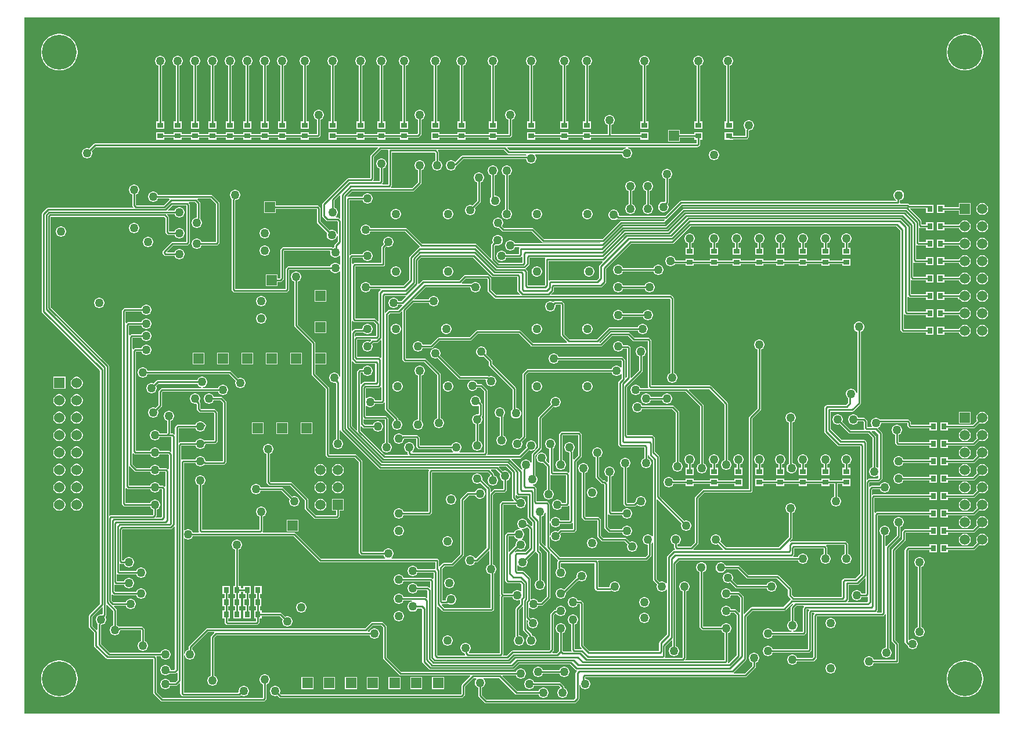
<source format=gbl>
G04*
G04 #@! TF.GenerationSoftware,Altium Limited,Altium Designer,22.3.1 (43)*
G04*
G04 Layer_Physical_Order=4*
G04 Layer_Color=16711680*
%FSLAX25Y25*%
%MOIN*%
G70*
G04*
G04 #@! TF.SameCoordinates,F71B8339-E566-44E3-B05A-047308818BE7*
G04*
G04*
G04 #@! TF.FilePolarity,Positive*
G04*
G01*
G75*
%ADD11C,0.01000*%
%ADD16R,0.03150X0.03740*%
%ADD21R,0.03740X0.03150*%
%ADD40R,0.05906X0.05906*%
%ADD41C,0.20000*%
%ADD42C,0.05906*%
%ADD43R,0.05906X0.05906*%
%ADD44C,0.06000*%
%ADD45R,0.06000X0.06000*%
%ADD46C,0.05000*%
G36*
X560000D02*
X0D01*
Y400000D01*
X560000D01*
Y0D01*
D02*
G37*
%LPC*%
G36*
X540826Y390500D02*
X539174D01*
X537541Y390242D01*
X535969Y389731D01*
X534497Y388980D01*
X533160Y388009D01*
X531991Y386840D01*
X531020Y385503D01*
X530269Y384031D01*
X529759Y382459D01*
X529500Y380826D01*
Y379174D01*
X529759Y377541D01*
X530269Y375969D01*
X531020Y374497D01*
X531991Y373160D01*
X533160Y371991D01*
X534497Y371020D01*
X535969Y370269D01*
X537541Y369759D01*
X539174Y369500D01*
X540826D01*
X542459Y369759D01*
X544031Y370269D01*
X545503Y371020D01*
X546840Y371991D01*
X548009Y373160D01*
X548980Y374497D01*
X549731Y375969D01*
X550242Y377541D01*
X550500Y379174D01*
Y380826D01*
X550242Y382459D01*
X549731Y384031D01*
X548980Y385503D01*
X548009Y386840D01*
X546840Y388009D01*
X545503Y388980D01*
X544031Y389731D01*
X542459Y390242D01*
X540826Y390500D01*
D02*
G37*
G36*
X20826D02*
X19174D01*
X17541Y390242D01*
X15969Y389731D01*
X14497Y388980D01*
X13160Y388009D01*
X11991Y386840D01*
X11020Y385503D01*
X10269Y384031D01*
X9759Y382459D01*
X9500Y380826D01*
Y379174D01*
X9759Y377541D01*
X10269Y375969D01*
X11020Y374497D01*
X11991Y373160D01*
X13160Y371991D01*
X14497Y371020D01*
X15969Y370269D01*
X17541Y369759D01*
X19174Y369500D01*
X20826D01*
X22459Y369759D01*
X24031Y370269D01*
X25503Y371020D01*
X26840Y371991D01*
X28009Y373160D01*
X28980Y374497D01*
X29731Y375969D01*
X30242Y377541D01*
X30500Y379174D01*
Y380826D01*
X30242Y382459D01*
X29731Y384031D01*
X28980Y385503D01*
X28009Y386840D01*
X26840Y388009D01*
X25503Y388980D01*
X24031Y389731D01*
X22459Y390242D01*
X20826Y390500D01*
D02*
G37*
G36*
X404395Y378000D02*
X403605D01*
X402842Y377796D01*
X402158Y377401D01*
X401599Y376842D01*
X401204Y376158D01*
X401000Y375395D01*
Y374605D01*
X401204Y373842D01*
X401599Y373158D01*
X402158Y372599D01*
X402842Y372204D01*
X402980Y372167D01*
Y340224D01*
X402130D01*
Y336075D01*
X406870D01*
Y340224D01*
X405020D01*
Y372167D01*
X405158Y372204D01*
X405842Y372599D01*
X406401Y373158D01*
X406796Y373842D01*
X407000Y374605D01*
Y375395D01*
X406796Y376158D01*
X406401Y376842D01*
X405842Y377401D01*
X405158Y377796D01*
X404395Y378000D01*
D02*
G37*
G36*
X387395D02*
X386605D01*
X385842Y377796D01*
X385158Y377401D01*
X384599Y376842D01*
X384204Y376158D01*
X384000Y375395D01*
Y374605D01*
X384204Y373842D01*
X384599Y373158D01*
X385158Y372599D01*
X385842Y372204D01*
X385980Y372167D01*
Y340224D01*
X384630D01*
Y336075D01*
X389370D01*
Y340224D01*
X388020D01*
Y372167D01*
X388158Y372204D01*
X388842Y372599D01*
X389401Y373158D01*
X389796Y373842D01*
X390000Y374605D01*
Y375395D01*
X389796Y376158D01*
X389401Y376842D01*
X388842Y377401D01*
X388158Y377796D01*
X387395Y378000D01*
D02*
G37*
G36*
X356395D02*
X355605D01*
X354842Y377796D01*
X354158Y377401D01*
X353599Y376842D01*
X353204Y376158D01*
X353000Y375395D01*
Y374605D01*
X353204Y373842D01*
X353599Y373158D01*
X354158Y372599D01*
X354842Y372204D01*
X354980Y372167D01*
Y340224D01*
X353630D01*
Y336075D01*
X358370D01*
Y340224D01*
X357020D01*
Y372167D01*
X357158Y372204D01*
X357842Y372599D01*
X358401Y373158D01*
X358796Y373842D01*
X359000Y374605D01*
Y375395D01*
X358796Y376158D01*
X358401Y376842D01*
X357842Y377401D01*
X357158Y377796D01*
X356395Y378000D01*
D02*
G37*
G36*
X323395D02*
X322605D01*
X321842Y377796D01*
X321158Y377401D01*
X320599Y376842D01*
X320204Y376158D01*
X320000Y375395D01*
Y374605D01*
X320204Y373842D01*
X320599Y373158D01*
X321158Y372599D01*
X321842Y372204D01*
X321980Y372167D01*
Y340224D01*
X320630D01*
Y336075D01*
X325370D01*
Y340224D01*
X324020D01*
Y372167D01*
X324158Y372204D01*
X324842Y372599D01*
X325401Y373158D01*
X325796Y373842D01*
X326000Y374605D01*
Y375395D01*
X325796Y376158D01*
X325401Y376842D01*
X324842Y377401D01*
X324158Y377796D01*
X323395Y378000D01*
D02*
G37*
G36*
X310395D02*
X309605D01*
X308842Y377796D01*
X308158Y377401D01*
X307599Y376842D01*
X307204Y376158D01*
X307000Y375395D01*
Y374605D01*
X307204Y373842D01*
X307599Y373158D01*
X308158Y372599D01*
X308842Y372204D01*
X308980Y372167D01*
Y340224D01*
X307630D01*
Y336075D01*
X312370D01*
Y340224D01*
X311020D01*
Y372167D01*
X311158Y372204D01*
X311842Y372599D01*
X312401Y373158D01*
X312796Y373842D01*
X313000Y374605D01*
Y375395D01*
X312796Y376158D01*
X312401Y376842D01*
X311842Y377401D01*
X311158Y377796D01*
X310395Y378000D01*
D02*
G37*
G36*
X291395D02*
X290605D01*
X289842Y377796D01*
X289158Y377401D01*
X288599Y376842D01*
X288204Y376158D01*
X288000Y375395D01*
Y374605D01*
X288204Y373842D01*
X288599Y373158D01*
X289158Y372599D01*
X289842Y372204D01*
X289980Y372167D01*
Y340224D01*
X288630D01*
Y336075D01*
X293370D01*
Y340224D01*
X292020D01*
Y372167D01*
X292158Y372204D01*
X292842Y372599D01*
X293401Y373158D01*
X293796Y373842D01*
X294000Y374605D01*
Y375395D01*
X293796Y376158D01*
X293401Y376842D01*
X292842Y377401D01*
X292158Y377796D01*
X291395Y378000D01*
D02*
G37*
G36*
X269395D02*
X268605D01*
X267842Y377796D01*
X267158Y377401D01*
X266599Y376842D01*
X266204Y376158D01*
X266000Y375395D01*
Y374605D01*
X266204Y373842D01*
X266599Y373158D01*
X267158Y372599D01*
X267842Y372204D01*
X267980Y372167D01*
Y340224D01*
X266630D01*
Y336075D01*
X271370D01*
Y340224D01*
X270020D01*
Y372167D01*
X270158Y372204D01*
X270842Y372599D01*
X271401Y373158D01*
X271796Y373842D01*
X272000Y374605D01*
Y375395D01*
X271796Y376158D01*
X271401Y376842D01*
X270842Y377401D01*
X270158Y377796D01*
X269395Y378000D01*
D02*
G37*
G36*
X251395D02*
X250605D01*
X249842Y377796D01*
X249158Y377401D01*
X248599Y376842D01*
X248204Y376158D01*
X248000Y375395D01*
Y374605D01*
X248204Y373842D01*
X248599Y373158D01*
X249158Y372599D01*
X249842Y372204D01*
X249980Y372167D01*
Y340224D01*
X248630D01*
Y336075D01*
X253370D01*
Y340224D01*
X252020D01*
Y372167D01*
X252158Y372204D01*
X252842Y372599D01*
X253401Y373158D01*
X253796Y373842D01*
X254000Y374605D01*
Y375395D01*
X253796Y376158D01*
X253401Y376842D01*
X252842Y377401D01*
X252158Y377796D01*
X251395Y378000D01*
D02*
G37*
G36*
X236395D02*
X235605D01*
X234842Y377796D01*
X234158Y377401D01*
X233599Y376842D01*
X233204Y376158D01*
X233000Y375395D01*
Y374605D01*
X233204Y373842D01*
X233599Y373158D01*
X234158Y372599D01*
X234842Y372204D01*
X234980Y372167D01*
Y340224D01*
X233630D01*
Y336075D01*
X238370D01*
Y340224D01*
X237020D01*
Y372167D01*
X237158Y372204D01*
X237842Y372599D01*
X238401Y373158D01*
X238796Y373842D01*
X239000Y374605D01*
Y375395D01*
X238796Y376158D01*
X238401Y376842D01*
X237842Y377401D01*
X237158Y377796D01*
X236395Y378000D01*
D02*
G37*
G36*
X218395D02*
X217605D01*
X216842Y377796D01*
X216158Y377401D01*
X215599Y376842D01*
X215204Y376158D01*
X215000Y375395D01*
Y374605D01*
X215204Y373842D01*
X215599Y373158D01*
X216158Y372599D01*
X216842Y372204D01*
X216980Y372167D01*
Y340224D01*
X215630D01*
Y336075D01*
X220370D01*
Y340224D01*
X219020D01*
Y372167D01*
X219158Y372204D01*
X219842Y372599D01*
X220401Y373158D01*
X220796Y373842D01*
X221000Y374605D01*
Y375395D01*
X220796Y376158D01*
X220401Y376842D01*
X219842Y377401D01*
X219158Y377796D01*
X218395Y378000D01*
D02*
G37*
G36*
X205395D02*
X204605D01*
X203842Y377796D01*
X203158Y377401D01*
X202599Y376842D01*
X202204Y376158D01*
X202000Y375395D01*
Y374605D01*
X202204Y373842D01*
X202599Y373158D01*
X203158Y372599D01*
X203842Y372204D01*
X203980Y372167D01*
Y340224D01*
X202630D01*
Y336075D01*
X207370D01*
Y340224D01*
X206020D01*
Y372167D01*
X206158Y372204D01*
X206842Y372599D01*
X207401Y373158D01*
X207796Y373842D01*
X208000Y374605D01*
Y375395D01*
X207796Y376158D01*
X207401Y376842D01*
X206842Y377401D01*
X206158Y377796D01*
X205395Y378000D01*
D02*
G37*
G36*
X193395D02*
X192605D01*
X191842Y377796D01*
X191158Y377401D01*
X190599Y376842D01*
X190204Y376158D01*
X190000Y375395D01*
Y374605D01*
X190204Y373842D01*
X190599Y373158D01*
X191158Y372599D01*
X191842Y372204D01*
X191980Y372167D01*
Y340224D01*
X190630D01*
Y336075D01*
X195370D01*
Y340224D01*
X194020D01*
Y372167D01*
X194158Y372204D01*
X194842Y372599D01*
X195401Y373158D01*
X195796Y373842D01*
X196000Y374605D01*
Y375395D01*
X195796Y376158D01*
X195401Y376842D01*
X194842Y377401D01*
X194158Y377796D01*
X193395Y378000D01*
D02*
G37*
G36*
X177395D02*
X176605D01*
X175842Y377796D01*
X175158Y377401D01*
X174599Y376842D01*
X174204Y376158D01*
X174000Y375395D01*
Y374605D01*
X174204Y373842D01*
X174599Y373158D01*
X175158Y372599D01*
X175842Y372204D01*
X175980Y372167D01*
Y340224D01*
X174630D01*
Y336075D01*
X179370D01*
Y340224D01*
X178020D01*
Y372167D01*
X178158Y372204D01*
X178842Y372599D01*
X179401Y373158D01*
X179796Y373842D01*
X180000Y374605D01*
Y375395D01*
X179796Y376158D01*
X179401Y376842D01*
X178842Y377401D01*
X178158Y377796D01*
X177395Y378000D01*
D02*
G37*
G36*
X161395D02*
X160605D01*
X159842Y377796D01*
X159158Y377401D01*
X158599Y376842D01*
X158204Y376158D01*
X158000Y375395D01*
Y374605D01*
X158204Y373842D01*
X158599Y373158D01*
X159158Y372599D01*
X159842Y372204D01*
X159980Y372167D01*
Y340224D01*
X158630D01*
Y336075D01*
X163370D01*
Y340224D01*
X162020D01*
Y372167D01*
X162158Y372204D01*
X162842Y372599D01*
X163401Y373158D01*
X163796Y373842D01*
X164000Y374605D01*
Y375395D01*
X163796Y376158D01*
X163401Y376842D01*
X162842Y377401D01*
X162158Y377796D01*
X161395Y378000D01*
D02*
G37*
G36*
X148395D02*
X147605D01*
X146842Y377796D01*
X146158Y377401D01*
X145599Y376842D01*
X145204Y376158D01*
X145000Y375395D01*
Y374605D01*
X145204Y373842D01*
X145599Y373158D01*
X146158Y372599D01*
X146842Y372204D01*
X146980Y372167D01*
Y340224D01*
X145630D01*
Y336075D01*
X150370D01*
Y340224D01*
X149020D01*
Y372167D01*
X149158Y372204D01*
X149842Y372599D01*
X150401Y373158D01*
X150796Y373842D01*
X151000Y374605D01*
Y375395D01*
X150796Y376158D01*
X150401Y376842D01*
X149842Y377401D01*
X149158Y377796D01*
X148395Y378000D01*
D02*
G37*
G36*
X138395D02*
X137605D01*
X136842Y377796D01*
X136158Y377401D01*
X135599Y376842D01*
X135204Y376158D01*
X135000Y375395D01*
Y374605D01*
X135204Y373842D01*
X135599Y373158D01*
X136158Y372599D01*
X136842Y372204D01*
X136980Y372167D01*
Y340224D01*
X135630D01*
Y336075D01*
X140370D01*
Y340224D01*
X139020D01*
Y372167D01*
X139158Y372204D01*
X139842Y372599D01*
X140401Y373158D01*
X140796Y373842D01*
X141000Y374605D01*
Y375395D01*
X140796Y376158D01*
X140401Y376842D01*
X139842Y377401D01*
X139158Y377796D01*
X138395Y378000D01*
D02*
G37*
G36*
X128395D02*
X127605D01*
X126842Y377796D01*
X126158Y377401D01*
X125599Y376842D01*
X125204Y376158D01*
X125000Y375395D01*
Y374605D01*
X125204Y373842D01*
X125599Y373158D01*
X126158Y372599D01*
X126842Y372204D01*
X126980Y372167D01*
Y340224D01*
X125630D01*
Y336075D01*
X130370D01*
Y340224D01*
X129020D01*
Y372167D01*
X129158Y372204D01*
X129842Y372599D01*
X130401Y373158D01*
X130796Y373842D01*
X131000Y374605D01*
Y375395D01*
X130796Y376158D01*
X130401Y376842D01*
X129842Y377401D01*
X129158Y377796D01*
X128395Y378000D01*
D02*
G37*
G36*
X118395D02*
X117605D01*
X116842Y377796D01*
X116158Y377401D01*
X115599Y376842D01*
X115204Y376158D01*
X115000Y375395D01*
Y374605D01*
X115204Y373842D01*
X115599Y373158D01*
X116158Y372599D01*
X116842Y372204D01*
X116980Y372167D01*
Y340224D01*
X115630D01*
Y336075D01*
X120370D01*
Y340224D01*
X119020D01*
Y372167D01*
X119158Y372204D01*
X119842Y372599D01*
X120401Y373158D01*
X120796Y373842D01*
X121000Y374605D01*
Y375395D01*
X120796Y376158D01*
X120401Y376842D01*
X119842Y377401D01*
X119158Y377796D01*
X118395Y378000D01*
D02*
G37*
G36*
X108395D02*
X107605D01*
X106842Y377796D01*
X106158Y377401D01*
X105599Y376842D01*
X105204Y376158D01*
X105000Y375395D01*
Y374605D01*
X105204Y373842D01*
X105599Y373158D01*
X106158Y372599D01*
X106842Y372204D01*
X106980Y372167D01*
Y340224D01*
X105630D01*
Y336075D01*
X110370D01*
Y340224D01*
X109020D01*
Y372167D01*
X109158Y372204D01*
X109842Y372599D01*
X110401Y373158D01*
X110796Y373842D01*
X111000Y374605D01*
Y375395D01*
X110796Y376158D01*
X110401Y376842D01*
X109842Y377401D01*
X109158Y377796D01*
X108395Y378000D01*
D02*
G37*
G36*
X98395D02*
X97605D01*
X96842Y377796D01*
X96158Y377401D01*
X95599Y376842D01*
X95204Y376158D01*
X95000Y375395D01*
Y374605D01*
X95204Y373842D01*
X95599Y373158D01*
X96158Y372599D01*
X96842Y372204D01*
X96980Y372167D01*
Y340224D01*
X95630D01*
Y336075D01*
X100370D01*
Y340224D01*
X99020D01*
Y372167D01*
X99158Y372204D01*
X99842Y372599D01*
X100401Y373158D01*
X100796Y373842D01*
X101000Y374605D01*
Y375395D01*
X100796Y376158D01*
X100401Y376842D01*
X99842Y377401D01*
X99158Y377796D01*
X98395Y378000D01*
D02*
G37*
G36*
X88395D02*
X87605D01*
X86842Y377796D01*
X86158Y377401D01*
X85599Y376842D01*
X85204Y376158D01*
X85000Y375395D01*
Y374605D01*
X85204Y373842D01*
X85599Y373158D01*
X86158Y372599D01*
X86842Y372204D01*
X86980Y372167D01*
Y340224D01*
X85630D01*
Y336075D01*
X90370D01*
Y340224D01*
X89020D01*
Y372167D01*
X89158Y372204D01*
X89842Y372599D01*
X90401Y373158D01*
X90796Y373842D01*
X91000Y374605D01*
Y375395D01*
X90796Y376158D01*
X90401Y376842D01*
X89842Y377401D01*
X89158Y377796D01*
X88395Y378000D01*
D02*
G37*
G36*
X78395D02*
X77605D01*
X76842Y377796D01*
X76158Y377401D01*
X75599Y376842D01*
X75204Y376158D01*
X75000Y375395D01*
Y374605D01*
X75204Y373842D01*
X75599Y373158D01*
X76158Y372599D01*
X76842Y372204D01*
X76980Y372167D01*
Y340224D01*
X75630D01*
Y336075D01*
X80370D01*
Y340224D01*
X79020D01*
Y372167D01*
X79158Y372204D01*
X79842Y372599D01*
X80401Y373158D01*
X80796Y373842D01*
X81000Y374605D01*
Y375395D01*
X80796Y376158D01*
X80401Y376842D01*
X79842Y377401D01*
X79158Y377796D01*
X78395Y378000D01*
D02*
G37*
G36*
X336395Y344000D02*
X335605D01*
X334842Y343796D01*
X334158Y343401D01*
X333599Y342842D01*
X333204Y342158D01*
X333000Y341395D01*
Y340605D01*
X333204Y339842D01*
X333599Y339158D01*
X334158Y338599D01*
X334842Y338204D01*
X334980Y338167D01*
Y332870D01*
X325370D01*
Y333925D01*
X320630D01*
Y332870D01*
X312370D01*
Y333925D01*
X307630D01*
Y332870D01*
X293370D01*
Y333925D01*
X288630D01*
Y329776D01*
X293370D01*
Y330831D01*
X307630D01*
Y329776D01*
X312370D01*
Y330831D01*
X320630D01*
Y329776D01*
X325370D01*
Y330831D01*
X353630D01*
Y329776D01*
X358370D01*
Y333925D01*
X353630D01*
Y332870D01*
X337020D01*
Y338167D01*
X337158Y338204D01*
X337842Y338599D01*
X338401Y339158D01*
X338796Y339842D01*
X339000Y340605D01*
Y341395D01*
X338796Y342158D01*
X338401Y342842D01*
X337842Y343401D01*
X337158Y343796D01*
X336395Y344000D01*
D02*
G37*
G36*
X279395Y347000D02*
X278605D01*
X277842Y346796D01*
X277158Y346401D01*
X276599Y345842D01*
X276204Y345158D01*
X276000Y344395D01*
Y343605D01*
X276204Y342842D01*
X276599Y342158D01*
X277158Y341599D01*
X277842Y341204D01*
X277980Y341167D01*
Y332870D01*
X271370D01*
Y333925D01*
X266630D01*
Y332870D01*
X253370D01*
Y333925D01*
X248630D01*
Y332870D01*
X238370D01*
Y333925D01*
X233630D01*
Y329776D01*
X238370D01*
Y330831D01*
X248630D01*
Y329776D01*
X253370D01*
Y330831D01*
X266630D01*
Y329776D01*
X271370D01*
Y330831D01*
X278414D01*
X278804Y330908D01*
X279135Y331129D01*
X279721Y331715D01*
X279942Y332046D01*
X280020Y332436D01*
Y341167D01*
X280158Y341204D01*
X280842Y341599D01*
X281401Y342158D01*
X281796Y342842D01*
X282000Y343605D01*
Y344395D01*
X281796Y345158D01*
X281401Y345842D01*
X280842Y346401D01*
X280158Y346796D01*
X279395Y347000D01*
D02*
G37*
G36*
X227395D02*
X226605D01*
X225842Y346796D01*
X225158Y346401D01*
X224599Y345842D01*
X224204Y345158D01*
X224000Y344395D01*
Y343605D01*
X224204Y342842D01*
X224599Y342158D01*
X225158Y341599D01*
X225842Y341204D01*
X225980Y341167D01*
Y333422D01*
X225428Y332870D01*
X220370D01*
Y333925D01*
X215630D01*
Y332870D01*
X207370D01*
Y333925D01*
X202630D01*
Y332870D01*
X195370D01*
Y333925D01*
X190630D01*
Y332870D01*
X179370D01*
Y333925D01*
X174630D01*
Y329776D01*
X179370D01*
Y330831D01*
X190630D01*
Y329776D01*
X195370D01*
Y330831D01*
X202630D01*
Y329776D01*
X207370D01*
Y330831D01*
X215630D01*
Y329776D01*
X220370D01*
Y330831D01*
X225850D01*
X226241Y330908D01*
X226571Y331129D01*
X227721Y332279D01*
X227942Y332610D01*
X228020Y333000D01*
Y341167D01*
X228158Y341204D01*
X228842Y341599D01*
X229401Y342158D01*
X229796Y342842D01*
X230000Y343605D01*
Y344395D01*
X229796Y345158D01*
X229401Y345842D01*
X228842Y346401D01*
X228158Y346796D01*
X227395Y347000D01*
D02*
G37*
G36*
X169395D02*
X168605D01*
X167842Y346796D01*
X167158Y346401D01*
X166599Y345842D01*
X166204Y345158D01*
X166000Y344395D01*
Y343605D01*
X166204Y342842D01*
X166599Y342158D01*
X167158Y341599D01*
X167842Y341204D01*
X167980Y341167D01*
Y332870D01*
X163370D01*
Y333925D01*
X158630D01*
Y332870D01*
X150370D01*
Y333925D01*
X145630D01*
Y332870D01*
X140370D01*
Y333925D01*
X135630D01*
Y332870D01*
X130370D01*
Y333925D01*
X125630D01*
Y332870D01*
X120370D01*
Y333925D01*
X115630D01*
Y332870D01*
X110370D01*
Y333925D01*
X105630D01*
Y332870D01*
X100370D01*
Y333925D01*
X95630D01*
Y332870D01*
X90370D01*
Y333925D01*
X85630D01*
Y332870D01*
X80370D01*
Y333925D01*
X75630D01*
Y329776D01*
X80370D01*
Y330831D01*
X85630D01*
Y329776D01*
X90370D01*
Y330831D01*
X95630D01*
Y329776D01*
X100370D01*
Y330831D01*
X105630D01*
Y329776D01*
X110370D01*
Y330831D01*
X115630D01*
Y329776D01*
X120370D01*
Y330831D01*
X125630D01*
Y329776D01*
X130370D01*
Y330831D01*
X135630D01*
Y329776D01*
X140370D01*
Y330831D01*
X145630D01*
Y329776D01*
X150370D01*
Y330831D01*
X158630D01*
Y329776D01*
X163370D01*
Y330831D01*
X168414D01*
X168804Y330908D01*
X169135Y331129D01*
X169721Y331715D01*
X169942Y332046D01*
X170020Y332436D01*
Y341167D01*
X170158Y341204D01*
X170842Y341599D01*
X171401Y342158D01*
X171796Y342842D01*
X172000Y343605D01*
Y344395D01*
X171796Y345158D01*
X171401Y345842D01*
X170842Y346401D01*
X170158Y346796D01*
X169395Y347000D01*
D02*
G37*
G36*
X416395Y341000D02*
X415605D01*
X414842Y340796D01*
X414158Y340401D01*
X413599Y339842D01*
X413204Y339158D01*
X413000Y338395D01*
Y337605D01*
X413204Y336842D01*
X413599Y336158D01*
X414117Y335641D01*
X414072Y335414D01*
Y332111D01*
X406870D01*
Y333925D01*
X402130D01*
Y329776D01*
X406870D01*
Y330072D01*
X414505D01*
X414896Y330149D01*
X415226Y330370D01*
X415812Y330956D01*
X416033Y331287D01*
X416111Y331677D01*
Y335000D01*
X416395D01*
X417158Y335204D01*
X417842Y335599D01*
X418401Y336158D01*
X418796Y336842D01*
X419000Y337605D01*
Y338395D01*
X418796Y339158D01*
X418401Y339842D01*
X417842Y340401D01*
X417158Y340796D01*
X416395Y341000D01*
D02*
G37*
G36*
X376453Y335453D02*
X369547D01*
Y328547D01*
X376453D01*
Y330831D01*
X384630D01*
Y329776D01*
X385980D01*
Y327520D01*
X40500D01*
X40110Y327442D01*
X39779Y327221D01*
X37282Y324724D01*
X37158Y324796D01*
X36395Y325000D01*
X35605D01*
X34842Y324796D01*
X34158Y324401D01*
X33599Y323842D01*
X33204Y323158D01*
X33000Y322395D01*
Y321605D01*
X33204Y320842D01*
X33599Y320158D01*
X34158Y319599D01*
X34842Y319204D01*
X35605Y319000D01*
X36395D01*
X37158Y319204D01*
X37842Y319599D01*
X38401Y320158D01*
X38796Y320842D01*
X39000Y321605D01*
Y322395D01*
X38796Y323158D01*
X38724Y323282D01*
X40922Y325480D01*
X202850D01*
X203041Y325019D01*
X199011Y320989D01*
X198790Y320658D01*
X198713Y320268D01*
Y307655D01*
X198578Y307520D01*
X185965D01*
X185574Y307442D01*
X185243Y307221D01*
X171279Y293256D01*
X171058Y292926D01*
X170980Y292535D01*
Y286000D01*
X171058Y285610D01*
X171279Y285279D01*
X173279Y283279D01*
X173610Y283058D01*
X174000Y282980D01*
X179578D01*
X179980Y282578D01*
Y275534D01*
X179480Y275468D01*
X179296Y276158D01*
X178901Y276842D01*
X178342Y277401D01*
X177658Y277796D01*
X176895Y278000D01*
X176105D01*
X175342Y277796D01*
X175218Y277724D01*
X170020Y282922D01*
Y290414D01*
X169942Y290804D01*
X169721Y291135D01*
X169135Y291721D01*
X168804Y291942D01*
X168414Y292020D01*
X144453D01*
Y294453D01*
X137547D01*
Y287547D01*
X144453D01*
Y289980D01*
X167980D01*
Y282500D01*
X168058Y282110D01*
X168279Y281779D01*
X173776Y276282D01*
X173704Y276158D01*
X173500Y275395D01*
Y274605D01*
X173704Y273842D01*
X174099Y273158D01*
X174658Y272599D01*
X175342Y272204D01*
X176105Y272000D01*
X176895D01*
X177658Y272204D01*
X178342Y272599D01*
X178901Y273158D01*
X179296Y273842D01*
X179480Y274532D01*
X179980Y274466D01*
Y271422D01*
X178279Y269721D01*
X178058Y269390D01*
X177980Y269000D01*
Y267967D01*
X177342Y267796D01*
X177164Y267692D01*
X177135Y267721D01*
X176804Y267942D01*
X176414Y268020D01*
X148586D01*
X148196Y267942D01*
X147865Y267721D01*
X147279Y267135D01*
X147058Y266804D01*
X146980Y266414D01*
Y250422D01*
X146578Y250020D01*
X145453D01*
Y252453D01*
X138547D01*
Y245547D01*
X145453D01*
Y247980D01*
X147000D01*
X147390Y248058D01*
X147721Y248279D01*
X148721Y249279D01*
X148942Y249610D01*
X149020Y250000D01*
Y265980D01*
X175246D01*
X175551Y265584D01*
X175500Y265395D01*
Y264605D01*
X175704Y263842D01*
X176099Y263158D01*
X176658Y262599D01*
X177342Y262204D01*
X178105Y262000D01*
X178895D01*
X179658Y262204D01*
X180342Y262599D01*
X180901Y263158D01*
X180980Y263296D01*
X181480Y263162D01*
Y257838D01*
X180980Y257704D01*
X180901Y257842D01*
X180342Y258401D01*
X179658Y258796D01*
X178895Y259000D01*
X178105D01*
X177342Y258796D01*
X176658Y258401D01*
X176099Y257842D01*
X175704Y257158D01*
X175667Y257020D01*
X151586D01*
X151196Y256942D01*
X150865Y256721D01*
X150279Y256135D01*
X150058Y255804D01*
X149980Y255414D01*
Y244020D01*
X121020D01*
Y295000D01*
X121395D01*
X122158Y295204D01*
X122842Y295599D01*
X123401Y296158D01*
X123796Y296842D01*
X124000Y297605D01*
Y298395D01*
X123796Y299158D01*
X123401Y299842D01*
X122842Y300401D01*
X122158Y300796D01*
X121395Y301000D01*
X120605D01*
X119842Y300796D01*
X119158Y300401D01*
X118599Y299842D01*
X118204Y299158D01*
X118000Y298395D01*
Y297605D01*
X118204Y296842D01*
X118599Y296158D01*
X119041Y295717D01*
X118980Y295414D01*
Y243586D01*
X119058Y243196D01*
X119279Y242865D01*
X119865Y242279D01*
X120196Y242058D01*
X120586Y241980D01*
X150414D01*
X150804Y242058D01*
X151135Y242279D01*
X151721Y242865D01*
X151942Y243196D01*
X152020Y243586D01*
Y254980D01*
X175667D01*
X175704Y254842D01*
X176099Y254158D01*
X176658Y253599D01*
X177342Y253204D01*
X178105Y253000D01*
X178895D01*
X179658Y253204D01*
X180342Y253599D01*
X180901Y254158D01*
X180980Y254296D01*
X181480Y254162D01*
Y193534D01*
X180980Y193468D01*
X180796Y194158D01*
X180401Y194842D01*
X179842Y195401D01*
X179158Y195796D01*
X178395Y196000D01*
X177605D01*
X176842Y195796D01*
X176158Y195401D01*
X175599Y194842D01*
X175204Y194158D01*
X175000Y193395D01*
Y192605D01*
X175204Y191842D01*
X175599Y191158D01*
X176158Y190599D01*
X176842Y190204D01*
X177605Y190000D01*
X178395D01*
X178495Y190027D01*
X178980Y189640D01*
Y157833D01*
X178842Y157796D01*
X178158Y157401D01*
X177599Y156842D01*
X177204Y156158D01*
X177000Y155395D01*
Y154605D01*
X177204Y153842D01*
X177599Y153158D01*
X178158Y152599D01*
X178842Y152204D01*
X179605Y152000D01*
X180395D01*
X181158Y152204D01*
X181842Y152599D01*
X182401Y153158D01*
X182796Y153842D01*
X183000Y154605D01*
Y155395D01*
X182796Y156158D01*
X182401Y156842D01*
X181842Y157401D01*
X181158Y157796D01*
X181020Y157833D01*
Y162768D01*
X181520Y162818D01*
X181558Y162625D01*
X181779Y162294D01*
X203536Y140536D01*
X203867Y140315D01*
X204257Y140238D01*
X232143D01*
X232334Y139776D01*
X232279Y139721D01*
X232058Y139390D01*
X231980Y139000D01*
Y116020D01*
X217833D01*
X217796Y116158D01*
X217401Y116842D01*
X216842Y117401D01*
X216158Y117796D01*
X215395Y118000D01*
X214605D01*
X213842Y117796D01*
X213158Y117401D01*
X212599Y116842D01*
X212204Y116158D01*
X212000Y115395D01*
Y114605D01*
X212204Y113842D01*
X212599Y113158D01*
X213158Y112599D01*
X213842Y112204D01*
X214605Y112000D01*
X215395D01*
X216158Y112204D01*
X216842Y112599D01*
X217401Y113158D01*
X217796Y113842D01*
X217833Y113980D01*
X232414D01*
X232804Y114058D01*
X233135Y114279D01*
X233721Y114865D01*
X233942Y115196D01*
X234020Y115586D01*
Y138578D01*
X234180Y138738D01*
X265992D01*
X267553Y137177D01*
X267492Y136594D01*
X267158Y136401D01*
X266599Y135842D01*
X266204Y135158D01*
X266000Y134395D01*
Y133605D01*
X266204Y132842D01*
X266599Y132158D01*
X267158Y131599D01*
X267842Y131204D01*
X268605Y131000D01*
X269395D01*
X270158Y131204D01*
X270842Y131599D01*
X271401Y132158D01*
X271796Y132842D01*
X272000Y133605D01*
Y134395D01*
X271796Y135158D01*
X271401Y135842D01*
X270842Y136401D01*
X270158Y136796D01*
X269777Y136898D01*
Y137414D01*
X269699Y137804D01*
X269478Y138135D01*
X267838Y139776D01*
X268029Y140238D01*
X270785D01*
X273240Y137782D01*
X273169Y137658D01*
X272965Y136895D01*
Y136105D01*
X273169Y135342D01*
X273564Y134658D01*
X274122Y134099D01*
X274806Y133704D01*
X274980Y133658D01*
Y129020D01*
X270000D01*
X269610Y128942D01*
X269279Y128721D01*
X267982Y127424D01*
X267520Y127615D01*
Y129200D01*
X267442Y129590D01*
X267221Y129921D01*
X262902Y134240D01*
X263000Y134605D01*
Y135395D01*
X262796Y136158D01*
X262401Y136842D01*
X261842Y137401D01*
X261158Y137796D01*
X260395Y138000D01*
X259605D01*
X258842Y137796D01*
X258158Y137401D01*
X257599Y136842D01*
X257204Y136158D01*
X257000Y135395D01*
Y134605D01*
X257204Y133842D01*
X257599Y133158D01*
X258158Y132599D01*
X258842Y132204D01*
X259605Y132000D01*
X260395D01*
X261158Y132204D01*
X261726Y132532D01*
X265480Y128778D01*
Y95422D01*
X259293Y89235D01*
X259174Y89216D01*
X258702Y89320D01*
X258401Y89842D01*
X257842Y90401D01*
X257158Y90796D01*
X256395Y91000D01*
X255605D01*
X254842Y90796D01*
X254158Y90401D01*
X253599Y89842D01*
X253204Y89158D01*
X253000Y88395D01*
Y87605D01*
X253204Y86842D01*
X253599Y86158D01*
X254158Y85599D01*
X254842Y85204D01*
X255605Y85000D01*
X256395D01*
X257158Y85204D01*
X257842Y85599D01*
X258401Y86158D01*
X258796Y86842D01*
X258833Y86980D01*
X259500D01*
X259890Y87058D01*
X260221Y87279D01*
X266518Y93577D01*
X266980Y93385D01*
Y85833D01*
X266842Y85796D01*
X266158Y85401D01*
X265599Y84842D01*
X265204Y84158D01*
X265000Y83395D01*
Y82605D01*
X265204Y81842D01*
X265599Y81158D01*
X266158Y80599D01*
X266842Y80204D01*
X267605Y80000D01*
X267780D01*
Y60820D01*
X241222D01*
X239644Y62398D01*
X239869Y62880D01*
X242414D01*
X242804Y62958D01*
X243135Y63179D01*
X243157Y63201D01*
X243158Y63199D01*
X243842Y62804D01*
X244605Y62600D01*
X245395D01*
X246158Y62804D01*
X246842Y63199D01*
X247401Y63758D01*
X247796Y64442D01*
X248000Y65205D01*
Y65995D01*
X247796Y66758D01*
X247401Y67442D01*
X246842Y68001D01*
X246158Y68396D01*
X245395Y68600D01*
X244605D01*
X243842Y68396D01*
X243158Y68001D01*
X242599Y67442D01*
X242204Y66758D01*
X242000Y65995D01*
Y65205D01*
X241559Y64920D01*
X240120D01*
Y83478D01*
X241322Y84680D01*
X245700D01*
X246090Y84758D01*
X246421Y84979D01*
X252021Y90579D01*
X252242Y90910D01*
X252320Y91300D01*
Y122478D01*
X255222Y125380D01*
X258767D01*
X258804Y125242D01*
X259199Y124558D01*
X259758Y123999D01*
X260442Y123604D01*
X261205Y123400D01*
X261995D01*
X262758Y123604D01*
X263442Y123999D01*
X264001Y124558D01*
X264396Y125242D01*
X264600Y126005D01*
Y126795D01*
X264396Y127558D01*
X264001Y128242D01*
X263442Y128801D01*
X262758Y129196D01*
X261995Y129400D01*
X261205D01*
X260442Y129196D01*
X259758Y128801D01*
X259199Y128242D01*
X258804Y127558D01*
X258767Y127420D01*
X254800D01*
X254410Y127342D01*
X254079Y127121D01*
X250579Y123621D01*
X250358Y123290D01*
X250280Y122900D01*
Y91722D01*
X245278Y86720D01*
X240900D01*
X240510Y86642D01*
X240179Y86421D01*
X238420Y84662D01*
X238249Y84681D01*
X237920Y84833D01*
Y88000D01*
X237842Y88390D01*
X237621Y88721D01*
X237290Y88942D01*
X236900Y89020D01*
X210838D01*
X210704Y89520D01*
X210842Y89599D01*
X211401Y90158D01*
X211796Y90842D01*
X212000Y91605D01*
Y92395D01*
X211796Y93158D01*
X211401Y93842D01*
X210842Y94401D01*
X210158Y94796D01*
X209395Y95000D01*
X208605D01*
X207842Y94796D01*
X207158Y94401D01*
X206599Y93842D01*
X206204Y93158D01*
X206167Y93020D01*
X194020D01*
Y145000D01*
X193942Y145390D01*
X193721Y145721D01*
X190721Y148721D01*
X190390Y148942D01*
X190000Y149020D01*
X175020D01*
Y187000D01*
X174942Y187390D01*
X174721Y187721D01*
X167067Y195375D01*
Y200547D01*
X173453D01*
Y207453D01*
X167067D01*
Y212953D01*
X166989Y213343D01*
X166768Y213674D01*
X157020Y223422D01*
Y248167D01*
X157158Y248204D01*
X157842Y248599D01*
X158401Y249158D01*
X158796Y249842D01*
X159000Y250605D01*
Y251395D01*
X158796Y252158D01*
X158401Y252842D01*
X157842Y253401D01*
X157158Y253796D01*
X156395Y254000D01*
X155605D01*
X154842Y253796D01*
X154158Y253401D01*
X153599Y252842D01*
X153204Y252158D01*
X153000Y251395D01*
Y250605D01*
X153204Y249842D01*
X153599Y249158D01*
X154158Y248599D01*
X154842Y248204D01*
X154980Y248167D01*
Y223000D01*
X155058Y222610D01*
X155279Y222279D01*
X165028Y212530D01*
Y194953D01*
X165105Y194563D01*
X165326Y194232D01*
X172980Y186578D01*
Y148586D01*
X173058Y148196D01*
X173279Y147865D01*
X173865Y147279D01*
X174196Y147058D01*
X174586Y146980D01*
X189578D01*
X191980Y144578D01*
Y92586D01*
X192058Y92196D01*
X192279Y91865D01*
X192865Y91279D01*
X193196Y91058D01*
X193586Y90980D01*
X206167D01*
X206204Y90842D01*
X206599Y90158D01*
X207158Y89599D01*
X207296Y89520D01*
X207162Y89020D01*
X170422D01*
X155721Y103721D01*
X155390Y103942D01*
X155000Y104020D01*
X137036D01*
X136824Y104520D01*
X136942Y104696D01*
X137020Y105086D01*
Y113167D01*
X137158Y113204D01*
X137842Y113599D01*
X138401Y114158D01*
X138796Y114842D01*
X139000Y115605D01*
Y116395D01*
X138796Y117158D01*
X138401Y117842D01*
X137842Y118401D01*
X137158Y118796D01*
X136395Y119000D01*
X135605D01*
X134842Y118796D01*
X134158Y118401D01*
X133599Y117842D01*
X133204Y117158D01*
X133000Y116395D01*
Y115605D01*
X133204Y114842D01*
X133599Y114158D01*
X134158Y113599D01*
X134842Y113204D01*
X134980Y113167D01*
Y105520D01*
X102020D01*
Y131167D01*
X102158Y131204D01*
X102842Y131599D01*
X103401Y132158D01*
X103796Y132842D01*
X104000Y133605D01*
Y134395D01*
X103796Y135158D01*
X103401Y135842D01*
X102842Y136401D01*
X102158Y136796D01*
X101395Y137000D01*
X100605D01*
X99842Y136796D01*
X99158Y136401D01*
X98599Y135842D01*
X98204Y135158D01*
X98000Y134395D01*
Y133605D01*
X98204Y132842D01*
X98599Y132158D01*
X99158Y131599D01*
X99842Y131204D01*
X99980Y131167D01*
Y105086D01*
X100058Y104696D01*
X100176Y104520D01*
X99964Y104020D01*
X96833D01*
X96796Y104158D01*
X96401Y104842D01*
X95842Y105401D01*
X95158Y105796D01*
X94395Y106000D01*
X93605D01*
X92842Y105796D01*
X92158Y105401D01*
X92020Y105262D01*
X91520Y105469D01*
Y143980D01*
X98167D01*
X98204Y143842D01*
X98599Y143158D01*
X99158Y142599D01*
X99842Y142204D01*
X100605Y142000D01*
X101395D01*
X102158Y142204D01*
X102842Y142599D01*
X103283Y143041D01*
X103586Y142980D01*
X114414D01*
X114804Y143058D01*
X115135Y143279D01*
X115721Y143865D01*
X115942Y144196D01*
X116020Y144586D01*
Y179000D01*
X115942Y179390D01*
X115721Y179721D01*
X113721Y181721D01*
X113390Y181942D01*
X113000Y182020D01*
X108833D01*
X108796Y182158D01*
X108401Y182842D01*
X107842Y183401D01*
X107158Y183796D01*
X106395Y184000D01*
X105605D01*
X104842Y183796D01*
X104158Y183401D01*
X103599Y182842D01*
X103204Y182158D01*
X103000Y181395D01*
Y180605D01*
X103204Y179842D01*
X103599Y179158D01*
X104158Y178599D01*
X104842Y178204D01*
X105605Y178000D01*
X106395D01*
X107158Y178204D01*
X107842Y178599D01*
X108401Y179158D01*
X108796Y179842D01*
X108833Y179980D01*
X112578D01*
X113980Y178578D01*
Y145020D01*
X104000D01*
Y145395D01*
X103796Y146158D01*
X103401Y146842D01*
X102842Y147401D01*
X102158Y147796D01*
X101395Y148000D01*
X100605D01*
X99842Y147796D01*
X99158Y147401D01*
X98599Y146842D01*
X98204Y146158D01*
X98167Y146020D01*
X91086D01*
X90696Y145942D01*
X90520Y145824D01*
X90020Y146036D01*
Y153980D01*
X98167D01*
X98204Y153842D01*
X98599Y153158D01*
X99158Y152599D01*
X99842Y152204D01*
X100605Y152000D01*
X101395D01*
X102158Y152204D01*
X102842Y152599D01*
X103401Y153158D01*
X103796Y153842D01*
X104000Y154605D01*
Y154980D01*
X109414D01*
X109804Y155058D01*
X110135Y155279D01*
X110721Y155865D01*
X110942Y156196D01*
X111020Y156586D01*
Y173000D01*
X110942Y173390D01*
X110721Y173721D01*
X109721Y174721D01*
X109390Y174942D01*
X109000Y175020D01*
X101422D01*
X101020Y175422D01*
Y178414D01*
X100942Y178804D01*
X100721Y179135D01*
X100510Y179347D01*
X100796Y179842D01*
X101000Y180605D01*
Y181395D01*
X100796Y182158D01*
X100401Y182842D01*
X99842Y183401D01*
X99158Y183796D01*
X98395Y184000D01*
X97605D01*
X96842Y183796D01*
X96158Y183401D01*
X95599Y182842D01*
X95204Y182158D01*
X95000Y181395D01*
Y180605D01*
X95204Y179842D01*
X95599Y179158D01*
X96158Y178599D01*
X96842Y178204D01*
X97605Y178000D01*
X98395D01*
X98495Y178027D01*
X98980Y177640D01*
Y175000D01*
X99058Y174610D01*
X99279Y174279D01*
X100279Y173279D01*
X100610Y173058D01*
X101000Y172980D01*
X108578D01*
X108980Y172578D01*
Y157020D01*
X103586D01*
X103283Y156959D01*
X102842Y157401D01*
X102158Y157796D01*
X101395Y158000D01*
X100605D01*
X99842Y157796D01*
X99158Y157401D01*
X98599Y156842D01*
X98204Y156158D01*
X98167Y156020D01*
X89586D01*
X89196Y155942D01*
X89020Y155824D01*
X88520Y156036D01*
Y163980D01*
X98167D01*
X98204Y163842D01*
X98599Y163158D01*
X99158Y162599D01*
X99842Y162204D01*
X100605Y162000D01*
X101395D01*
X102158Y162204D01*
X102842Y162599D01*
X103401Y163158D01*
X103796Y163842D01*
X104000Y164605D01*
Y164996D01*
X104072Y165044D01*
X104293Y165375D01*
X104371Y165765D01*
X104293Y166156D01*
X104072Y166486D01*
X103741Y166707D01*
X103444Y166766D01*
X103401Y166842D01*
X102842Y167401D01*
X102158Y167796D01*
X101395Y168000D01*
X100605D01*
X99842Y167796D01*
X99158Y167401D01*
X98599Y166842D01*
X98204Y166158D01*
X98167Y166020D01*
X88086D01*
X87696Y165942D01*
X87365Y165721D01*
X86779Y165135D01*
X86558Y164804D01*
X86480Y164414D01*
Y160583D01*
X85980Y160376D01*
X85635Y160721D01*
X85304Y160942D01*
X84914Y161020D01*
X84020D01*
Y168167D01*
X84158Y168204D01*
X84842Y168599D01*
X85401Y169158D01*
X85796Y169842D01*
X86000Y170605D01*
Y171395D01*
X85796Y172158D01*
X85401Y172842D01*
X84842Y173401D01*
X84158Y173796D01*
X83395Y174000D01*
X82605D01*
X81842Y173796D01*
X81158Y173401D01*
X80599Y172842D01*
X80204Y172158D01*
X80000Y171395D01*
Y170605D01*
X80204Y169842D01*
X80599Y169158D01*
X81158Y168599D01*
X81842Y168204D01*
X81980Y168167D01*
Y161422D01*
X81578Y161020D01*
X77833D01*
X77796Y161158D01*
X77401Y161842D01*
X76842Y162401D01*
X76158Y162796D01*
X75395Y163000D01*
X74605D01*
X73842Y162796D01*
X73158Y162401D01*
X72599Y161842D01*
X72204Y161158D01*
X72000Y160395D01*
Y159605D01*
X72204Y158842D01*
X72599Y158158D01*
X73158Y157599D01*
X73842Y157204D01*
X74605Y157000D01*
X75395D01*
X76158Y157204D01*
X76842Y157599D01*
X77401Y158158D01*
X77796Y158842D01*
X77833Y158980D01*
X84480D01*
Y150615D01*
X84018Y150424D01*
X83721Y150721D01*
X83390Y150942D01*
X83000Y151020D01*
X77833D01*
X77796Y151158D01*
X77401Y151842D01*
X76842Y152401D01*
X76158Y152796D01*
X75395Y153000D01*
X74605D01*
X73842Y152796D01*
X73158Y152401D01*
X72599Y151842D01*
X72204Y151158D01*
X72167Y151020D01*
X64020D01*
Y207980D01*
X67167D01*
X67204Y207842D01*
X67599Y207158D01*
X68158Y206599D01*
X68842Y206204D01*
X69605Y206000D01*
X70395D01*
X71158Y206204D01*
X71842Y206599D01*
X72401Y207158D01*
X72796Y207842D01*
X73000Y208605D01*
Y209395D01*
X72796Y210158D01*
X72401Y210842D01*
X71842Y211401D01*
X71158Y211796D01*
X70395Y212000D01*
X69605D01*
X68842Y211796D01*
X68158Y211401D01*
X67599Y210842D01*
X67204Y210158D01*
X67167Y210020D01*
X63586D01*
X63196Y209942D01*
X62865Y209721D01*
X62520Y209376D01*
X62020Y209583D01*
Y215980D01*
X67167D01*
X67204Y215842D01*
X67599Y215158D01*
X68158Y214599D01*
X68842Y214204D01*
X69605Y214000D01*
X70395D01*
X71158Y214204D01*
X71842Y214599D01*
X72401Y215158D01*
X72796Y215842D01*
X73000Y216605D01*
Y217395D01*
X72796Y218158D01*
X72401Y218842D01*
X71842Y219401D01*
X71158Y219796D01*
X70395Y220000D01*
X69605D01*
X68842Y219796D01*
X68158Y219401D01*
X67599Y218842D01*
X67204Y218158D01*
X67167Y218020D01*
X61586D01*
X61196Y217942D01*
X60865Y217721D01*
X60520Y217376D01*
X60020Y217583D01*
Y222980D01*
X67167D01*
X67204Y222842D01*
X67599Y222158D01*
X68158Y221599D01*
X68842Y221204D01*
X69605Y221000D01*
X70395D01*
X71158Y221204D01*
X71842Y221599D01*
X72401Y222158D01*
X72796Y222842D01*
X73000Y223605D01*
Y224395D01*
X72796Y225158D01*
X72401Y225842D01*
X71842Y226401D01*
X71158Y226796D01*
X70395Y227000D01*
X69605D01*
X68842Y226796D01*
X68158Y226401D01*
X67599Y225842D01*
X67204Y225158D01*
X67167Y225020D01*
X59586D01*
X59196Y224942D01*
X58865Y224721D01*
X58520Y224376D01*
X58020Y224583D01*
Y230980D01*
X67167D01*
X67204Y230842D01*
X67599Y230158D01*
X68158Y229599D01*
X68842Y229204D01*
X69605Y229000D01*
X70395D01*
X71158Y229204D01*
X71842Y229599D01*
X72401Y230158D01*
X72796Y230842D01*
X73000Y231605D01*
Y232395D01*
X72796Y233158D01*
X72401Y233842D01*
X71842Y234401D01*
X71158Y234796D01*
X70395Y235000D01*
X69605D01*
X68842Y234796D01*
X68158Y234401D01*
X67599Y233842D01*
X67204Y233158D01*
X67167Y233020D01*
X57586D01*
X57196Y232942D01*
X56865Y232721D01*
X56279Y232135D01*
X56058Y231804D01*
X55980Y231414D01*
Y120586D01*
X56058Y120196D01*
X56279Y119865D01*
X56865Y119279D01*
X57196Y119058D01*
X57586Y118980D01*
X72167D01*
X72204Y118842D01*
X72599Y118158D01*
X73158Y117599D01*
X73842Y117204D01*
X73980Y117167D01*
Y114422D01*
X73578Y114020D01*
X49586D01*
X49196Y113942D01*
X49020Y113824D01*
X48520Y114036D01*
Y199500D01*
X48442Y199890D01*
X48221Y200221D01*
X15020Y233422D01*
Y285335D01*
X15165Y285480D01*
X80078D01*
X80980Y284578D01*
Y276586D01*
X81058Y276196D01*
X81279Y275865D01*
X81865Y275279D01*
X82196Y275058D01*
X82586Y274980D01*
X86167D01*
X86204Y274842D01*
X86599Y274158D01*
X87158Y273599D01*
X87842Y273204D01*
X88605Y273000D01*
X89395D01*
X90158Y273204D01*
X90842Y273599D01*
X91401Y274158D01*
X91796Y274842D01*
X92000Y275605D01*
Y276395D01*
X91796Y277158D01*
X91401Y277842D01*
X90842Y278401D01*
X90158Y278796D01*
X89395Y279000D01*
X88605D01*
X87842Y278796D01*
X87158Y278401D01*
X86599Y277842D01*
X86204Y277158D01*
X86167Y277020D01*
X83020D01*
Y285000D01*
X82942Y285390D01*
X82721Y285721D01*
X81924Y286519D01*
X82115Y286980D01*
X86167D01*
X86204Y286842D01*
X86599Y286158D01*
X87158Y285599D01*
X87842Y285204D01*
X88605Y285000D01*
X89395D01*
X90158Y285204D01*
X90842Y285599D01*
X91401Y286158D01*
X91796Y286842D01*
X92000Y287605D01*
Y288395D01*
X91796Y289158D01*
X91401Y289842D01*
X90842Y290401D01*
X90158Y290796D01*
X89395Y291000D01*
X88605D01*
X87842Y290796D01*
X87158Y290401D01*
X86599Y289842D01*
X86204Y289158D01*
X86167Y289020D01*
X82547D01*
X82355Y289481D01*
X84854Y291980D01*
X92980D01*
Y271020D01*
X85000D01*
X84610Y270942D01*
X84279Y270721D01*
X79693Y266135D01*
X79472Y265804D01*
X79395Y265414D01*
Y264586D01*
X79472Y264196D01*
X79693Y263865D01*
X80279Y263279D01*
X80610Y263058D01*
X81000Y262980D01*
X86167D01*
X86204Y262842D01*
X86599Y262158D01*
X87158Y261599D01*
X87842Y261204D01*
X88605Y261000D01*
X89395D01*
X90158Y261204D01*
X90842Y261599D01*
X91401Y262158D01*
X91796Y262842D01*
X92000Y263605D01*
Y264395D01*
X91796Y265158D01*
X91401Y265842D01*
X90842Y266401D01*
X90158Y266796D01*
X89395Y267000D01*
X88605D01*
X87842Y266796D01*
X87158Y266401D01*
X86599Y265842D01*
X86204Y265158D01*
X86167Y265020D01*
X82115D01*
X81924Y265481D01*
X85422Y268980D01*
X93414D01*
X93804Y269058D01*
X94135Y269279D01*
X94721Y269865D01*
X94942Y270196D01*
X95020Y270586D01*
Y292414D01*
X94942Y292804D01*
X94721Y293135D01*
X94376Y293480D01*
X94583Y293980D01*
X97992D01*
X98980Y292992D01*
Y285000D01*
X98605D01*
X97842Y284796D01*
X97158Y284401D01*
X96599Y283842D01*
X96204Y283158D01*
X96000Y282395D01*
Y281605D01*
X96204Y280842D01*
X96599Y280158D01*
X97158Y279599D01*
X97842Y279204D01*
X98605Y279000D01*
X99395D01*
X100158Y279204D01*
X100842Y279599D01*
X101401Y280158D01*
X101796Y280842D01*
X102000Y281605D01*
Y282395D01*
X101796Y283158D01*
X101401Y283842D01*
X100959Y284283D01*
X101020Y284586D01*
Y293414D01*
X100942Y293804D01*
X100721Y294135D01*
X99376Y295480D01*
X99583Y295980D01*
X106992D01*
X109980Y292992D01*
Y271020D01*
X101833D01*
X101796Y271158D01*
X101401Y271842D01*
X100842Y272401D01*
X100158Y272796D01*
X99395Y273000D01*
X98605D01*
X97842Y272796D01*
X97158Y272401D01*
X96599Y271842D01*
X96204Y271158D01*
X96000Y270395D01*
Y269605D01*
X96204Y268842D01*
X96599Y268158D01*
X97158Y267599D01*
X97842Y267204D01*
X98605Y267000D01*
X99395D01*
X100158Y267204D01*
X100842Y267599D01*
X101401Y268158D01*
X101796Y268842D01*
X101833Y268980D01*
X110414D01*
X110804Y269058D01*
X111135Y269279D01*
X111721Y269865D01*
X111942Y270196D01*
X112020Y270586D01*
Y293414D01*
X111942Y293804D01*
X111721Y294135D01*
X108135Y297721D01*
X107804Y297942D01*
X107414Y298020D01*
X76833D01*
X76796Y298158D01*
X76401Y298842D01*
X75842Y299401D01*
X75158Y299796D01*
X74395Y300000D01*
X73605D01*
X72842Y299796D01*
X72158Y299401D01*
X71599Y298842D01*
X71204Y298158D01*
X71000Y297395D01*
Y296605D01*
X71204Y295842D01*
X71599Y295158D01*
X72158Y294599D01*
X72842Y294204D01*
X73605Y294000D01*
X74395D01*
X75158Y294204D01*
X75842Y294599D01*
X76401Y295158D01*
X76796Y295842D01*
X76833Y295980D01*
X83142D01*
X83349Y295480D01*
X79888Y292020D01*
X64422D01*
X64020Y292422D01*
Y298167D01*
X64158Y298204D01*
X64842Y298599D01*
X65401Y299158D01*
X65796Y299842D01*
X66000Y300605D01*
Y301395D01*
X65796Y302158D01*
X65401Y302842D01*
X64842Y303401D01*
X64158Y303796D01*
X63395Y304000D01*
X62605D01*
X61842Y303796D01*
X61158Y303401D01*
X60599Y302842D01*
X60204Y302158D01*
X60000Y301395D01*
Y300605D01*
X60204Y299842D01*
X60599Y299158D01*
X61158Y298599D01*
X61842Y298204D01*
X61980Y298167D01*
Y292000D01*
X62058Y291610D01*
X62279Y291279D01*
X62577Y290982D01*
X62385Y290520D01*
X13500D01*
X13110Y290442D01*
X12779Y290221D01*
X10279Y287721D01*
X10058Y287390D01*
X9980Y287000D01*
Y231000D01*
X10058Y230610D01*
X10279Y230279D01*
X43480Y197078D01*
Y62922D01*
X37279Y56721D01*
X37058Y56390D01*
X36980Y56000D01*
Y50000D01*
X37058Y49610D01*
X37279Y49279D01*
X39980Y46578D01*
Y39000D01*
X40058Y38610D01*
X40279Y38279D01*
X46779Y31779D01*
X47110Y31558D01*
X47500Y31480D01*
X73980D01*
Y12000D01*
X74058Y11610D01*
X74279Y11279D01*
X78279Y7279D01*
X78610Y7058D01*
X79000Y6980D01*
X137414D01*
X137804Y7058D01*
X138135Y7279D01*
X138721Y7865D01*
X138942Y8196D01*
X139020Y8586D01*
Y16785D01*
X139158Y16823D01*
X139842Y17218D01*
X140401Y17776D01*
X140796Y18460D01*
X141000Y19223D01*
Y20013D01*
X140796Y20776D01*
X140401Y21460D01*
X139842Y22019D01*
X139158Y22414D01*
X138395Y22618D01*
X137605D01*
X136842Y22414D01*
X136158Y22019D01*
X135599Y21460D01*
X135204Y20776D01*
X135000Y20013D01*
Y19223D01*
X135204Y18460D01*
X135599Y17776D01*
X136158Y17218D01*
X136842Y16823D01*
X136980Y16785D01*
Y9020D01*
X79422D01*
X76020Y12422D01*
Y31914D01*
X75942Y32304D01*
X75824Y32480D01*
X76036Y32980D01*
X78167D01*
X78204Y32842D01*
X78599Y32158D01*
X79158Y31599D01*
X79842Y31204D01*
X80605Y31000D01*
X81395D01*
X82158Y31204D01*
X82842Y31599D01*
X83401Y32158D01*
X83796Y32842D01*
X84000Y33605D01*
Y34395D01*
X83796Y35158D01*
X83401Y35842D01*
X82842Y36401D01*
X82158Y36796D01*
X81395Y37000D01*
X80605D01*
X79842Y36796D01*
X79158Y36401D01*
X78599Y35842D01*
X78204Y35158D01*
X78167Y35020D01*
X49008D01*
X44020Y40008D01*
Y51000D01*
X44395D01*
X45158Y51204D01*
X45842Y51599D01*
X46401Y52158D01*
X46796Y52842D01*
X47000Y53605D01*
Y54395D01*
X46796Y55158D01*
X46510Y55653D01*
X46721Y55865D01*
X46942Y56196D01*
X47020Y56586D01*
Y62350D01*
X47482Y62541D01*
X50980Y59042D01*
Y50833D01*
X50842Y50796D01*
X50158Y50401D01*
X49599Y49842D01*
X49204Y49158D01*
X49000Y48395D01*
Y47605D01*
X49204Y46842D01*
X49599Y46158D01*
X50158Y45599D01*
X50842Y45204D01*
X51605Y45000D01*
X52395D01*
X53158Y45204D01*
X53842Y45599D01*
X54401Y46158D01*
X54796Y46842D01*
X55000Y47605D01*
Y47980D01*
X66980D01*
Y41833D01*
X66842Y41796D01*
X66158Y41401D01*
X65599Y40842D01*
X65204Y40158D01*
X65000Y39395D01*
Y38605D01*
X65204Y37842D01*
X65599Y37158D01*
X66158Y36599D01*
X66842Y36204D01*
X67605Y36000D01*
X68395D01*
X69158Y36204D01*
X69842Y36599D01*
X70401Y37158D01*
X70796Y37842D01*
X71000Y38605D01*
Y39395D01*
X70796Y40158D01*
X70401Y40842D01*
X69842Y41401D01*
X69158Y41796D01*
X69020Y41833D01*
Y48414D01*
X68942Y48804D01*
X68721Y49135D01*
X68135Y49721D01*
X67804Y49942D01*
X67414Y50020D01*
X54586D01*
X54283Y49959D01*
X53842Y50401D01*
X53158Y50796D01*
X53020Y50833D01*
Y59465D01*
X52942Y59855D01*
X52721Y60185D01*
X51388Y61519D01*
X51579Y61980D01*
X58167D01*
X58204Y61842D01*
X58599Y61158D01*
X59158Y60599D01*
X59842Y60204D01*
X60605Y60000D01*
X61395D01*
X62158Y60204D01*
X62842Y60599D01*
X63401Y61158D01*
X63796Y61842D01*
X64000Y62605D01*
Y63395D01*
X63796Y64158D01*
X63401Y64842D01*
X62842Y65401D01*
X62158Y65796D01*
X61395Y66000D01*
X60605D01*
X59842Y65796D01*
X59158Y65401D01*
X58599Y64842D01*
X58204Y64158D01*
X58167Y64020D01*
X51008D01*
X50020Y65008D01*
Y68471D01*
X50481Y68662D01*
X50865Y68279D01*
X51196Y68058D01*
X51586Y67980D01*
X64167D01*
X64204Y67842D01*
X64599Y67158D01*
X65158Y66599D01*
X65842Y66204D01*
X66605Y66000D01*
X67395D01*
X68158Y66204D01*
X68842Y66599D01*
X69401Y67158D01*
X69796Y67842D01*
X70000Y68605D01*
Y69395D01*
X69796Y70158D01*
X69401Y70842D01*
X68842Y71401D01*
X68158Y71796D01*
X67395Y72000D01*
X66605D01*
X65842Y71796D01*
X65158Y71401D01*
X64599Y70842D01*
X64204Y70158D01*
X64167Y70020D01*
X52008D01*
X51520Y70508D01*
Y73964D01*
X52020Y74176D01*
X52196Y74058D01*
X52586Y73980D01*
X57167D01*
X57204Y73842D01*
X57599Y73158D01*
X58158Y72599D01*
X58842Y72204D01*
X59605Y72000D01*
X60395D01*
X61158Y72204D01*
X61842Y72599D01*
X62401Y73158D01*
X62796Y73842D01*
X63000Y74605D01*
Y75395D01*
X62796Y76158D01*
X62401Y76842D01*
X61842Y77401D01*
X61158Y77796D01*
X60395Y78000D01*
X59605D01*
X58842Y77796D01*
X58158Y77401D01*
X57599Y76842D01*
X57204Y76158D01*
X57167Y76020D01*
X53020D01*
Y79964D01*
X53520Y80176D01*
X53696Y80058D01*
X54086Y79980D01*
X64167D01*
X64204Y79842D01*
X64599Y79158D01*
X65158Y78599D01*
X65842Y78204D01*
X66605Y78000D01*
X67395D01*
X68158Y78204D01*
X68842Y78599D01*
X69401Y79158D01*
X69796Y79842D01*
X70000Y80605D01*
Y81395D01*
X69796Y82158D01*
X69401Y82842D01*
X68842Y83401D01*
X68158Y83796D01*
X67395Y84000D01*
X66605D01*
X65842Y83796D01*
X65158Y83401D01*
X64599Y82842D01*
X64204Y82158D01*
X64167Y82020D01*
X54520D01*
Y85964D01*
X55020Y86176D01*
X55196Y86058D01*
X55586Y85980D01*
X57167D01*
X57204Y85842D01*
X57599Y85158D01*
X58158Y84599D01*
X58842Y84204D01*
X59605Y84000D01*
X60395D01*
X61158Y84204D01*
X61842Y84599D01*
X62401Y85158D01*
X62796Y85842D01*
X63000Y86605D01*
Y87395D01*
X62796Y88158D01*
X62401Y88842D01*
X61842Y89401D01*
X61158Y89796D01*
X60395Y90000D01*
X59605D01*
X58842Y89796D01*
X58158Y89401D01*
X57599Y88842D01*
X57204Y88158D01*
X57167Y88020D01*
X56020D01*
Y105578D01*
X56422Y105980D01*
X84000D01*
X84390Y106058D01*
X84721Y106279D01*
X85980Y107538D01*
X86480Y107331D01*
Y25508D01*
X85992Y25020D01*
X84000D01*
Y25395D01*
X83796Y26158D01*
X83401Y26842D01*
X82842Y27401D01*
X82158Y27796D01*
X81395Y28000D01*
X80605D01*
X79842Y27796D01*
X79158Y27401D01*
X78599Y26842D01*
X78204Y26158D01*
X78000Y25395D01*
Y24605D01*
X78204Y23842D01*
X78599Y23158D01*
X79158Y22599D01*
X79842Y22204D01*
X80605Y22000D01*
X81395D01*
X82158Y22204D01*
X82842Y22599D01*
X83223Y22980D01*
X86414D01*
X86804Y23058D01*
X87135Y23279D01*
X87519Y23662D01*
X87980Y23471D01*
Y19422D01*
X86578Y18020D01*
X83833D01*
X83796Y18158D01*
X83401Y18842D01*
X82842Y19401D01*
X82158Y19796D01*
X81395Y20000D01*
X80605D01*
X79842Y19796D01*
X79158Y19401D01*
X78599Y18842D01*
X78204Y18158D01*
X78000Y17395D01*
Y16605D01*
X78204Y15842D01*
X78599Y15158D01*
X79158Y14599D01*
X79842Y14204D01*
X80605Y14000D01*
X81395D01*
X82158Y14204D01*
X82842Y14599D01*
X83401Y15158D01*
X83796Y15842D01*
X83833Y15980D01*
X87000D01*
X87390Y16058D01*
X87721Y16279D01*
X89018Y17577D01*
X89480Y17385D01*
Y11586D01*
X89558Y11196D01*
X89779Y10865D01*
X90365Y10279D01*
X90696Y10058D01*
X91086Y9980D01*
X123414D01*
X123804Y10058D01*
X124135Y10279D01*
X124347Y10491D01*
X124842Y10204D01*
X125605Y10000D01*
X126395D01*
X127158Y10204D01*
X127842Y10599D01*
X128401Y11158D01*
X128796Y11842D01*
X129000Y12605D01*
Y13395D01*
X128796Y14158D01*
X128401Y14842D01*
X127842Y15401D01*
X127158Y15796D01*
X126395Y16000D01*
X125605D01*
X124842Y15796D01*
X124158Y15401D01*
X123599Y14842D01*
X123204Y14158D01*
X123000Y13395D01*
Y12605D01*
X123027Y12505D01*
X122640Y12020D01*
X91520D01*
Y33466D01*
X92020Y33532D01*
X92204Y32842D01*
X92599Y32158D01*
X93158Y31599D01*
X93842Y31204D01*
X94605Y31000D01*
X95395D01*
X96158Y31204D01*
X96842Y31599D01*
X97401Y32158D01*
X97796Y32842D01*
X98000Y33605D01*
Y34395D01*
X97796Y35158D01*
X97401Y35842D01*
X96842Y36401D01*
X96348Y36686D01*
Y37906D01*
X105422Y46980D01*
X108831D01*
X109038Y46480D01*
X107279Y44721D01*
X107058Y44390D01*
X106980Y44000D01*
Y21833D01*
X106842Y21796D01*
X106158Y21401D01*
X105599Y20842D01*
X105204Y20158D01*
X105000Y19395D01*
Y18605D01*
X105204Y17842D01*
X105599Y17158D01*
X106158Y16599D01*
X106842Y16204D01*
X107605Y16000D01*
X108395D01*
X109158Y16204D01*
X109842Y16599D01*
X110401Y17158D01*
X110796Y17842D01*
X111000Y18605D01*
Y19395D01*
X110796Y20158D01*
X110401Y20842D01*
X109842Y21401D01*
X109158Y21796D01*
X109020Y21833D01*
Y43578D01*
X110422Y44980D01*
X198167D01*
X198204Y44842D01*
X198599Y44158D01*
X199158Y43599D01*
X199842Y43204D01*
X200605Y43000D01*
X201395D01*
X202158Y43204D01*
X202842Y43599D01*
X203401Y44158D01*
X203796Y44842D01*
X204000Y45605D01*
Y46395D01*
X203796Y47158D01*
X203401Y47842D01*
X202842Y48401D01*
X202158Y48796D01*
X201395Y49000D01*
X200605D01*
X199842Y48796D01*
X199158Y48401D01*
X198599Y47842D01*
X198204Y47158D01*
X198167Y47020D01*
X197169D01*
X196961Y47520D01*
X200008Y50566D01*
X204992D01*
X205980Y49578D01*
Y32000D01*
X206058Y31610D01*
X206279Y31279D01*
X215279Y22279D01*
X215610Y22058D01*
X216000Y21980D01*
X255885D01*
X256077Y21519D01*
X251279Y16721D01*
X251058Y16390D01*
X250980Y16000D01*
Y11422D01*
X250578Y11020D01*
X147422D01*
X146724Y11718D01*
X146796Y11842D01*
X147000Y12605D01*
Y13395D01*
X146796Y14158D01*
X146401Y14842D01*
X145842Y15401D01*
X145158Y15796D01*
X144395Y16000D01*
X143605D01*
X142842Y15796D01*
X142158Y15401D01*
X141599Y14842D01*
X141204Y14158D01*
X141000Y13395D01*
Y12605D01*
X141204Y11842D01*
X141599Y11158D01*
X142158Y10599D01*
X142842Y10204D01*
X143605Y10000D01*
X144395D01*
X145158Y10204D01*
X145282Y10276D01*
X146279Y9279D01*
X146610Y9058D01*
X147000Y8980D01*
X251000D01*
X251390Y9058D01*
X251721Y9279D01*
X252721Y10279D01*
X252942Y10610D01*
X253020Y11000D01*
Y15578D01*
X257922Y20480D01*
X259468D01*
X259638Y19980D01*
X259199Y19542D01*
X258804Y18858D01*
X258600Y18095D01*
Y17305D01*
X258804Y16542D01*
X259199Y15858D01*
X259758Y15299D01*
X260442Y14904D01*
X260580Y14867D01*
Y10400D01*
X260658Y10010D01*
X260879Y9679D01*
X264279Y6279D01*
X264610Y6058D01*
X265000Y5980D01*
X316000D01*
X316390Y6058D01*
X316721Y6279D01*
X318221Y7779D01*
X318442Y8110D01*
X318520Y8500D01*
Y16466D01*
X319020Y16532D01*
X319204Y15842D01*
X319599Y15158D01*
X320158Y14599D01*
X320842Y14204D01*
X321605Y14000D01*
X322395D01*
X323158Y14204D01*
X323842Y14599D01*
X324401Y15158D01*
X324796Y15842D01*
X325000Y16605D01*
Y17395D01*
X324796Y18158D01*
X324401Y18842D01*
X323842Y19401D01*
X323158Y19796D01*
X322395Y20000D01*
X322020D01*
Y20980D01*
X414000D01*
X414390Y21058D01*
X414721Y21279D01*
X419721Y26279D01*
X419942Y26610D01*
X420020Y27000D01*
Y29167D01*
X420158Y29204D01*
X420842Y29599D01*
X421401Y30158D01*
X421796Y30842D01*
X422000Y31605D01*
Y32395D01*
X421796Y33158D01*
X421401Y33842D01*
X420842Y34401D01*
X420158Y34796D01*
X419395Y35000D01*
X418605D01*
X417842Y34796D01*
X417158Y34401D01*
X416599Y33842D01*
X416204Y33158D01*
X416000Y32395D01*
Y31605D01*
X416204Y30842D01*
X416599Y30158D01*
X417158Y29599D01*
X417842Y29204D01*
X417980Y29167D01*
Y27422D01*
X413578Y23020D01*
X407384D01*
X407232Y23520D01*
X407321Y23579D01*
X414221Y30479D01*
X414442Y30810D01*
X414520Y31200D01*
Y55578D01*
X418072Y59130D01*
X436250D01*
X436640Y59208D01*
X436971Y59429D01*
X440923Y63381D01*
X441198Y63347D01*
X441378Y62820D01*
X440279Y61721D01*
X440058Y61390D01*
X439980Y61000D01*
Y53333D01*
X439842Y53296D01*
X439158Y52901D01*
X438599Y52342D01*
X438204Y51658D01*
X438000Y50895D01*
Y50105D01*
X438204Y49342D01*
X438599Y48658D01*
X439158Y48099D01*
X439842Y47704D01*
X440532Y47520D01*
X440466Y47020D01*
X429833D01*
X429796Y47158D01*
X429401Y47842D01*
X428842Y48401D01*
X428158Y48796D01*
X427395Y49000D01*
X426605D01*
X425842Y48796D01*
X425158Y48401D01*
X424599Y47842D01*
X424204Y47158D01*
X424000Y46395D01*
Y45605D01*
X424204Y44842D01*
X424599Y44158D01*
X425158Y43599D01*
X425842Y43204D01*
X426605Y43000D01*
X427395D01*
X428158Y43204D01*
X428842Y43599D01*
X429401Y44158D01*
X429796Y44842D01*
X429833Y44980D01*
X447414D01*
X447804Y45058D01*
X448135Y45279D01*
X448721Y45865D01*
X448942Y46196D01*
X449020Y46586D01*
Y59980D01*
X450417D01*
X450624Y59480D01*
X450279Y59135D01*
X450058Y58804D01*
X449980Y58414D01*
Y37020D01*
X429833D01*
X429796Y37158D01*
X429401Y37842D01*
X428842Y38401D01*
X428158Y38796D01*
X427395Y39000D01*
X426605D01*
X425842Y38796D01*
X425158Y38401D01*
X424599Y37842D01*
X424204Y37158D01*
X424000Y36395D01*
Y35605D01*
X424204Y34842D01*
X424599Y34158D01*
X425158Y33599D01*
X425842Y33204D01*
X426605Y33000D01*
X427395D01*
X428158Y33204D01*
X428842Y33599D01*
X429401Y34158D01*
X429796Y34842D01*
X429833Y34980D01*
X450414D01*
X450804Y35058D01*
X451135Y35279D01*
X451721Y35865D01*
X451942Y36196D01*
X452020Y36586D01*
Y57980D01*
X453417D01*
X453624Y57480D01*
X453279Y57135D01*
X453058Y56804D01*
X452980Y56414D01*
Y32599D01*
X452400Y32020D01*
X443833D01*
X443796Y32158D01*
X443401Y32842D01*
X442842Y33401D01*
X442158Y33796D01*
X441395Y34000D01*
X440605D01*
X439842Y33796D01*
X439158Y33401D01*
X438599Y32842D01*
X438204Y32158D01*
X438000Y31395D01*
Y30605D01*
X438204Y29842D01*
X438599Y29158D01*
X439158Y28599D01*
X439842Y28204D01*
X440605Y28000D01*
X441395D01*
X442158Y28204D01*
X442842Y28599D01*
X443401Y29158D01*
X443796Y29842D01*
X443833Y29980D01*
X452823D01*
X453213Y30058D01*
X453544Y30279D01*
X454721Y31456D01*
X454942Y31787D01*
X455020Y32177D01*
Y55980D01*
X492828D01*
X493219Y56058D01*
X493549Y56279D01*
X494135Y56865D01*
X494246Y57030D01*
X494746Y56879D01*
Y38000D01*
X494605D01*
X493842Y37796D01*
X493158Y37401D01*
X492599Y36842D01*
X492204Y36158D01*
X492000Y35395D01*
Y34605D01*
X492204Y33842D01*
X492599Y33158D01*
X493158Y32599D01*
X493842Y32204D01*
X494605Y32000D01*
X495395D01*
X496158Y32204D01*
X496842Y32599D01*
X497401Y33158D01*
X497796Y33842D01*
X498000Y34605D01*
Y35395D01*
X497796Y36158D01*
X497401Y36842D01*
X496842Y37401D01*
X496785Y37434D01*
Y95343D01*
X502721Y101279D01*
X502942Y101610D01*
X503020Y102000D01*
Y107167D01*
X503158Y107204D01*
X503842Y107599D01*
X504401Y108158D01*
X504796Y108842D01*
X505000Y109605D01*
Y110395D01*
X504796Y111158D01*
X504401Y111842D01*
X503842Y112401D01*
X503158Y112796D01*
X502395Y113000D01*
X501605D01*
X500842Y112796D01*
X500158Y112401D01*
X499599Y111842D01*
X499204Y111158D01*
X499000Y110395D01*
Y109605D01*
X499204Y108842D01*
X499599Y108158D01*
X500158Y107599D01*
X500842Y107204D01*
X500980Y107167D01*
Y102422D01*
X495044Y96486D01*
X494934Y96321D01*
X494434Y96473D01*
Y102010D01*
X495158Y102204D01*
X495842Y102599D01*
X496401Y103158D01*
X496796Y103842D01*
X497000Y104605D01*
Y105395D01*
X496796Y106158D01*
X496401Y106842D01*
X495842Y107401D01*
X495158Y107796D01*
X494395Y108000D01*
X493605D01*
X492842Y107796D01*
X492158Y107401D01*
X491599Y106842D01*
X491204Y106158D01*
X491000Y105395D01*
Y104605D01*
X491204Y103842D01*
X491599Y103158D01*
X492158Y102599D01*
X492395Y102463D01*
Y58020D01*
X489583D01*
X489376Y58520D01*
X489721Y58865D01*
X489942Y59196D01*
X490020Y59586D01*
Y113980D01*
X519776D01*
Y112630D01*
X523925D01*
Y117370D01*
X519776D01*
Y116020D01*
X489586D01*
X489196Y115942D01*
X488865Y115721D01*
X488520Y115376D01*
X488020Y115583D01*
Y123980D01*
X519776D01*
Y122630D01*
X523925D01*
Y127370D01*
X519776D01*
Y126020D01*
X487586D01*
X487196Y125942D01*
X487020Y125824D01*
X486520Y126036D01*
Y128492D01*
X487008Y128980D01*
X491167D01*
X491204Y128842D01*
X491599Y128158D01*
X492158Y127599D01*
X492842Y127204D01*
X493605Y127000D01*
X494395D01*
X495158Y127204D01*
X495842Y127599D01*
X496401Y128158D01*
X496796Y128842D01*
X497000Y129605D01*
Y130395D01*
X496796Y131158D01*
X496401Y131842D01*
X495842Y132401D01*
X495158Y132796D01*
X494395Y133000D01*
X493605D01*
X492842Y132796D01*
X492158Y132401D01*
X491599Y131842D01*
X491204Y131158D01*
X491167Y131020D01*
X486586D01*
X486196Y130942D01*
X485865Y130721D01*
X485482Y130338D01*
X485020Y130529D01*
Y132578D01*
X485422Y132980D01*
X490414D01*
X490804Y133058D01*
X491135Y133279D01*
X492221Y134365D01*
X492442Y134696D01*
X492520Y135086D01*
Y160914D01*
X492442Y161304D01*
X492221Y161635D01*
X490122Y163734D01*
X490285Y164278D01*
X490842Y164599D01*
X491401Y165158D01*
X491796Y165842D01*
X492000Y166605D01*
Y166980D01*
X506980D01*
Y165586D01*
X507058Y165196D01*
X507279Y164865D01*
X507865Y164279D01*
X508196Y164058D01*
X508586Y163980D01*
X519776D01*
Y162630D01*
X523925D01*
Y167370D01*
X519776D01*
Y166020D01*
X509020D01*
Y167414D01*
X508942Y167804D01*
X508721Y168135D01*
X508135Y168721D01*
X507804Y168942D01*
X507414Y169020D01*
X491223D01*
X490842Y169401D01*
X490158Y169796D01*
X489395Y170000D01*
X488605D01*
X487842Y169796D01*
X487158Y169401D01*
X486599Y168842D01*
X486204Y168158D01*
X486000Y167395D01*
Y166605D01*
X486204Y165842D01*
X486599Y165158D01*
X486738Y165020D01*
X486531Y164520D01*
X484020D01*
Y168000D01*
X483942Y168390D01*
X483721Y168721D01*
X482721Y169721D01*
X482390Y169942D01*
X482000Y170020D01*
X478833D01*
X478796Y170158D01*
X478401Y170842D01*
X477842Y171401D01*
X477158Y171796D01*
X476395Y172000D01*
X475605D01*
X474842Y171796D01*
X474158Y171401D01*
X473599Y170842D01*
X473204Y170158D01*
X473000Y169395D01*
Y168605D01*
X473204Y167842D01*
X473599Y167158D01*
X474158Y166599D01*
X474842Y166204D01*
X475605Y166000D01*
X476395D01*
X477158Y166204D01*
X477842Y166599D01*
X478401Y167158D01*
X478796Y167842D01*
X478833Y167980D01*
X481578D01*
X481980Y167578D01*
Y164086D01*
X482058Y163696D01*
X482176Y163520D01*
X481964Y163020D01*
X474422D01*
X469724Y167718D01*
X469796Y167842D01*
X470000Y168605D01*
Y169395D01*
X469796Y170158D01*
X469401Y170842D01*
X468842Y171401D01*
X468158Y171796D01*
X467395Y172000D01*
X466605D01*
X465842Y171796D01*
X465158Y171401D01*
X464599Y170842D01*
X464204Y170158D01*
X464000Y169395D01*
Y168605D01*
X464204Y167842D01*
X464599Y167158D01*
X465158Y166599D01*
X465842Y166204D01*
X466605Y166000D01*
X467395D01*
X468158Y166204D01*
X468282Y166276D01*
X473279Y161279D01*
X473610Y161058D01*
X474000Y160980D01*
X484578D01*
X486980Y158578D01*
Y141833D01*
X486842Y141796D01*
X486158Y141401D01*
X485599Y140842D01*
X485204Y140158D01*
X485000Y139395D01*
Y138605D01*
X485204Y137842D01*
X485599Y137158D01*
X486158Y136599D01*
X486842Y136204D01*
X487605Y136000D01*
X488395D01*
X489158Y136204D01*
X489842Y136599D01*
X489980Y136738D01*
X490480Y136531D01*
Y135508D01*
X489992Y135020D01*
X485000D01*
X484610Y134942D01*
X484279Y134721D01*
X483982Y134423D01*
X483520Y134615D01*
Y155814D01*
X483442Y156204D01*
X483221Y156535D01*
X482635Y157121D01*
X482304Y157342D01*
X481914Y157420D01*
X469122D01*
X463020Y163522D01*
Y173480D01*
X475400D01*
X475790Y173558D01*
X476121Y173779D01*
X479921Y177579D01*
X480142Y177910D01*
X480220Y178300D01*
Y219367D01*
X480358Y219404D01*
X481042Y219799D01*
X481601Y220358D01*
X481996Y221042D01*
X482200Y221805D01*
Y222595D01*
X481996Y223358D01*
X481601Y224042D01*
X481042Y224601D01*
X480358Y224996D01*
X479595Y225200D01*
X478805D01*
X478042Y224996D01*
X477358Y224601D01*
X476799Y224042D01*
X476404Y223358D01*
X476200Y222595D01*
Y221805D01*
X476404Y221042D01*
X476799Y220358D01*
X477358Y219799D01*
X478042Y219404D01*
X478180Y219367D01*
Y184234D01*
X477680Y184168D01*
X477496Y184858D01*
X477101Y185542D01*
X476542Y186101D01*
X475858Y186496D01*
X475095Y186700D01*
X474305D01*
X473542Y186496D01*
X472858Y186101D01*
X472299Y185542D01*
X471904Y184858D01*
X471700Y184095D01*
Y183305D01*
X471904Y182542D01*
X472299Y181858D01*
X472858Y181299D01*
X473102Y181158D01*
Y178744D01*
X471778Y177420D01*
X461000D01*
X460610Y177342D01*
X460279Y177121D01*
X459679Y176521D01*
X459458Y176190D01*
X459380Y175800D01*
Y162000D01*
X459458Y161610D01*
X459679Y161279D01*
X466979Y153979D01*
X467310Y153758D01*
X467700Y153680D01*
X479880D01*
Y80522D01*
X476978Y77620D01*
X471000D01*
X470610Y77542D01*
X470279Y77321D01*
X469479Y76521D01*
X469258Y76190D01*
X469180Y75800D01*
Y67020D01*
X441822D01*
X440520Y68322D01*
Y71600D01*
X440442Y71990D01*
X440221Y72321D01*
X433121Y79421D01*
X432790Y79642D01*
X432400Y79720D01*
X415722D01*
X410821Y84621D01*
X410490Y84842D01*
X410100Y84920D01*
X402733D01*
X402696Y85058D01*
X402301Y85742D01*
X401742Y86301D01*
X401058Y86696D01*
X400295Y86900D01*
X399505D01*
X398742Y86696D01*
X398058Y86301D01*
X397499Y85742D01*
X397104Y85058D01*
X396900Y84295D01*
Y83505D01*
X397104Y82742D01*
X397499Y82058D01*
X398058Y81499D01*
X398742Y81104D01*
X399505Y80900D01*
X400295D01*
X401058Y81104D01*
X401742Y81499D01*
X402301Y82058D01*
X402696Y82742D01*
X402733Y82880D01*
X409678D01*
X414579Y77979D01*
X414910Y77758D01*
X415300Y77680D01*
X431978D01*
X438480Y71178D01*
Y67900D01*
X438558Y67510D01*
X438779Y67179D01*
X440072Y65886D01*
X439969Y65281D01*
X439879Y65221D01*
X435828Y61170D01*
X417650D01*
X417260Y61092D01*
X416929Y60871D01*
X413482Y57424D01*
X413020Y57615D01*
Y67000D01*
X412942Y67390D01*
X412721Y67721D01*
X410721Y69721D01*
X410390Y69942D01*
X410000Y70020D01*
X405833D01*
X405796Y70158D01*
X405401Y70842D01*
X404842Y71401D01*
X404158Y71796D01*
X403395Y72000D01*
X402605D01*
X401842Y71796D01*
X401158Y71401D01*
X400599Y70842D01*
X400204Y70158D01*
X400000Y69395D01*
Y68605D01*
X400204Y67842D01*
X400599Y67158D01*
X401158Y66599D01*
X401842Y66204D01*
X402605Y66000D01*
X403395D01*
X404158Y66204D01*
X404842Y66599D01*
X405401Y67158D01*
X405796Y67842D01*
X405833Y67980D01*
X409578D01*
X410980Y66578D01*
Y58169D01*
X410480Y57961D01*
X408721Y59721D01*
X408390Y59942D01*
X408000Y60020D01*
X405833D01*
X405796Y60158D01*
X405401Y60842D01*
X404842Y61401D01*
X404158Y61796D01*
X403395Y62000D01*
X402605D01*
X401842Y61796D01*
X401158Y61401D01*
X400599Y60842D01*
X400204Y60158D01*
X400000Y59395D01*
Y58605D01*
X400204Y57842D01*
X400599Y57158D01*
X401158Y56599D01*
X401842Y56204D01*
X402605Y56000D01*
X403395D01*
X404158Y56204D01*
X404842Y56599D01*
X405401Y57158D01*
X405796Y57842D01*
X405833Y57980D01*
X407578D01*
X408980Y56578D01*
Y33544D01*
X404497Y29061D01*
X404042Y29109D01*
X403846Y29552D01*
X403942Y29696D01*
X404020Y30086D01*
Y46167D01*
X404158Y46204D01*
X404842Y46599D01*
X405401Y47158D01*
X405796Y47842D01*
X406000Y48605D01*
Y49395D01*
X405796Y50158D01*
X405401Y50842D01*
X404842Y51401D01*
X404158Y51796D01*
X403395Y52000D01*
X402605D01*
X401842Y51796D01*
X401158Y51401D01*
X400599Y50842D01*
X400204Y50158D01*
X400167Y50020D01*
X390008D01*
X389820Y50208D01*
Y81167D01*
X389958Y81204D01*
X390642Y81599D01*
X391201Y82158D01*
X391596Y82842D01*
X391800Y83605D01*
Y84395D01*
X391596Y85158D01*
X391201Y85842D01*
X390642Y86401D01*
X389958Y86796D01*
X389195Y87000D01*
X388405D01*
X387642Y86796D01*
X386958Y86401D01*
X386399Y85842D01*
X386004Y85158D01*
X385800Y84395D01*
Y83605D01*
X386004Y82842D01*
X386399Y82158D01*
X386958Y81599D01*
X387642Y81204D01*
X387780Y81167D01*
Y49786D01*
X387858Y49396D01*
X388079Y49065D01*
X388865Y48279D01*
X389196Y48058D01*
X389586Y47980D01*
X400167D01*
X400204Y47842D01*
X400599Y47158D01*
X401158Y46599D01*
X401842Y46204D01*
X401980Y46167D01*
Y30520D01*
X379615D01*
X379423Y30981D01*
X379721Y31279D01*
X379942Y31610D01*
X380020Y32000D01*
Y70167D01*
X380158Y70204D01*
X380842Y70599D01*
X381401Y71158D01*
X381796Y71842D01*
X382000Y72605D01*
Y73395D01*
X381796Y74158D01*
X381401Y74842D01*
X380842Y75401D01*
X380158Y75796D01*
X379395Y76000D01*
X378605D01*
X377842Y75796D01*
X377158Y75401D01*
X376599Y74842D01*
X376204Y74158D01*
X376000Y73395D01*
Y72605D01*
X376204Y71842D01*
X376599Y71158D01*
X377158Y70599D01*
X377842Y70204D01*
X377980Y70167D01*
Y32422D01*
X377578Y32020D01*
X368036D01*
X367824Y32520D01*
X367942Y32696D01*
X368020Y33086D01*
Y38664D01*
X371518Y42162D01*
X371980Y41971D01*
Y38833D01*
X371842Y38796D01*
X371158Y38401D01*
X370599Y37842D01*
X370204Y37158D01*
X370000Y36395D01*
Y35605D01*
X370204Y34842D01*
X370599Y34158D01*
X371158Y33599D01*
X371842Y33204D01*
X372605Y33000D01*
X373395D01*
X374158Y33204D01*
X374842Y33599D01*
X375401Y34158D01*
X375796Y34842D01*
X376000Y35605D01*
Y36395D01*
X375796Y37158D01*
X375401Y37842D01*
X374842Y38401D01*
X374158Y38796D01*
X374020Y38833D01*
Y85992D01*
X376008Y87980D01*
X444167D01*
X444204Y87842D01*
X444599Y87158D01*
X445158Y86599D01*
X445842Y86204D01*
X446605Y86000D01*
X447395D01*
X448158Y86204D01*
X448842Y86599D01*
X449401Y87158D01*
X449796Y87842D01*
X450000Y88605D01*
Y89395D01*
X449796Y90158D01*
X449401Y90842D01*
X448842Y91401D01*
X448158Y91796D01*
X447395Y92000D01*
X446605D01*
X445842Y91796D01*
X445158Y91401D01*
X444599Y90842D01*
X444204Y90158D01*
X444167Y90020D01*
X441583D01*
X441376Y90520D01*
X441721Y90865D01*
X441942Y91196D01*
X442020Y91586D01*
Y94980D01*
X458980D01*
Y91833D01*
X458842Y91796D01*
X458158Y91401D01*
X457599Y90842D01*
X457204Y90158D01*
X457000Y89395D01*
Y88605D01*
X457204Y87842D01*
X457599Y87158D01*
X458158Y86599D01*
X458842Y86204D01*
X459605Y86000D01*
X460395D01*
X461158Y86204D01*
X461842Y86599D01*
X462401Y87158D01*
X462796Y87842D01*
X463000Y88605D01*
Y89395D01*
X462796Y90158D01*
X462401Y90842D01*
X461842Y91401D01*
X461158Y91796D01*
X461020Y91833D01*
Y95414D01*
X460942Y95804D01*
X460721Y96135D01*
X460376Y96480D01*
X460583Y96980D01*
X470980D01*
Y91833D01*
X470842Y91796D01*
X470158Y91401D01*
X469599Y90842D01*
X469204Y90158D01*
X469000Y89395D01*
Y88605D01*
X469204Y87842D01*
X469599Y87158D01*
X470158Y86599D01*
X470842Y86204D01*
X471605Y86000D01*
X472395D01*
X473158Y86204D01*
X473842Y86599D01*
X474401Y87158D01*
X474796Y87842D01*
X475000Y88605D01*
Y89395D01*
X474796Y90158D01*
X474401Y90842D01*
X473842Y91401D01*
X473158Y91796D01*
X473020Y91833D01*
Y97414D01*
X472942Y97804D01*
X472721Y98135D01*
X472135Y98721D01*
X471804Y98942D01*
X471414Y99020D01*
X440586D01*
X440196Y98942D01*
X439865Y98721D01*
X439520Y99078D01*
X440721Y100279D01*
X440942Y100610D01*
X441020Y101000D01*
Y115167D01*
X441158Y115204D01*
X441842Y115599D01*
X442401Y116158D01*
X442796Y116842D01*
X443000Y117605D01*
Y118395D01*
X442796Y119158D01*
X442401Y119842D01*
X441842Y120401D01*
X441158Y120796D01*
X440395Y121000D01*
X439605D01*
X438842Y120796D01*
X438158Y120401D01*
X437599Y119842D01*
X437204Y119158D01*
X437000Y118395D01*
Y117605D01*
X437204Y116842D01*
X437599Y116158D01*
X438158Y115599D01*
X438842Y115204D01*
X438980Y115167D01*
Y101422D01*
X433078Y95520D01*
X402922D01*
X399724Y98718D01*
X399796Y98842D01*
X400000Y99605D01*
Y100395D01*
X399796Y101158D01*
X399401Y101842D01*
X398842Y102401D01*
X398158Y102796D01*
X397395Y103000D01*
X396605D01*
X395842Y102796D01*
X395158Y102401D01*
X394599Y101842D01*
X394204Y101158D01*
X394000Y100395D01*
Y99605D01*
X394204Y98842D01*
X394599Y98158D01*
X395158Y97599D01*
X395842Y97204D01*
X396605Y97000D01*
X397395D01*
X398158Y97204D01*
X398282Y97276D01*
X401077Y94481D01*
X400885Y94020D01*
X384169D01*
X383962Y94520D01*
X386721Y97279D01*
X386942Y97610D01*
X387020Y98000D01*
Y123578D01*
X390422Y126980D01*
X417000D01*
X417390Y127058D01*
X417721Y127279D01*
X417942Y127610D01*
X418020Y128000D01*
Y169578D01*
X422721Y174279D01*
X422942Y174610D01*
X423020Y175000D01*
Y209167D01*
X423158Y209204D01*
X423842Y209599D01*
X424401Y210158D01*
X424796Y210842D01*
X425000Y211605D01*
Y212395D01*
X424796Y213158D01*
X424401Y213842D01*
X423842Y214401D01*
X423158Y214796D01*
X422395Y215000D01*
X421605D01*
X420842Y214796D01*
X420158Y214401D01*
X419599Y213842D01*
X419204Y213158D01*
X419000Y212395D01*
Y211605D01*
X419204Y210842D01*
X419599Y210158D01*
X420158Y209599D01*
X420842Y209204D01*
X420980Y209167D01*
Y175422D01*
X416279Y170721D01*
X416058Y170390D01*
X415980Y170000D01*
Y129020D01*
X390000D01*
X389610Y128942D01*
X389279Y128721D01*
X385279Y124721D01*
X385058Y124390D01*
X384980Y124000D01*
Y98422D01*
X382578Y96020D01*
X375020D01*
Y97167D01*
X375158Y97204D01*
X375842Y97599D01*
X376401Y98158D01*
X376796Y98842D01*
X377000Y99605D01*
Y100395D01*
X376796Y101158D01*
X376401Y101842D01*
X375842Y102401D01*
X375158Y102796D01*
X374395Y103000D01*
X373605D01*
X372842Y102796D01*
X372158Y102401D01*
X371599Y101842D01*
X371204Y101158D01*
X371000Y100395D01*
Y99605D01*
X371204Y98842D01*
X371599Y98158D01*
X372158Y97599D01*
X372842Y97204D01*
X372980Y97167D01*
Y95586D01*
X373058Y95196D01*
X373279Y94865D01*
X373624Y94520D01*
X373417Y94020D01*
X373000D01*
X372610Y93942D01*
X372279Y93721D01*
X369279Y90721D01*
X369058Y90390D01*
X368980Y90000D01*
Y74838D01*
X368480Y74704D01*
X368401Y74842D01*
X367842Y75401D01*
X367158Y75796D01*
X366395Y76000D01*
X365605D01*
X364842Y75796D01*
X364718Y75724D01*
X363020Y77422D01*
Y122885D01*
X363481Y123076D01*
X377276Y109282D01*
X377204Y109158D01*
X377000Y108395D01*
Y107605D01*
X377204Y106842D01*
X377599Y106158D01*
X378158Y105599D01*
X378842Y105204D01*
X379605Y105000D01*
X380395D01*
X381158Y105204D01*
X381842Y105599D01*
X382401Y106158D01*
X382796Y106842D01*
X383000Y107605D01*
Y108395D01*
X382796Y109158D01*
X382401Y109842D01*
X381842Y110401D01*
X381158Y110796D01*
X380395Y111000D01*
X379605D01*
X378842Y110796D01*
X378718Y110724D01*
X364520Y124922D01*
Y147500D01*
X364442Y147890D01*
X364221Y148221D01*
X362020Y150422D01*
Y158414D01*
X361942Y158804D01*
X361721Y159135D01*
X361135Y159721D01*
X360804Y159942D01*
X360414Y160020D01*
X346020D01*
Y187578D01*
X354721Y196279D01*
X354942Y196610D01*
X355020Y197000D01*
Y205167D01*
X355158Y205204D01*
X355842Y205599D01*
X356401Y206158D01*
X356796Y206842D01*
X357000Y207605D01*
Y208395D01*
X356796Y209158D01*
X356401Y209842D01*
X355842Y210401D01*
X355158Y210796D01*
X354395Y211000D01*
X353605D01*
X352842Y210796D01*
X352158Y210401D01*
X351599Y209842D01*
X351204Y209158D01*
X351000Y208395D01*
Y207605D01*
X351204Y206842D01*
X351599Y206158D01*
X352158Y205599D01*
X352842Y205204D01*
X352980Y205167D01*
Y197422D01*
X348502Y192944D01*
X348465Y192948D01*
X348020Y193169D01*
Y210172D01*
X347942Y210562D01*
X347721Y210893D01*
X347135Y211478D01*
X346804Y211699D01*
X346414Y211777D01*
X343898D01*
X343796Y212158D01*
X343401Y212842D01*
X342842Y213401D01*
X342158Y213796D01*
X341395Y214000D01*
X340605D01*
X339842Y213796D01*
X339158Y213401D01*
X338599Y212842D01*
X338204Y212158D01*
X338000Y211395D01*
Y210605D01*
X338204Y209842D01*
X338599Y209158D01*
X339158Y208599D01*
X339842Y208204D01*
X340605Y208000D01*
X341395D01*
X342158Y208204D01*
X342842Y208599D01*
X343401Y209158D01*
X343735Y209738D01*
X345980D01*
Y193422D01*
X345481Y192923D01*
X345020Y193115D01*
Y203000D01*
X344942Y203390D01*
X344721Y203721D01*
X343721Y204721D01*
X343390Y204942D01*
X343000Y205020D01*
X306833D01*
X306796Y205158D01*
X306401Y205842D01*
X305842Y206401D01*
X305158Y206796D01*
X304395Y207000D01*
X303605D01*
X302842Y206796D01*
X302158Y206401D01*
X301599Y205842D01*
X301204Y205158D01*
X301000Y204395D01*
Y203605D01*
X301204Y202842D01*
X301599Y202158D01*
X302158Y201599D01*
X302842Y201204D01*
X303605Y201000D01*
X304395D01*
X305158Y201204D01*
X305842Y201599D01*
X306401Y202158D01*
X306796Y202842D01*
X306833Y202980D01*
X342578D01*
X342980Y202578D01*
Y198838D01*
X342480Y198704D01*
X342401Y198842D01*
X341842Y199401D01*
X341158Y199796D01*
X340395Y200000D01*
X339605D01*
X338842Y199796D01*
X338158Y199401D01*
X337599Y198842D01*
X337204Y198158D01*
X337167Y198020D01*
X289000D01*
X288610Y197942D01*
X288279Y197721D01*
X286279Y195721D01*
X286058Y195390D01*
X285980Y195000D01*
Y159422D01*
X284282Y157724D01*
X284158Y157796D01*
X283395Y158000D01*
X282605D01*
X281842Y157796D01*
X281158Y157401D01*
X280599Y156842D01*
X280204Y156158D01*
X280000Y155395D01*
Y154605D01*
X280204Y153842D01*
X280599Y153158D01*
X281158Y152599D01*
X281842Y152204D01*
X282605Y152000D01*
X283395D01*
X284158Y152204D01*
X284842Y152599D01*
X285401Y153158D01*
X285796Y153842D01*
X286000Y154605D01*
Y155395D01*
X285796Y156158D01*
X285724Y156282D01*
X287721Y158279D01*
X287942Y158610D01*
X288020Y159000D01*
Y194578D01*
X289422Y195980D01*
X337167D01*
X337204Y195842D01*
X337599Y195158D01*
X338158Y194599D01*
X338842Y194204D01*
X339605Y194000D01*
X340395D01*
X341158Y194204D01*
X341842Y194599D01*
X342401Y195158D01*
X342480Y195296D01*
X342980Y195162D01*
Y192544D01*
X341279Y190842D01*
X341058Y190512D01*
X340980Y190121D01*
Y154586D01*
X341058Y154196D01*
X341279Y153865D01*
X341865Y153279D01*
X342196Y153058D01*
X342586Y152980D01*
X355980D01*
Y146833D01*
X355842Y146796D01*
X355158Y146401D01*
X354599Y145842D01*
X354204Y145158D01*
X354000Y144395D01*
Y143605D01*
X354204Y142842D01*
X354599Y142158D01*
X355158Y141599D01*
X355842Y141204D01*
X356605Y141000D01*
X357395D01*
X358158Y141204D01*
X358842Y141599D01*
X359401Y142158D01*
X359796Y142842D01*
X360000Y143605D01*
Y144395D01*
X359796Y145158D01*
X359401Y145842D01*
X358842Y146401D01*
X358158Y146796D01*
X358020Y146833D01*
Y148254D01*
X358520Y148303D01*
X358558Y148110D01*
X358779Y147779D01*
X360980Y145578D01*
Y101838D01*
X360480Y101704D01*
X360401Y101842D01*
X359842Y102401D01*
X359158Y102796D01*
X358395Y103000D01*
X357605D01*
X356842Y102796D01*
X356158Y102401D01*
X355599Y101842D01*
X355204Y101158D01*
X355000Y100395D01*
Y99605D01*
X355204Y98842D01*
X355599Y98158D01*
X356158Y97599D01*
X356842Y97204D01*
X357605Y97000D01*
X357980D01*
Y91422D01*
X356578Y90020D01*
X307544D01*
X301520Y96044D01*
Y101466D01*
X302020Y101532D01*
X302204Y100842D01*
X302599Y100158D01*
X303158Y99599D01*
X303842Y99204D01*
X304605Y99000D01*
X305395D01*
X306158Y99204D01*
X306842Y99599D01*
X307401Y100158D01*
X307796Y100842D01*
X308000Y101605D01*
Y102395D01*
X307796Y103158D01*
X307724Y103282D01*
X308422Y103980D01*
X315414D01*
X315804Y104058D01*
X316135Y104279D01*
X316721Y104865D01*
X316942Y105196D01*
X317020Y105586D01*
Y144578D01*
X319721Y147279D01*
X319942Y147610D01*
X320020Y148000D01*
Y160414D01*
X319942Y160804D01*
X319721Y161135D01*
X319135Y161721D01*
X318804Y161942D01*
X318414Y162020D01*
X308586D01*
X308196Y161942D01*
X307865Y161721D01*
X307279Y161135D01*
X307058Y160804D01*
X306980Y160414D01*
Y145833D01*
X306842Y145796D01*
X306158Y145401D01*
X305599Y144842D01*
X305204Y144158D01*
X305000Y143395D01*
Y142605D01*
X305204Y141842D01*
X305599Y141158D01*
X306158Y140599D01*
X306842Y140204D01*
X307605Y140000D01*
X308395D01*
X309158Y140204D01*
X309842Y140599D01*
X310401Y141158D01*
X310796Y141842D01*
X311000Y142605D01*
Y143395D01*
X310796Y144158D01*
X310401Y144842D01*
X309842Y145401D01*
X309158Y145796D01*
X309020Y145833D01*
Y159980D01*
X317980D01*
Y148422D01*
X315520Y145961D01*
X315020Y146169D01*
Y150414D01*
X314959Y150717D01*
X315401Y151158D01*
X315796Y151842D01*
X316000Y152605D01*
Y153395D01*
X315796Y154158D01*
X315401Y154842D01*
X314842Y155401D01*
X314158Y155796D01*
X313395Y156000D01*
X312605D01*
X311842Y155796D01*
X311158Y155401D01*
X310599Y154842D01*
X310204Y154158D01*
X310000Y153395D01*
Y152605D01*
X310204Y151842D01*
X310599Y151158D01*
X311158Y150599D01*
X311842Y150204D01*
X312605Y150000D01*
X312980D01*
Y138583D01*
X312480Y138376D01*
X312135Y138721D01*
X311804Y138942D01*
X311414Y139020D01*
X303520D01*
Y152413D01*
X303842Y152599D01*
X304401Y153158D01*
X304796Y153842D01*
X305000Y154605D01*
Y155395D01*
X304796Y156158D01*
X304401Y156842D01*
X303842Y157401D01*
X303158Y157796D01*
X302395Y158000D01*
X301605D01*
X300842Y157796D01*
X300158Y157401D01*
X299599Y156842D01*
X299204Y156158D01*
X299000Y155395D01*
Y154605D01*
X299204Y153842D01*
X299599Y153158D01*
X300158Y152599D01*
X300842Y152204D01*
X301480Y152033D01*
Y144029D01*
X301019Y143838D01*
X299510Y145347D01*
X299796Y145842D01*
X300000Y146605D01*
Y147395D01*
X299796Y148158D01*
X299401Y148842D01*
X298842Y149401D01*
X298158Y149796D01*
X297395Y150000D01*
X296605D01*
X295842Y149796D01*
X295158Y149401D01*
X294599Y148842D01*
X294204Y148158D01*
X294000Y147395D01*
Y146605D01*
X294204Y145842D01*
X294599Y145158D01*
X295158Y144599D01*
X295842Y144204D01*
X296605Y144000D01*
X297395D01*
X297850Y144122D01*
X299980Y141992D01*
Y128833D01*
X299842Y128796D01*
X299158Y128401D01*
X298599Y127842D01*
X298204Y127158D01*
X298000Y126395D01*
Y125605D01*
X298204Y124842D01*
X298599Y124158D01*
X299158Y123599D01*
X299842Y123204D01*
X300605Y123000D01*
X301395D01*
X302158Y123204D01*
X302842Y123599D01*
X303401Y124158D01*
X303796Y124842D01*
X304000Y125605D01*
Y126395D01*
X303796Y127158D01*
X303401Y127842D01*
X302842Y128401D01*
X302158Y128796D01*
X302020Y128833D01*
Y136964D01*
X302520Y137176D01*
X302696Y137058D01*
X303086Y136980D01*
X310980D01*
Y121020D01*
X308833D01*
X308796Y121158D01*
X308401Y121842D01*
X307842Y122401D01*
X307158Y122796D01*
X306395Y123000D01*
X305605D01*
X304842Y122796D01*
X304158Y122401D01*
X303599Y121842D01*
X303204Y121158D01*
X303000Y120395D01*
Y119605D01*
X303204Y118842D01*
X303599Y118158D01*
X304158Y117599D01*
X304842Y117204D01*
X305605Y117000D01*
X306395D01*
X307158Y117204D01*
X307842Y117599D01*
X308401Y118158D01*
X308796Y118842D01*
X308833Y118980D01*
X311414D01*
X311804Y119058D01*
X312135Y119279D01*
X312480Y119624D01*
X312980Y119417D01*
Y111020D01*
X307833D01*
X307796Y111158D01*
X307401Y111842D01*
X306842Y112401D01*
X306158Y112796D01*
X305395Y113000D01*
X304605D01*
X303842Y112796D01*
X303158Y112401D01*
X302599Y111842D01*
X302204Y111158D01*
X302020Y110468D01*
X301520Y110534D01*
Y120414D01*
X301442Y120804D01*
X301221Y121135D01*
X300635Y121721D01*
X300304Y121942D01*
X299914Y122020D01*
X294020D01*
Y129414D01*
X293942Y129804D01*
X293721Y130135D01*
X293135Y130721D01*
X292804Y130942D01*
X292414Y131020D01*
X292034D01*
X291968Y131520D01*
X292658Y131704D01*
X293342Y132099D01*
X293901Y132658D01*
X294296Y133342D01*
X294500Y134105D01*
Y134895D01*
X294296Y135658D01*
X293901Y136342D01*
X293342Y136901D01*
X293289Y136931D01*
X293320Y137086D01*
Y148412D01*
X296721Y151814D01*
X296942Y152145D01*
X297020Y152535D01*
Y169578D01*
X303718Y176276D01*
X303842Y176204D01*
X304605Y176000D01*
X305395D01*
X306158Y176204D01*
X306842Y176599D01*
X307401Y177158D01*
X307796Y177842D01*
X308000Y178605D01*
Y179395D01*
X307796Y180158D01*
X307401Y180842D01*
X306842Y181401D01*
X306158Y181796D01*
X305395Y182000D01*
X304605D01*
X303842Y181796D01*
X303158Y181401D01*
X302599Y180842D01*
X302204Y180158D01*
X302000Y179395D01*
Y178605D01*
X302204Y177842D01*
X302276Y177718D01*
X295279Y170721D01*
X295058Y170390D01*
X294980Y170000D01*
Y152957D01*
X291579Y149556D01*
X291358Y149225D01*
X291280Y148835D01*
Y144280D01*
X290796Y144158D01*
X290401Y144842D01*
X289842Y145401D01*
X289158Y145796D01*
X288395Y146000D01*
X287605D01*
X286842Y145796D01*
X286158Y145401D01*
X285599Y144842D01*
X285204Y144158D01*
X285000Y143395D01*
Y142605D01*
X285204Y141842D01*
X285599Y141158D01*
X286005Y140752D01*
X285922Y140266D01*
X285480Y140083D01*
X279545Y146019D01*
X279736Y146480D01*
X284500D01*
X284890Y146558D01*
X285221Y146779D01*
X289718Y151276D01*
X289842Y151204D01*
X290605Y151000D01*
X291395D01*
X292158Y151204D01*
X292842Y151599D01*
X293401Y152158D01*
X293796Y152842D01*
X294000Y153605D01*
Y154395D01*
X293796Y155158D01*
X293401Y155842D01*
X292842Y156401D01*
X292158Y156796D01*
X291395Y157000D01*
X290605D01*
X289842Y156796D01*
X289158Y156401D01*
X288599Y155842D01*
X288204Y155158D01*
X288000Y154395D01*
Y153605D01*
X288204Y152842D01*
X288276Y152718D01*
X284078Y148520D01*
X266036D01*
X265824Y149020D01*
X265942Y149196D01*
X266020Y149586D01*
Y185700D01*
X265942Y186090D01*
X265721Y186421D01*
X263021Y189121D01*
X262690Y189342D01*
X262300Y189420D01*
X260133D01*
X260096Y189558D01*
X259701Y190242D01*
X259142Y190801D01*
X258458Y191196D01*
X257695Y191400D01*
X256905D01*
X256142Y191196D01*
X255458Y190801D01*
X254899Y190242D01*
X254504Y189558D01*
X254300Y188795D01*
Y188005D01*
X254504Y187242D01*
X254899Y186558D01*
X255458Y185999D01*
X256142Y185604D01*
X256905Y185400D01*
X257695D01*
X258458Y185604D01*
X259142Y185999D01*
X259701Y186558D01*
X260096Y187242D01*
X260133Y187380D01*
X261878D01*
X263980Y185278D01*
Y150020D01*
X249838D01*
X249704Y150520D01*
X249842Y150599D01*
X250401Y151158D01*
X250796Y151842D01*
X251000Y152605D01*
Y153395D01*
X250796Y154158D01*
X250401Y154842D01*
X249842Y155401D01*
X249158Y155796D01*
X248395Y156000D01*
X247605D01*
X246842Y155796D01*
X246158Y155401D01*
X245599Y154842D01*
X245204Y154158D01*
X245167Y154020D01*
X227020D01*
Y158414D01*
X226942Y158804D01*
X226721Y159135D01*
X226135Y159721D01*
X225804Y159942D01*
X225414Y160020D01*
X217586D01*
X217283Y159959D01*
X216842Y160401D01*
X216158Y160796D01*
X215395Y161000D01*
X214605D01*
X213842Y160796D01*
X213158Y160401D01*
X212599Y159842D01*
X212204Y159158D01*
X212000Y158395D01*
Y157605D01*
X212204Y156842D01*
X212599Y156158D01*
X213158Y155599D01*
X213842Y155204D01*
X214605Y155000D01*
X215395D01*
X216158Y155204D01*
X216842Y155599D01*
X217401Y156158D01*
X217796Y156842D01*
X218000Y157605D01*
Y157980D01*
X224980D01*
Y153586D01*
X225058Y153196D01*
X225279Y152865D01*
X225865Y152279D01*
X226196Y152058D01*
X226586Y151980D01*
X245167D01*
X245204Y151842D01*
X245599Y151158D01*
X246158Y150599D01*
X246296Y150520D01*
X246162Y150020D01*
X222838D01*
X222704Y150520D01*
X222842Y150599D01*
X223401Y151158D01*
X223796Y151842D01*
X224000Y152605D01*
Y153395D01*
X223796Y154158D01*
X223401Y154842D01*
X222842Y155401D01*
X222158Y155796D01*
X221395Y156000D01*
X220605D01*
X219842Y155796D01*
X219158Y155401D01*
X218599Y154842D01*
X218204Y154158D01*
X218000Y153395D01*
Y152605D01*
X218204Y151842D01*
X218599Y151158D01*
X219158Y150599D01*
X219842Y150204D01*
X219980Y150167D01*
Y149586D01*
X220058Y149196D01*
X220176Y149020D01*
X219964Y148520D01*
X206922D01*
X193020Y162422D01*
Y165006D01*
X193482Y165198D01*
X194400Y164279D01*
X194731Y164058D01*
X195121Y163980D01*
X200167D01*
X200204Y163842D01*
X200599Y163158D01*
X201158Y162599D01*
X201842Y162204D01*
X202605Y162000D01*
X203395D01*
X204158Y162204D01*
X204842Y162599D01*
X205401Y163158D01*
X205796Y163842D01*
X206000Y164605D01*
Y165395D01*
X205796Y166158D01*
X205401Y166842D01*
X204842Y167401D01*
X204158Y167796D01*
X203395Y168000D01*
X202605D01*
X201842Y167796D01*
X201158Y167401D01*
X200599Y166842D01*
X200204Y166158D01*
X200167Y166020D01*
X195544D01*
X194520Y167044D01*
Y168964D01*
X195020Y169176D01*
X195196Y169058D01*
X195586Y168980D01*
X206980D01*
Y155833D01*
X206842Y155796D01*
X206158Y155401D01*
X205599Y154842D01*
X205204Y154158D01*
X205000Y153395D01*
Y152605D01*
X205204Y151842D01*
X205599Y151158D01*
X206158Y150599D01*
X206842Y150204D01*
X207605Y150000D01*
X208395D01*
X209158Y150204D01*
X209842Y150599D01*
X210401Y151158D01*
X210796Y151842D01*
X211000Y152605D01*
Y153395D01*
X210796Y154158D01*
X210401Y154842D01*
X209842Y155401D01*
X209158Y155796D01*
X209020Y155833D01*
Y169414D01*
X208942Y169804D01*
X208721Y170135D01*
X208135Y170721D01*
X207804Y170942D01*
X207414Y171020D01*
X196020D01*
Y176531D01*
X196520Y176738D01*
X196658Y176599D01*
X197342Y176204D01*
X198105Y176000D01*
X198895D01*
X199658Y176204D01*
X200342Y176599D01*
X200901Y177158D01*
X201296Y177842D01*
X201333Y177980D01*
X205328D01*
X205719Y178058D01*
X206049Y178279D01*
X206480Y178710D01*
X206980Y178503D01*
Y175000D01*
X207058Y174610D01*
X207279Y174279D01*
X212435Y169123D01*
X212370Y168523D01*
X212158Y168401D01*
X211599Y167842D01*
X211204Y167158D01*
X211000Y166395D01*
Y165605D01*
X211204Y164842D01*
X211599Y164158D01*
X212158Y163599D01*
X212842Y163204D01*
X213605Y163000D01*
X214395D01*
X215158Y163204D01*
X215842Y163599D01*
X216401Y164158D01*
X216796Y164842D01*
X217000Y165605D01*
Y166395D01*
X216796Y167158D01*
X216401Y167842D01*
X215842Y168401D01*
X215158Y168796D01*
X214691Y168921D01*
Y169328D01*
X214614Y169719D01*
X214392Y170049D01*
X209020Y175422D01*
Y229078D01*
X209922Y229980D01*
X214879D01*
X215269Y230058D01*
X215600Y230279D01*
X216518Y231198D01*
X216980Y231007D01*
Y203586D01*
X217058Y203196D01*
X217279Y202865D01*
X217865Y202279D01*
X218196Y202058D01*
X218586Y201980D01*
X229578D01*
X236980Y194578D01*
Y169833D01*
X236842Y169796D01*
X236158Y169401D01*
X235599Y168842D01*
X235204Y168158D01*
X235000Y167395D01*
Y166605D01*
X235204Y165842D01*
X235599Y165158D01*
X236158Y164599D01*
X236842Y164204D01*
X237605Y164000D01*
X238395D01*
X239158Y164204D01*
X239842Y164599D01*
X240401Y165158D01*
X240796Y165842D01*
X241000Y166605D01*
Y167395D01*
X240796Y168158D01*
X240401Y168842D01*
X239842Y169401D01*
X239158Y169796D01*
X239020Y169833D01*
Y195000D01*
X238942Y195390D01*
X238721Y195721D01*
X230721Y203721D01*
X230390Y203942D01*
X230000Y204020D01*
X219020D01*
Y231578D01*
X223422Y235980D01*
X232167D01*
X232204Y235842D01*
X232599Y235158D01*
X233158Y234599D01*
X233842Y234204D01*
X234605Y234000D01*
X235395D01*
X236158Y234204D01*
X236842Y234599D01*
X237401Y235158D01*
X237796Y235842D01*
X238000Y236605D01*
Y237395D01*
X237796Y238158D01*
X237401Y238842D01*
X236842Y239401D01*
X236158Y239796D01*
X235395Y240000D01*
X234605D01*
X233842Y239796D01*
X233158Y239401D01*
X232599Y238842D01*
X232204Y238158D01*
X232167Y238020D01*
X223993D01*
X223802Y238481D01*
X230301Y244980D01*
X256000D01*
Y244605D01*
X256204Y243842D01*
X256599Y243158D01*
X257158Y242599D01*
X257842Y242204D01*
X258605Y242000D01*
X259395D01*
X260158Y242204D01*
X260842Y242599D01*
X261401Y243158D01*
X261796Y243842D01*
X262000Y244605D01*
Y245395D01*
X261796Y246158D01*
X261401Y246842D01*
X260842Y247401D01*
X260158Y247796D01*
X259395Y248000D01*
X258605D01*
X257842Y247796D01*
X257158Y247401D01*
X256717Y246959D01*
X256414Y247020D01*
X251169D01*
X250961Y247520D01*
X253422Y249980D01*
X265578D01*
X265980Y249578D01*
Y243000D01*
X266058Y242610D01*
X266279Y242279D01*
X269779Y238779D01*
X270110Y238558D01*
X270500Y238480D01*
X370492D01*
X370980Y237992D01*
Y195833D01*
X370842Y195796D01*
X370158Y195401D01*
X369599Y194842D01*
X369204Y194158D01*
X369000Y193395D01*
Y192605D01*
X369204Y191842D01*
X369599Y191158D01*
X370158Y190599D01*
X370842Y190204D01*
X371605Y190000D01*
X372395D01*
X373158Y190204D01*
X373842Y190599D01*
X374401Y191158D01*
X374796Y191842D01*
X375000Y192605D01*
Y193395D01*
X374796Y194158D01*
X374401Y194842D01*
X373842Y195401D01*
X373158Y195796D01*
X373020Y195833D01*
Y238414D01*
X372942Y238804D01*
X372721Y239135D01*
X371635Y240221D01*
X371304Y240442D01*
X370914Y240520D01*
X302615D01*
X302424Y240982D01*
X303721Y242279D01*
X303942Y242610D01*
X304020Y243000D01*
Y244980D01*
X331000D01*
X331390Y245058D01*
X331721Y245279D01*
X333721Y247279D01*
X333942Y247610D01*
X334020Y248000D01*
Y255578D01*
X348422Y269980D01*
X372121D01*
X372512Y270058D01*
X372842Y270279D01*
X382544Y279980D01*
X500578D01*
X502980Y277578D01*
Y220586D01*
X503058Y220196D01*
X503279Y219865D01*
X503865Y219279D01*
X504196Y219058D01*
X504586Y218980D01*
X517776D01*
Y217630D01*
X521925D01*
Y222370D01*
X517776D01*
Y221020D01*
X505020D01*
Y229417D01*
X505520Y229624D01*
X505865Y229279D01*
X506196Y229058D01*
X506586Y228980D01*
X517776D01*
Y227630D01*
X521925D01*
Y232370D01*
X517776D01*
Y231020D01*
X507020D01*
Y239417D01*
X507520Y239624D01*
X507865Y239279D01*
X508196Y239058D01*
X508586Y238980D01*
X517776D01*
Y237630D01*
X521925D01*
Y242370D01*
X517776D01*
Y241020D01*
X509008D01*
X508855Y241172D01*
Y249135D01*
X509317Y249326D01*
X509365Y249279D01*
X509696Y249058D01*
X510086Y248980D01*
X517776D01*
Y247630D01*
X521925D01*
Y252370D01*
X517776D01*
Y251020D01*
X510508D01*
X510355Y251172D01*
Y259135D01*
X510817Y259327D01*
X510865Y259279D01*
X511196Y259058D01*
X511586Y258980D01*
X517776D01*
Y257630D01*
X521925D01*
Y262370D01*
X517776D01*
Y261020D01*
X512020D01*
Y268964D01*
X512520Y269176D01*
X512696Y269058D01*
X513086Y268980D01*
X517776D01*
Y267630D01*
X521925D01*
Y272370D01*
X517776D01*
Y271020D01*
X513520D01*
Y278964D01*
X514020Y279176D01*
X514196Y279058D01*
X514586Y278980D01*
X517776D01*
Y277630D01*
X521925D01*
Y282370D01*
X517776D01*
Y281020D01*
X515020D01*
Y283000D01*
X514942Y283390D01*
X514721Y283721D01*
X508553Y289889D01*
X508745Y290351D01*
X517776D01*
Y287630D01*
X521925D01*
Y292370D01*
X518874D01*
X518776Y292390D01*
X508174D01*
X507842Y292721D01*
X507512Y292942D01*
X507121Y293020D01*
X503134D01*
X502720Y293500D01*
Y294860D01*
X503258Y295004D01*
X503942Y295399D01*
X504501Y295958D01*
X504896Y296642D01*
X505100Y297405D01*
Y298195D01*
X504896Y298958D01*
X504501Y299642D01*
X503942Y300201D01*
X503258Y300596D01*
X502495Y300800D01*
X501705D01*
X500942Y300596D01*
X500258Y300201D01*
X499699Y299642D01*
X499304Y298958D01*
X499100Y298195D01*
Y297405D01*
X499304Y296642D01*
X499699Y295958D01*
X500258Y295399D01*
X500680Y295156D01*
Y294520D01*
X376893D01*
X376503Y294442D01*
X376172Y294221D01*
X368071Y286120D01*
X341877D01*
X341400Y286205D01*
Y286995D01*
X341196Y287758D01*
X340801Y288442D01*
X340242Y289001D01*
X339558Y289396D01*
X338795Y289600D01*
X338005D01*
X337242Y289396D01*
X336558Y289001D01*
X335999Y288442D01*
X335604Y287758D01*
X335400Y286995D01*
Y286205D01*
X335604Y285442D01*
X335999Y284758D01*
X336558Y284199D01*
X337242Y283804D01*
X338005Y283600D01*
X338795D01*
X339558Y283804D01*
X340242Y284199D01*
X340357Y284315D01*
X340592Y284158D01*
X340982Y284080D01*
X367500D01*
X367691Y283618D01*
X367092Y283020D01*
X342571D01*
X342180Y282942D01*
X341850Y282721D01*
X331907Y272778D01*
X298422D01*
X292480Y278721D01*
X292149Y278942D01*
X291759Y279020D01*
X275422D01*
X274342Y280100D01*
X274401Y280158D01*
X274796Y280842D01*
X275000Y281605D01*
Y282395D01*
X274796Y283158D01*
X274401Y283842D01*
X273842Y284401D01*
X273158Y284796D01*
X272395Y285000D01*
X271605D01*
X270842Y284796D01*
X270158Y284401D01*
X269599Y283842D01*
X269204Y283158D01*
X269000Y282395D01*
Y281605D01*
X269204Y280842D01*
X269599Y280158D01*
X270158Y279599D01*
X270842Y279204D01*
X271605Y279000D01*
X272395D01*
X272524Y279034D01*
X274279Y277279D01*
X274610Y277058D01*
X275000Y276980D01*
X291336D01*
X297279Y271038D01*
X297610Y270817D01*
X298000Y270739D01*
X330786D01*
X331054Y270239D01*
X331022Y270191D01*
X281776D01*
X281401Y270842D01*
X280842Y271401D01*
X280158Y271796D01*
X279395Y272000D01*
X278605D01*
X277842Y271796D01*
X277158Y271401D01*
X276599Y270842D01*
X276204Y270158D01*
X276000Y269395D01*
Y268605D01*
X276204Y267842D01*
X276599Y267158D01*
X277158Y266599D01*
X277842Y266204D01*
X278605Y266000D01*
X279395D01*
X280158Y266204D01*
X280842Y266599D01*
X281401Y267158D01*
X281796Y267842D01*
X281879Y268152D01*
X284024D01*
X284155Y267932D01*
X284233Y267652D01*
X284058Y267390D01*
X283980Y267000D01*
Y264020D01*
X276833D01*
X276796Y264158D01*
X276401Y264842D01*
X275842Y265401D01*
X275158Y265796D01*
X274395Y266000D01*
X273605D01*
X272842Y265796D01*
X272158Y265401D01*
X271599Y264842D01*
X271204Y264158D01*
X271000Y263395D01*
Y262605D01*
X271204Y261842D01*
X271599Y261158D01*
X272158Y260599D01*
X272842Y260204D01*
X273605Y260000D01*
X274395D01*
X275158Y260204D01*
X275842Y260599D01*
X276401Y261158D01*
X276796Y261842D01*
X276833Y261980D01*
X284414D01*
X284804Y262058D01*
X285135Y262279D01*
X285480Y262624D01*
X285980Y262417D01*
Y259020D01*
X272422D01*
X270020Y261422D01*
Y268749D01*
X270546Y269276D01*
X270671Y269204D01*
X271433Y269000D01*
X272223D01*
X272986Y269204D01*
X273671Y269599D01*
X274229Y270158D01*
X274624Y270842D01*
X274828Y271605D01*
Y272395D01*
X274624Y273158D01*
X274229Y273842D01*
X273671Y274401D01*
X272986Y274796D01*
X272223Y275000D01*
X271433D01*
X270671Y274796D01*
X269986Y274401D01*
X269428Y273842D01*
X269033Y273158D01*
X268828Y272395D01*
Y271605D01*
X269033Y270842D01*
X269105Y270718D01*
X268279Y269893D01*
X268058Y269562D01*
X267980Y269172D01*
Y261994D01*
X267518Y261802D01*
X259600Y269721D01*
X259269Y269942D01*
X258879Y270020D01*
X228422D01*
X219721Y278721D01*
X219390Y278942D01*
X219000Y279020D01*
X198833D01*
X198796Y279158D01*
X198401Y279842D01*
X197842Y280401D01*
X197158Y280796D01*
X196395Y281000D01*
X195605D01*
X194842Y280796D01*
X194158Y280401D01*
X193599Y279842D01*
X193204Y279158D01*
X193000Y278395D01*
Y277605D01*
X193204Y276842D01*
X193599Y276158D01*
X194158Y275599D01*
X194842Y275204D01*
X195605Y275000D01*
X196395D01*
X197158Y275204D01*
X197842Y275599D01*
X198401Y276158D01*
X198796Y276842D01*
X198833Y276980D01*
X218578D01*
X227039Y268520D01*
X227025Y268347D01*
X226859Y267992D01*
X226610Y267942D01*
X226279Y267721D01*
X221279Y262721D01*
X221058Y262390D01*
X220980Y262000D01*
Y249422D01*
X217578Y246020D01*
X198833D01*
X198796Y246158D01*
X198401Y246842D01*
X197842Y247401D01*
X197158Y247796D01*
X196395Y248000D01*
X195605D01*
X194842Y247796D01*
X194158Y247401D01*
X193599Y246842D01*
X193204Y246158D01*
X193000Y245395D01*
Y244605D01*
X193204Y243842D01*
X193599Y243158D01*
X194158Y242599D01*
X194842Y242204D01*
X195605Y242000D01*
X196395D01*
X197158Y242204D01*
X197842Y242599D01*
X198401Y243158D01*
X198796Y243842D01*
X198833Y243980D01*
X204417D01*
X204624Y243480D01*
X203693Y242549D01*
X203472Y242219D01*
X203395Y241828D01*
Y225615D01*
X202933Y225424D01*
X201635Y226721D01*
X201304Y226942D01*
X200914Y227020D01*
X190020D01*
Y256980D01*
X206000D01*
X206390Y257058D01*
X206721Y257279D01*
X206942Y257610D01*
X207020Y258000D01*
Y267578D01*
X207718Y268276D01*
X207842Y268204D01*
X208605Y268000D01*
X209395D01*
X210158Y268204D01*
X210842Y268599D01*
X211401Y269158D01*
X211796Y269842D01*
X212000Y270605D01*
Y271395D01*
X211796Y272158D01*
X211401Y272842D01*
X210842Y273401D01*
X210158Y273796D01*
X209395Y274000D01*
X208605D01*
X207842Y273796D01*
X207158Y273401D01*
X206599Y272842D01*
X206204Y272158D01*
X206000Y271395D01*
Y270605D01*
X206204Y269842D01*
X206276Y269718D01*
X205279Y268721D01*
X205058Y268390D01*
X204980Y268000D01*
Y259020D01*
X189586D01*
X189196Y258942D01*
X188865Y258721D01*
X188520Y258376D01*
X188020Y258583D01*
Y261578D01*
X188422Y261980D01*
X194167D01*
X194204Y261842D01*
X194599Y261158D01*
X195158Y260599D01*
X195842Y260204D01*
X196605Y260000D01*
X197395D01*
X198158Y260204D01*
X198842Y260599D01*
X199401Y261158D01*
X199796Y261842D01*
X200000Y262605D01*
Y263395D01*
X199796Y264158D01*
X199401Y264842D01*
X198842Y265401D01*
X198158Y265796D01*
X197395Y266000D01*
X196605D01*
X195842Y265796D01*
X195158Y265401D01*
X194599Y264842D01*
X194204Y264158D01*
X194167Y264020D01*
X188000D01*
X187610Y263942D01*
X187279Y263721D01*
X186981Y263423D01*
X186520Y263615D01*
Y294980D01*
X194167D01*
X194204Y294842D01*
X194599Y294158D01*
X195158Y293599D01*
X195842Y293204D01*
X196605Y293000D01*
X197395D01*
X198158Y293204D01*
X198842Y293599D01*
X199401Y294158D01*
X199796Y294842D01*
X200000Y295605D01*
Y296395D01*
X199796Y297158D01*
X199401Y297842D01*
X198842Y298401D01*
X198158Y298796D01*
X197395Y299000D01*
X196605D01*
X195842Y298796D01*
X195158Y298401D01*
X194599Y297842D01*
X194204Y297158D01*
X194167Y297020D01*
X186086D01*
X185696Y296942D01*
X185639Y296904D01*
X185320Y297292D01*
X188008Y299980D01*
X223000D01*
X223390Y300058D01*
X223721Y300279D01*
X227721Y304279D01*
X227942Y304610D01*
X228020Y305000D01*
Y312167D01*
X228158Y312204D01*
X228842Y312599D01*
X229401Y313158D01*
X229796Y313842D01*
X230000Y314605D01*
Y315395D01*
X229796Y316158D01*
X229401Y316842D01*
X228842Y317401D01*
X228158Y317796D01*
X227395Y318000D01*
X226605D01*
X225842Y317796D01*
X225158Y317401D01*
X224599Y316842D01*
X224204Y316158D01*
X224000Y315395D01*
Y314605D01*
X224204Y313842D01*
X224599Y313158D01*
X225158Y312599D01*
X225842Y312204D01*
X225980Y312167D01*
Y305422D01*
X222578Y302020D01*
X210583D01*
X210376Y302520D01*
X210721Y302865D01*
X210942Y303196D01*
X211020Y303586D01*
Y322480D01*
X235492D01*
X235980Y321992D01*
Y317833D01*
X235842Y317796D01*
X235158Y317401D01*
X234599Y316842D01*
X234204Y316158D01*
X234000Y315395D01*
Y314605D01*
X234204Y313842D01*
X234599Y313158D01*
X235158Y312599D01*
X235842Y312204D01*
X236605Y312000D01*
X237395D01*
X238158Y312204D01*
X238842Y312599D01*
X239401Y313158D01*
X239796Y313842D01*
X240000Y314605D01*
Y315395D01*
X239796Y316158D01*
X239401Y316842D01*
X238842Y317401D01*
X238158Y317796D01*
X238020Y317833D01*
Y322414D01*
X237942Y322804D01*
X237721Y323135D01*
X237338Y323518D01*
X237529Y323980D01*
X275226D01*
X277427Y321779D01*
X277758Y321558D01*
X278148Y321480D01*
X288162D01*
X288420Y320980D01*
X288280Y320785D01*
X251765D01*
X251375Y320707D01*
X251044Y320486D01*
X247400Y316842D01*
X246842Y317401D01*
X246158Y317796D01*
X245395Y318000D01*
X244605D01*
X243842Y317796D01*
X243158Y317401D01*
X242599Y316842D01*
X242204Y316158D01*
X242000Y315395D01*
Y314605D01*
X242204Y313842D01*
X242599Y313158D01*
X243158Y312599D01*
X243842Y312204D01*
X244605Y312000D01*
X245395D01*
X246158Y312204D01*
X246842Y312599D01*
X247401Y313158D01*
X247796Y313842D01*
X248000Y314605D01*
Y314792D01*
X248155Y314823D01*
X248486Y315044D01*
X252188Y318746D01*
X288000D01*
Y318605D01*
X288204Y317842D01*
X288599Y317158D01*
X289158Y316599D01*
X289842Y316204D01*
X290605Y316000D01*
X291395D01*
X292158Y316204D01*
X292842Y316599D01*
X293401Y317158D01*
X293796Y317842D01*
X294000Y318605D01*
Y319395D01*
X293796Y320158D01*
X293401Y320842D01*
X293262Y320980D01*
X293469Y321480D01*
X343033D01*
X343204Y320842D01*
X343599Y320158D01*
X344158Y319599D01*
X344842Y319204D01*
X345605Y319000D01*
X346395D01*
X347158Y319204D01*
X347842Y319599D01*
X348401Y320158D01*
X348796Y320842D01*
X349000Y321605D01*
Y322395D01*
X348796Y323158D01*
X348401Y323842D01*
X347842Y324401D01*
X347158Y324796D01*
X346468Y324980D01*
X346534Y325480D01*
X386414D01*
X386804Y325558D01*
X387135Y325779D01*
X387721Y326365D01*
X387942Y326696D01*
X388020Y327086D01*
Y329776D01*
X389370D01*
Y333925D01*
X384630D01*
Y332870D01*
X376453D01*
Y335453D01*
D02*
G37*
G36*
X396395Y324000D02*
X395605D01*
X394842Y323796D01*
X394158Y323401D01*
X393599Y322842D01*
X393204Y322158D01*
X393000Y321395D01*
Y320605D01*
X393204Y319842D01*
X393599Y319158D01*
X394158Y318599D01*
X394842Y318204D01*
X395605Y318000D01*
X396395D01*
X397158Y318204D01*
X397842Y318599D01*
X398401Y319158D01*
X398796Y319842D01*
X399000Y320605D01*
Y321395D01*
X398796Y322158D01*
X398401Y322842D01*
X397842Y323401D01*
X397158Y323796D01*
X396395Y324000D01*
D02*
G37*
G36*
X369395Y313000D02*
X368605D01*
X367842Y312796D01*
X367158Y312401D01*
X366599Y311842D01*
X366204Y311158D01*
X366000Y310395D01*
Y309605D01*
X366204Y308842D01*
X366599Y308158D01*
X367158Y307599D01*
X367841Y307205D01*
Y294471D01*
X367351Y294085D01*
X367295Y294100D01*
X366505D01*
X365742Y293896D01*
X365058Y293501D01*
X364499Y292942D01*
X364104Y292258D01*
X363900Y291495D01*
Y290705D01*
X364104Y289942D01*
X364499Y289258D01*
X365058Y288699D01*
X365742Y288304D01*
X366505Y288100D01*
X367295D01*
X368058Y288304D01*
X368742Y288699D01*
X369301Y289258D01*
X369696Y289942D01*
X369900Y290705D01*
Y291495D01*
X369696Y292258D01*
X369395Y292778D01*
X369582Y292965D01*
X369803Y293296D01*
X369881Y293686D01*
Y307130D01*
X370158Y307204D01*
X370842Y307599D01*
X371401Y308158D01*
X371796Y308842D01*
X372000Y309605D01*
Y310395D01*
X371796Y311158D01*
X371401Y311842D01*
X370842Y312401D01*
X370158Y312796D01*
X369395Y313000D01*
D02*
G37*
G36*
X261395Y311000D02*
X260605D01*
X259842Y310796D01*
X259158Y310401D01*
X258599Y309842D01*
X258204Y309158D01*
X258000Y308395D01*
Y307605D01*
X258204Y306842D01*
X258599Y306158D01*
X259158Y305599D01*
X259842Y305204D01*
X259980Y305167D01*
Y294722D01*
X257282Y292024D01*
X257158Y292096D01*
X256395Y292300D01*
X255605D01*
X254842Y292096D01*
X254158Y291701D01*
X253599Y291142D01*
X253204Y290458D01*
X253000Y289695D01*
Y288905D01*
X253204Y288142D01*
X253599Y287458D01*
X254158Y286899D01*
X254842Y286504D01*
X255605Y286300D01*
X256395D01*
X257158Y286504D01*
X257842Y286899D01*
X258401Y287458D01*
X258796Y288142D01*
X259000Y288905D01*
Y289695D01*
X258796Y290458D01*
X258724Y290582D01*
X261721Y293579D01*
X261942Y293910D01*
X262020Y294300D01*
Y305167D01*
X262158Y305204D01*
X262842Y305599D01*
X263401Y306158D01*
X263796Y306842D01*
X264000Y307605D01*
Y308395D01*
X263796Y309158D01*
X263401Y309842D01*
X262842Y310401D01*
X262158Y310796D01*
X261395Y311000D01*
D02*
G37*
G36*
X269395Y315000D02*
X268605D01*
X267842Y314796D01*
X267158Y314401D01*
X266599Y313842D01*
X266204Y313158D01*
X266000Y312395D01*
Y311605D01*
X266204Y310842D01*
X266599Y310158D01*
X267158Y309599D01*
X267842Y309204D01*
X267980Y309167D01*
Y296982D01*
X268023Y296766D01*
X267799Y296542D01*
X267404Y295858D01*
X267200Y295095D01*
Y294305D01*
X267404Y293542D01*
X267799Y292858D01*
X268358Y292299D01*
X269042Y291904D01*
X269805Y291700D01*
X270595D01*
X271358Y291904D01*
X272042Y292299D01*
X272601Y292858D01*
X272996Y293542D01*
X273200Y294305D01*
Y295095D01*
X272996Y295858D01*
X272601Y296542D01*
X272042Y297101D01*
X271358Y297496D01*
X270595Y297700D01*
X270020D01*
Y309167D01*
X270158Y309204D01*
X270842Y309599D01*
X271401Y310158D01*
X271796Y310842D01*
X272000Y311605D01*
Y312395D01*
X271796Y313158D01*
X271401Y313842D01*
X270842Y314401D01*
X270158Y314796D01*
X269395Y315000D01*
D02*
G37*
G36*
X543453Y293453D02*
X536547D01*
Y291020D01*
X528224D01*
Y292370D01*
X524075D01*
Y287630D01*
X528224D01*
Y288980D01*
X536547D01*
Y286547D01*
X543453D01*
Y293453D01*
D02*
G37*
G36*
X358395Y306000D02*
X357605D01*
X356842Y305796D01*
X356158Y305401D01*
X355599Y304842D01*
X355204Y304158D01*
X355000Y303395D01*
Y302605D01*
X355204Y301842D01*
X355599Y301158D01*
X356158Y300599D01*
X356842Y300204D01*
X356980Y300167D01*
Y292833D01*
X356842Y292796D01*
X356158Y292401D01*
X355599Y291842D01*
X355204Y291158D01*
X355000Y290395D01*
Y289605D01*
X355204Y288842D01*
X355599Y288158D01*
X356158Y287599D01*
X356842Y287204D01*
X357605Y287000D01*
X358395D01*
X359158Y287204D01*
X359842Y287599D01*
X360401Y288158D01*
X360796Y288842D01*
X361000Y289605D01*
Y290395D01*
X360796Y291158D01*
X360401Y291842D01*
X359842Y292401D01*
X359158Y292796D01*
X359020Y292833D01*
Y300167D01*
X359158Y300204D01*
X359842Y300599D01*
X360401Y301158D01*
X360796Y301842D01*
X361000Y302605D01*
Y303395D01*
X360796Y304158D01*
X360401Y304842D01*
X359842Y305401D01*
X359158Y305796D01*
X358395Y306000D01*
D02*
G37*
G36*
X348395D02*
X347605D01*
X346842Y305796D01*
X346158Y305401D01*
X345599Y304842D01*
X345204Y304158D01*
X345000Y303395D01*
Y302605D01*
X345204Y301842D01*
X345599Y301158D01*
X346158Y300599D01*
X346842Y300204D01*
X346980Y300167D01*
Y292833D01*
X346842Y292796D01*
X346158Y292401D01*
X345599Y291842D01*
X345204Y291158D01*
X345000Y290395D01*
Y289605D01*
X345204Y288842D01*
X345599Y288158D01*
X346158Y287599D01*
X346842Y287204D01*
X347605Y287000D01*
X348395D01*
X349158Y287204D01*
X349842Y287599D01*
X350401Y288158D01*
X350796Y288842D01*
X351000Y289605D01*
Y290395D01*
X350796Y291158D01*
X350401Y291842D01*
X349842Y292401D01*
X349158Y292796D01*
X349020Y292833D01*
Y300167D01*
X349158Y300204D01*
X349842Y300599D01*
X350401Y301158D01*
X350796Y301842D01*
X351000Y302605D01*
Y303395D01*
X350796Y304158D01*
X350401Y304842D01*
X349842Y305401D01*
X349158Y305796D01*
X348395Y306000D01*
D02*
G37*
G36*
X550455Y293453D02*
X549545D01*
X548667Y293217D01*
X547880Y292763D01*
X547237Y292120D01*
X546782Y291333D01*
X546547Y290455D01*
Y289545D01*
X546782Y288667D01*
X547237Y287880D01*
X547880Y287237D01*
X548667Y286783D01*
X549545Y286547D01*
X550455D01*
X551333Y286783D01*
X552120Y287237D01*
X552763Y287880D01*
X553218Y288667D01*
X553453Y289545D01*
Y290455D01*
X553218Y291333D01*
X552763Y292120D01*
X552120Y292763D01*
X551333Y293217D01*
X550455Y293453D01*
D02*
G37*
G36*
X323635Y290000D02*
X322845D01*
X322082Y289796D01*
X321398Y289401D01*
X320840Y288842D01*
X320445Y288158D01*
X320240Y287395D01*
Y286605D01*
X320445Y285842D01*
X320840Y285158D01*
X321398Y284599D01*
X322082Y284204D01*
X322845Y284000D01*
X323635D01*
X324398Y284204D01*
X325082Y284599D01*
X325641Y285158D01*
X326036Y285842D01*
X326240Y286605D01*
Y287395D01*
X326036Y288158D01*
X325641Y288842D01*
X325082Y289401D01*
X324398Y289796D01*
X323635Y290000D01*
D02*
G37*
G36*
X294635D02*
X293845D01*
X293082Y289796D01*
X292398Y289401D01*
X291840Y288842D01*
X291445Y288158D01*
X291240Y287395D01*
Y286605D01*
X291445Y285842D01*
X291840Y285158D01*
X292398Y284599D01*
X293082Y284204D01*
X293845Y284000D01*
X294635D01*
X295398Y284204D01*
X296082Y284599D01*
X296641Y285158D01*
X297036Y285842D01*
X297240Y286605D01*
Y287395D01*
X297036Y288158D01*
X296641Y288842D01*
X296082Y289401D01*
X295398Y289796D01*
X294635Y290000D01*
D02*
G37*
G36*
X277395Y315000D02*
X276605D01*
X275842Y314796D01*
X275158Y314401D01*
X274599Y313842D01*
X274204Y313158D01*
X274000Y312395D01*
Y311605D01*
X274204Y310842D01*
X274599Y310158D01*
X275158Y309599D01*
X275842Y309204D01*
X275980Y309167D01*
Y289833D01*
X275842Y289796D01*
X275158Y289401D01*
X274599Y288842D01*
X274204Y288158D01*
X274000Y287395D01*
Y286605D01*
X274204Y285842D01*
X274599Y285158D01*
X275158Y284599D01*
X275842Y284204D01*
X276605Y284000D01*
X277395D01*
X278158Y284204D01*
X278842Y284599D01*
X279401Y285158D01*
X279796Y285842D01*
X280000Y286605D01*
Y287395D01*
X279796Y288158D01*
X279401Y288842D01*
X278842Y289401D01*
X278158Y289796D01*
X278020Y289833D01*
Y309167D01*
X278158Y309204D01*
X278842Y309599D01*
X279401Y310158D01*
X279796Y310842D01*
X280000Y311605D01*
Y312395D01*
X279796Y313158D01*
X279401Y313842D01*
X278842Y314401D01*
X278158Y314796D01*
X277395Y315000D01*
D02*
G37*
G36*
X243635Y290000D02*
X242845D01*
X242082Y289796D01*
X241398Y289401D01*
X240840Y288842D01*
X240445Y288158D01*
X240240Y287395D01*
Y286605D01*
X240445Y285842D01*
X240840Y285158D01*
X241398Y284599D01*
X242082Y284204D01*
X242845Y284000D01*
X243635D01*
X244398Y284204D01*
X245082Y284599D01*
X245641Y285158D01*
X246036Y285842D01*
X246240Y286605D01*
Y287395D01*
X246036Y288158D01*
X245641Y288842D01*
X245082Y289401D01*
X244398Y289796D01*
X243635Y290000D01*
D02*
G37*
G36*
X213635D02*
X212845D01*
X212082Y289796D01*
X211398Y289401D01*
X210840Y288842D01*
X210445Y288158D01*
X210240Y287395D01*
Y286605D01*
X210445Y285842D01*
X210840Y285158D01*
X211398Y284599D01*
X212082Y284204D01*
X212845Y284000D01*
X213635D01*
X214398Y284204D01*
X215082Y284599D01*
X215641Y285158D01*
X216036Y285842D01*
X216240Y286605D01*
Y287395D01*
X216036Y288158D01*
X215641Y288842D01*
X215082Y289401D01*
X214398Y289796D01*
X213635Y290000D01*
D02*
G37*
G36*
X540455Y283453D02*
X539545D01*
X538667Y283218D01*
X537880Y282763D01*
X537237Y282120D01*
X536783Y281333D01*
X536699Y281020D01*
X528224D01*
Y282370D01*
X524075D01*
Y277630D01*
X528224D01*
Y278980D01*
X536699D01*
X536783Y278667D01*
X537237Y277880D01*
X537880Y277237D01*
X538667Y276782D01*
X539545Y276547D01*
X540455D01*
X541333Y276782D01*
X542120Y277237D01*
X542763Y277880D01*
X543218Y278667D01*
X543453Y279545D01*
Y280455D01*
X543218Y281333D01*
X542763Y282120D01*
X542120Y282763D01*
X541333Y283218D01*
X540455Y283453D01*
D02*
G37*
G36*
X550455D02*
X549545D01*
X548667Y283218D01*
X547880Y282763D01*
X547237Y282120D01*
X546782Y281333D01*
X546547Y280455D01*
Y279545D01*
X546782Y278667D01*
X547237Y277880D01*
X547880Y277237D01*
X548667Y276782D01*
X549545Y276547D01*
X550455D01*
X551333Y276782D01*
X552120Y277237D01*
X552763Y277880D01*
X553218Y278667D01*
X553453Y279545D01*
Y280455D01*
X553218Y281333D01*
X552763Y282120D01*
X552120Y282763D01*
X551333Y283218D01*
X550455Y283453D01*
D02*
G37*
G36*
X63395Y282000D02*
X62605D01*
X61842Y281796D01*
X61158Y281401D01*
X60599Y280842D01*
X60204Y280158D01*
X60000Y279395D01*
Y278605D01*
X60204Y277842D01*
X60599Y277158D01*
X61158Y276599D01*
X61842Y276204D01*
X62605Y276000D01*
X63395D01*
X64158Y276204D01*
X64842Y276599D01*
X65401Y277158D01*
X65796Y277842D01*
X66000Y278605D01*
Y279395D01*
X65796Y280158D01*
X65401Y280842D01*
X64842Y281401D01*
X64158Y281796D01*
X63395Y282000D01*
D02*
G37*
G36*
X21395Y280000D02*
X20605D01*
X19842Y279796D01*
X19158Y279401D01*
X18599Y278842D01*
X18204Y278158D01*
X18000Y277395D01*
Y276605D01*
X18204Y275842D01*
X18599Y275158D01*
X19158Y274599D01*
X19842Y274204D01*
X20605Y274000D01*
X21395D01*
X22158Y274204D01*
X22842Y274599D01*
X23401Y275158D01*
X23796Y275842D01*
X24000Y276605D01*
Y277395D01*
X23796Y278158D01*
X23401Y278842D01*
X22842Y279401D01*
X22158Y279796D01*
X21395Y280000D01*
D02*
G37*
G36*
X138395Y279000D02*
X137605D01*
X136842Y278796D01*
X136158Y278401D01*
X135599Y277842D01*
X135204Y277158D01*
X135000Y276395D01*
Y275605D01*
X135204Y274842D01*
X135599Y274158D01*
X136158Y273599D01*
X136842Y273204D01*
X137605Y273000D01*
X138395D01*
X139158Y273204D01*
X139842Y273599D01*
X140401Y274158D01*
X140796Y274842D01*
X141000Y275605D01*
Y276395D01*
X140796Y277158D01*
X140401Y277842D01*
X139842Y278401D01*
X139158Y278796D01*
X138395Y279000D01*
D02*
G37*
G36*
X540455Y273453D02*
X539545D01*
X538667Y273218D01*
X537880Y272763D01*
X537237Y272120D01*
X536783Y271333D01*
X536699Y271020D01*
X528224D01*
Y272370D01*
X524075D01*
Y267630D01*
X528224D01*
Y268980D01*
X536699D01*
X536783Y268667D01*
X537237Y267880D01*
X537880Y267237D01*
X538667Y266782D01*
X539545Y266547D01*
X540455D01*
X541333Y266782D01*
X542120Y267237D01*
X542763Y267880D01*
X543218Y268667D01*
X543453Y269545D01*
Y270455D01*
X543218Y271333D01*
X542763Y272120D01*
X542120Y272763D01*
X541333Y273218D01*
X540455Y273453D01*
D02*
G37*
G36*
X71395Y274000D02*
X70605D01*
X69842Y273796D01*
X69158Y273401D01*
X68599Y272842D01*
X68204Y272158D01*
X68000Y271395D01*
Y270605D01*
X68204Y269842D01*
X68599Y269158D01*
X69158Y268599D01*
X69842Y268204D01*
X70605Y268000D01*
X71395D01*
X72158Y268204D01*
X72842Y268599D01*
X73401Y269158D01*
X73796Y269842D01*
X74000Y270605D01*
Y271395D01*
X73796Y272158D01*
X73401Y272842D01*
X72842Y273401D01*
X72158Y273796D01*
X71395Y274000D01*
D02*
G37*
G36*
X550455Y273453D02*
X549545D01*
X548667Y273218D01*
X547880Y272763D01*
X547237Y272120D01*
X546782Y271333D01*
X546547Y270455D01*
Y269545D01*
X546782Y268667D01*
X547237Y267880D01*
X547880Y267237D01*
X548667Y266782D01*
X549545Y266547D01*
X550455D01*
X551333Y266782D01*
X552120Y267237D01*
X552763Y267880D01*
X553218Y268667D01*
X553453Y269545D01*
Y270455D01*
X553218Y271333D01*
X552763Y272120D01*
X552120Y272763D01*
X551333Y273218D01*
X550455Y273453D01*
D02*
G37*
G36*
X472000Y276020D02*
X471902Y276000D01*
X471605D01*
X470842Y275796D01*
X470158Y275401D01*
X469599Y274842D01*
X469204Y274158D01*
X469000Y273395D01*
Y272605D01*
X469204Y271842D01*
X469599Y271158D01*
X470158Y270599D01*
X470842Y270204D01*
X470980Y270167D01*
Y267724D01*
X469630D01*
Y263575D01*
X474370D01*
Y267724D01*
X473020D01*
Y270167D01*
X473158Y270204D01*
X473842Y270599D01*
X474401Y271158D01*
X474796Y271842D01*
X475000Y272605D01*
Y273395D01*
X474796Y274158D01*
X474401Y274842D01*
X473842Y275401D01*
X473158Y275796D01*
X472395Y276000D01*
X472098D01*
X472000Y276020D01*
D02*
G37*
G36*
X460000D02*
X459902Y276000D01*
X459605D01*
X458842Y275796D01*
X458158Y275401D01*
X457599Y274842D01*
X457204Y274158D01*
X457000Y273395D01*
Y272605D01*
X457204Y271842D01*
X457599Y271158D01*
X458158Y270599D01*
X458842Y270204D01*
X458980Y270167D01*
Y267724D01*
X457630D01*
Y263575D01*
X462370D01*
Y267724D01*
X461020D01*
Y270167D01*
X461158Y270204D01*
X461842Y270599D01*
X462401Y271158D01*
X462796Y271842D01*
X463000Y272605D01*
Y273395D01*
X462796Y274158D01*
X462401Y274842D01*
X461842Y275401D01*
X461158Y275796D01*
X460395Y276000D01*
X460099D01*
X460000Y276020D01*
D02*
G37*
G36*
X447395Y276000D02*
X446605D01*
X445842Y275796D01*
X445158Y275401D01*
X444599Y274842D01*
X444204Y274158D01*
X444000Y273395D01*
Y272605D01*
X444204Y271842D01*
X444599Y271158D01*
X445158Y270599D01*
X445842Y270204D01*
X445980Y270167D01*
Y267724D01*
X444630D01*
Y263575D01*
X449370D01*
Y267724D01*
X448020D01*
Y270167D01*
X448158Y270204D01*
X448842Y270599D01*
X449401Y271158D01*
X449796Y271842D01*
X450000Y272605D01*
Y273395D01*
X449796Y274158D01*
X449401Y274842D01*
X448842Y275401D01*
X448158Y275796D01*
X447395Y276000D01*
D02*
G37*
G36*
X434395D02*
X433605D01*
X432842Y275796D01*
X432158Y275401D01*
X431599Y274842D01*
X431204Y274158D01*
X431000Y273395D01*
Y272605D01*
X431204Y271842D01*
X431599Y271158D01*
X432158Y270599D01*
X432842Y270204D01*
X432980Y270167D01*
Y267724D01*
X431630D01*
Y263575D01*
X436370D01*
Y267724D01*
X435020D01*
Y270167D01*
X435158Y270204D01*
X435842Y270599D01*
X436401Y271158D01*
X436796Y271842D01*
X437000Y272605D01*
Y273395D01*
X436796Y274158D01*
X436401Y274842D01*
X435842Y275401D01*
X435158Y275796D01*
X434395Y276000D01*
D02*
G37*
G36*
X422395D02*
X421605D01*
X420842Y275796D01*
X420158Y275401D01*
X419599Y274842D01*
X419204Y274158D01*
X419000Y273395D01*
Y272605D01*
X419204Y271842D01*
X419599Y271158D01*
X420158Y270599D01*
X420842Y270204D01*
X420980Y270167D01*
Y267724D01*
X419630D01*
Y263575D01*
X424370D01*
Y267724D01*
X423020D01*
Y270167D01*
X423158Y270204D01*
X423842Y270599D01*
X424401Y271158D01*
X424796Y271842D01*
X425000Y272605D01*
Y273395D01*
X424796Y274158D01*
X424401Y274842D01*
X423842Y275401D01*
X423158Y275796D01*
X422395Y276000D01*
D02*
G37*
G36*
X409395D02*
X408605D01*
X407842Y275796D01*
X407158Y275401D01*
X406599Y274842D01*
X406204Y274158D01*
X406000Y273395D01*
Y272605D01*
X406204Y271842D01*
X406599Y271158D01*
X407158Y270599D01*
X407842Y270204D01*
X407980Y270167D01*
Y267724D01*
X406630D01*
Y263575D01*
X411370D01*
Y267724D01*
X410020D01*
Y270167D01*
X410158Y270204D01*
X410842Y270599D01*
X411401Y271158D01*
X411796Y271842D01*
X412000Y272605D01*
Y273395D01*
X411796Y274158D01*
X411401Y274842D01*
X410842Y275401D01*
X410158Y275796D01*
X409395Y276000D01*
D02*
G37*
G36*
X396395D02*
X395605D01*
X394842Y275796D01*
X394158Y275401D01*
X393599Y274842D01*
X393204Y274158D01*
X393000Y273395D01*
Y272605D01*
X393204Y271842D01*
X393599Y271158D01*
X394158Y270599D01*
X394842Y270204D01*
X394980Y270167D01*
Y267724D01*
X393630D01*
Y263575D01*
X398370D01*
Y267724D01*
X397020D01*
Y270167D01*
X397158Y270204D01*
X397842Y270599D01*
X398401Y271158D01*
X398796Y271842D01*
X399000Y272605D01*
Y273395D01*
X398796Y274158D01*
X398401Y274842D01*
X397842Y275401D01*
X397158Y275796D01*
X396395Y276000D01*
D02*
G37*
G36*
X382395D02*
X381605D01*
X380842Y275796D01*
X380158Y275401D01*
X379599Y274842D01*
X379204Y274158D01*
X379000Y273395D01*
Y272605D01*
X379204Y271842D01*
X379599Y271158D01*
X380158Y270599D01*
X380842Y270204D01*
X380980Y270167D01*
Y267724D01*
X379630D01*
Y263575D01*
X384370D01*
Y267724D01*
X383020D01*
Y270167D01*
X383158Y270204D01*
X383842Y270599D01*
X384401Y271158D01*
X384796Y271842D01*
X385000Y272605D01*
Y273395D01*
X384796Y274158D01*
X384401Y274842D01*
X383842Y275401D01*
X383158Y275796D01*
X382395Y276000D01*
D02*
G37*
G36*
X138395Y269000D02*
X137605D01*
X136842Y268796D01*
X136158Y268401D01*
X135599Y267842D01*
X135204Y267158D01*
X135000Y266395D01*
Y265605D01*
X135204Y264842D01*
X135599Y264158D01*
X136158Y263599D01*
X136842Y263204D01*
X137605Y263000D01*
X138395D01*
X139158Y263204D01*
X139842Y263599D01*
X140401Y264158D01*
X140796Y264842D01*
X141000Y265605D01*
Y266395D01*
X140796Y267158D01*
X140401Y267842D01*
X139842Y268401D01*
X139158Y268796D01*
X138395Y269000D01*
D02*
G37*
G36*
X540455Y263453D02*
X539545D01*
X538667Y263217D01*
X537880Y262763D01*
X537237Y262120D01*
X536783Y261333D01*
X536699Y261020D01*
X528224D01*
Y262370D01*
X524075D01*
Y257630D01*
X528224D01*
Y258980D01*
X536699D01*
X536783Y258667D01*
X537237Y257880D01*
X537880Y257237D01*
X538667Y256783D01*
X539545Y256547D01*
X540455D01*
X541333Y256783D01*
X542120Y257237D01*
X542763Y257880D01*
X543218Y258667D01*
X543453Y259545D01*
Y260455D01*
X543218Y261333D01*
X542763Y262120D01*
X542120Y262763D01*
X541333Y263217D01*
X540455Y263453D01*
D02*
G37*
G36*
X371395Y263000D02*
X370605D01*
X369842Y262796D01*
X369158Y262401D01*
X368599Y261842D01*
X368204Y261158D01*
X368000Y260395D01*
Y259605D01*
X368204Y258842D01*
X368599Y258158D01*
X369158Y257599D01*
X369842Y257204D01*
X370605Y257000D01*
X371395D01*
X372158Y257204D01*
X372842Y257599D01*
X373401Y258158D01*
X373500Y258331D01*
X379630D01*
Y257276D01*
X384370D01*
Y258331D01*
X393630D01*
Y257276D01*
X398370D01*
Y258331D01*
X406630D01*
Y257276D01*
X411370D01*
Y258331D01*
X419630D01*
Y257276D01*
X424370D01*
Y258331D01*
X431630D01*
Y257276D01*
X436370D01*
Y258331D01*
X444630D01*
Y257276D01*
X449370D01*
Y258331D01*
X457630D01*
Y257276D01*
X462370D01*
Y258331D01*
X469630D01*
Y257276D01*
X474370D01*
Y261425D01*
X469630D01*
Y260370D01*
X462370D01*
Y261425D01*
X457630D01*
Y260370D01*
X449370D01*
Y261425D01*
X444630D01*
Y260370D01*
X436370D01*
Y261425D01*
X431630D01*
Y260370D01*
X424370D01*
Y261425D01*
X419630D01*
Y260370D01*
X411370D01*
Y261425D01*
X406630D01*
Y260370D01*
X398370D01*
Y261425D01*
X393630D01*
Y260370D01*
X384370D01*
Y261425D01*
X379630D01*
Y260370D01*
X374000D01*
Y260395D01*
X373796Y261158D01*
X373401Y261842D01*
X372842Y262401D01*
X372158Y262796D01*
X371395Y263000D01*
D02*
G37*
G36*
X550455Y263453D02*
X549545D01*
X548667Y263217D01*
X547880Y262763D01*
X547237Y262120D01*
X546782Y261333D01*
X546547Y260455D01*
Y259545D01*
X546782Y258667D01*
X547237Y257880D01*
X547880Y257237D01*
X548667Y256783D01*
X549545Y256547D01*
X550455D01*
X551333Y256783D01*
X552120Y257237D01*
X552763Y257880D01*
X553218Y258667D01*
X553453Y259545D01*
Y260455D01*
X553218Y261333D01*
X552763Y262120D01*
X552120Y262763D01*
X551333Y263217D01*
X550455Y263453D01*
D02*
G37*
G36*
X364395Y258000D02*
X363605D01*
X362842Y257796D01*
X362158Y257401D01*
X361599Y256842D01*
X361204Y256158D01*
X361167Y256020D01*
X343833D01*
X343796Y256158D01*
X343401Y256842D01*
X342842Y257401D01*
X342158Y257796D01*
X341395Y258000D01*
X340605D01*
X339842Y257796D01*
X339158Y257401D01*
X338599Y256842D01*
X338204Y256158D01*
X338000Y255395D01*
Y254605D01*
X338204Y253842D01*
X338599Y253158D01*
X339158Y252599D01*
X339842Y252204D01*
X340605Y252000D01*
X341395D01*
X342158Y252204D01*
X342842Y252599D01*
X343401Y253158D01*
X343796Y253842D01*
X343833Y253980D01*
X361167D01*
X361204Y253842D01*
X361599Y253158D01*
X362158Y252599D01*
X362842Y252204D01*
X363605Y252000D01*
X364395D01*
X365158Y252204D01*
X365842Y252599D01*
X366401Y253158D01*
X366796Y253842D01*
X367000Y254605D01*
Y255395D01*
X366796Y256158D01*
X366401Y256842D01*
X365842Y257401D01*
X365158Y257796D01*
X364395Y258000D01*
D02*
G37*
G36*
X540455Y253453D02*
X539545D01*
X538667Y253218D01*
X537880Y252763D01*
X537237Y252120D01*
X536783Y251333D01*
X536699Y251020D01*
X528224D01*
Y252370D01*
X524075D01*
Y247630D01*
X528224D01*
Y248980D01*
X536699D01*
X536783Y248667D01*
X537237Y247880D01*
X537880Y247237D01*
X538667Y246782D01*
X539545Y246547D01*
X540455D01*
X541333Y246782D01*
X542120Y247237D01*
X542763Y247880D01*
X543218Y248667D01*
X543453Y249545D01*
Y250455D01*
X543218Y251333D01*
X542763Y252120D01*
X542120Y252763D01*
X541333Y253218D01*
X540455Y253453D01*
D02*
G37*
G36*
X213635Y257000D02*
X212845D01*
X212082Y256796D01*
X211398Y256401D01*
X210840Y255842D01*
X210445Y255158D01*
X210240Y254395D01*
Y253605D01*
X210445Y252842D01*
X210840Y252158D01*
X211398Y251599D01*
X212082Y251204D01*
X212845Y251000D01*
X213635D01*
X214398Y251204D01*
X215082Y251599D01*
X215641Y252158D01*
X216036Y252842D01*
X216240Y253605D01*
Y254395D01*
X216036Y255158D01*
X215641Y255842D01*
X215082Y256401D01*
X214398Y256796D01*
X213635Y257000D01*
D02*
G37*
G36*
X550455Y253453D02*
X549545D01*
X548667Y253218D01*
X547880Y252763D01*
X547237Y252120D01*
X546782Y251333D01*
X546547Y250455D01*
Y249545D01*
X546782Y248667D01*
X547237Y247880D01*
X547880Y247237D01*
X548667Y246782D01*
X549545Y246547D01*
X550455D01*
X551333Y246782D01*
X552120Y247237D01*
X552763Y247880D01*
X553218Y248667D01*
X553453Y249545D01*
Y250455D01*
X553218Y251333D01*
X552763Y252120D01*
X552120Y252763D01*
X551333Y253218D01*
X550455Y253453D01*
D02*
G37*
G36*
X359395Y248000D02*
X358605D01*
X357842Y247796D01*
X357158Y247401D01*
X356599Y246842D01*
X356204Y246158D01*
X356167Y246020D01*
X343833D01*
X343796Y246158D01*
X343401Y246842D01*
X342842Y247401D01*
X342158Y247796D01*
X341395Y248000D01*
X340605D01*
X339842Y247796D01*
X339158Y247401D01*
X338599Y246842D01*
X338204Y246158D01*
X338000Y245395D01*
Y244605D01*
X338204Y243842D01*
X338599Y243158D01*
X339158Y242599D01*
X339842Y242204D01*
X340605Y242000D01*
X341395D01*
X342158Y242204D01*
X342842Y242599D01*
X343401Y243158D01*
X343796Y243842D01*
X343833Y243980D01*
X356167D01*
X356204Y243842D01*
X356599Y243158D01*
X357158Y242599D01*
X357842Y242204D01*
X358605Y242000D01*
X359395D01*
X360158Y242204D01*
X360842Y242599D01*
X361401Y243158D01*
X361796Y243842D01*
X362000Y244605D01*
Y245395D01*
X361796Y246158D01*
X361401Y246842D01*
X360842Y247401D01*
X360158Y247796D01*
X359395Y248000D01*
D02*
G37*
G36*
X540455Y243453D02*
X539545D01*
X538667Y243217D01*
X537880Y242763D01*
X537237Y242120D01*
X536783Y241333D01*
X536699Y241020D01*
X528224D01*
Y242370D01*
X524075D01*
Y237630D01*
X528224D01*
Y238980D01*
X535946D01*
X536020Y238610D01*
X536240Y238279D01*
X536571Y238058D01*
X536961Y237980D01*
X537157Y238019D01*
X537237Y237880D01*
X537880Y237237D01*
X538667Y236783D01*
X539545Y236547D01*
X540455D01*
X541333Y236783D01*
X542120Y237237D01*
X542763Y237880D01*
X543218Y238667D01*
X543453Y239545D01*
Y240455D01*
X543218Y241333D01*
X542763Y242120D01*
X542120Y242763D01*
X541333Y243217D01*
X540455Y243453D01*
D02*
G37*
G36*
X550455D02*
X549545D01*
X548667Y243217D01*
X547880Y242763D01*
X547237Y242120D01*
X546782Y241333D01*
X546547Y240455D01*
Y239545D01*
X546782Y238667D01*
X547237Y237880D01*
X547880Y237237D01*
X548667Y236783D01*
X549545Y236547D01*
X550455D01*
X551333Y236783D01*
X552120Y237237D01*
X552763Y237880D01*
X553218Y238667D01*
X553453Y239545D01*
Y240455D01*
X553218Y241333D01*
X552763Y242120D01*
X552120Y242763D01*
X551333Y243217D01*
X550455Y243453D01*
D02*
G37*
G36*
X173453D02*
X166547D01*
Y236547D01*
X173453D01*
Y243453D01*
D02*
G37*
G36*
X308414Y237020D02*
X304586D01*
X304196Y236942D01*
X303865Y236721D01*
X303653Y236509D01*
X303158Y236796D01*
X302395Y237000D01*
X301605D01*
X300842Y236796D01*
X300158Y236401D01*
X299599Y235842D01*
X299204Y235158D01*
X299000Y234395D01*
Y233605D01*
X299204Y232842D01*
X299599Y232158D01*
X300158Y231599D01*
X300842Y231204D01*
X301605Y231000D01*
X302395D01*
X303158Y231204D01*
X303842Y231599D01*
X304401Y232158D01*
X304796Y232842D01*
X305000Y233605D01*
Y234395D01*
X304973Y234495D01*
X305360Y234980D01*
X307980D01*
Y217586D01*
X308058Y217196D01*
X308279Y216865D01*
X311624Y213520D01*
X311417Y213020D01*
X291922D01*
X285021Y219921D01*
X284690Y220142D01*
X284300Y220220D01*
X260000D01*
X259610Y220142D01*
X259279Y219921D01*
X255578Y216220D01*
X238000D01*
X237610Y216142D01*
X237279Y215921D01*
X233378Y212020D01*
X228833D01*
X228796Y212158D01*
X228401Y212842D01*
X227842Y213401D01*
X227158Y213796D01*
X226395Y214000D01*
X225605D01*
X224842Y213796D01*
X224158Y213401D01*
X223599Y212842D01*
X223204Y212158D01*
X223000Y211395D01*
Y210605D01*
X223204Y209842D01*
X223599Y209158D01*
X224158Y208599D01*
X224842Y208204D01*
X225605Y208000D01*
X226395D01*
X227158Y208204D01*
X227842Y208599D01*
X228401Y209158D01*
X228796Y209842D01*
X228833Y209980D01*
X233800D01*
X234190Y210058D01*
X234521Y210279D01*
X238422Y214180D01*
X256000D01*
X256390Y214258D01*
X256721Y214479D01*
X260422Y218180D01*
X283878D01*
X290779Y211279D01*
X291110Y211058D01*
X291500Y210980D01*
X331000D01*
X331390Y211058D01*
X331721Y211279D01*
X337422Y216980D01*
X346578D01*
X349279Y214279D01*
X349610Y214058D01*
X350000Y213980D01*
X357980D01*
Y188086D01*
X358058Y187696D01*
X358176Y187520D01*
X357964Y187020D01*
X353833D01*
X353796Y187158D01*
X353401Y187842D01*
X352842Y188401D01*
X352158Y188796D01*
X351395Y189000D01*
X350605D01*
X349842Y188796D01*
X349158Y188401D01*
X348599Y187842D01*
X348204Y187158D01*
X348000Y186395D01*
Y185605D01*
X348204Y184842D01*
X348599Y184158D01*
X349158Y183599D01*
X349842Y183204D01*
X350605Y183000D01*
X351395D01*
X352158Y183204D01*
X352842Y183599D01*
X353401Y184158D01*
X353796Y184842D01*
X353833Y184980D01*
X379578D01*
X387980Y176578D01*
Y143833D01*
X387842Y143796D01*
X387158Y143401D01*
X386599Y142842D01*
X386204Y142158D01*
X386000Y141395D01*
Y140605D01*
X386204Y139842D01*
X386599Y139158D01*
X387158Y138599D01*
X387842Y138204D01*
X388605Y138000D01*
X389395D01*
X390158Y138204D01*
X390842Y138599D01*
X391401Y139158D01*
X391796Y139842D01*
X392000Y140605D01*
Y141395D01*
X391796Y142158D01*
X391401Y142842D01*
X390842Y143401D01*
X390158Y143796D01*
X390020Y143833D01*
Y177000D01*
X389942Y177390D01*
X389721Y177721D01*
X381423Y186019D01*
X381615Y186480D01*
X393078D01*
X401980Y177578D01*
Y145833D01*
X401842Y145796D01*
X401158Y145401D01*
X400599Y144842D01*
X400204Y144158D01*
X400000Y143395D01*
Y142605D01*
X400204Y141842D01*
X400599Y141158D01*
X401158Y140599D01*
X401842Y140204D01*
X402605Y140000D01*
X403395D01*
X404158Y140204D01*
X404842Y140599D01*
X405401Y141158D01*
X405796Y141842D01*
X406000Y142605D01*
Y143395D01*
X405796Y144158D01*
X405401Y144842D01*
X404842Y145401D01*
X404158Y145796D01*
X404020Y145833D01*
Y178000D01*
X403942Y178390D01*
X403721Y178721D01*
X394221Y188221D01*
X393890Y188442D01*
X393500Y188520D01*
X360020D01*
Y214414D01*
X359942Y214804D01*
X359721Y215135D01*
X359135Y215721D01*
X358804Y215942D01*
X358414Y216020D01*
X350422D01*
X347721Y218721D01*
X347390Y218942D01*
X347000Y219020D01*
X337000D01*
X336610Y218942D01*
X336279Y218721D01*
X330631Y213072D01*
X330205Y213120D01*
X330023Y213581D01*
X336422Y219980D01*
X352167D01*
X352204Y219842D01*
X352599Y219158D01*
X353158Y218599D01*
X353842Y218204D01*
X354605Y218000D01*
X355395D01*
X356158Y218204D01*
X356842Y218599D01*
X357401Y219158D01*
X357796Y219842D01*
X358000Y220605D01*
Y221395D01*
X357796Y222158D01*
X357401Y222842D01*
X356842Y223401D01*
X356158Y223796D01*
X355395Y224000D01*
X354605D01*
X353842Y223796D01*
X353158Y223401D01*
X352599Y222842D01*
X352204Y222158D01*
X352167Y222020D01*
X336000D01*
X335610Y221942D01*
X335279Y221721D01*
X328578Y215020D01*
X313008D01*
X310020Y218008D01*
Y235414D01*
X309942Y235804D01*
X309721Y236135D01*
X309135Y236721D01*
X308804Y236942D01*
X308414Y237020D01*
D02*
G37*
G36*
X136395Y240000D02*
X135605D01*
X134842Y239796D01*
X134158Y239401D01*
X133599Y238842D01*
X133204Y238158D01*
X133000Y237395D01*
Y236605D01*
X133204Y235842D01*
X133599Y235158D01*
X134158Y234599D01*
X134842Y234204D01*
X135605Y234000D01*
X136395D01*
X137158Y234204D01*
X137842Y234599D01*
X138401Y235158D01*
X138796Y235842D01*
X139000Y236605D01*
Y237395D01*
X138796Y238158D01*
X138401Y238842D01*
X137842Y239401D01*
X137158Y239796D01*
X136395Y240000D01*
D02*
G37*
G36*
X43395Y239000D02*
X42605D01*
X41842Y238796D01*
X41158Y238401D01*
X40599Y237842D01*
X40204Y237158D01*
X40000Y236395D01*
Y235605D01*
X40204Y234842D01*
X40599Y234158D01*
X41158Y233599D01*
X41842Y233204D01*
X42605Y233000D01*
X43395D01*
X44158Y233204D01*
X44842Y233599D01*
X45401Y234158D01*
X45796Y234842D01*
X46000Y235605D01*
Y236395D01*
X45796Y237158D01*
X45401Y237842D01*
X44842Y238401D01*
X44158Y238796D01*
X43395Y239000D01*
D02*
G37*
G36*
X540455Y233453D02*
X539545D01*
X538667Y233218D01*
X537880Y232763D01*
X537237Y232120D01*
X536783Y231333D01*
X536699Y231020D01*
X528224D01*
Y232370D01*
X524075D01*
Y227630D01*
X528224D01*
Y228980D01*
X536699D01*
X536783Y228667D01*
X537237Y227880D01*
X537880Y227237D01*
X538667Y226782D01*
X539545Y226547D01*
X540455D01*
X541333Y226782D01*
X542120Y227237D01*
X542763Y227880D01*
X543218Y228667D01*
X543453Y229545D01*
Y230455D01*
X543218Y231333D01*
X542763Y232120D01*
X542120Y232763D01*
X541333Y233218D01*
X540455Y233453D01*
D02*
G37*
G36*
X358395Y232000D02*
X357605D01*
X356842Y231796D01*
X356158Y231401D01*
X355599Y230842D01*
X355204Y230158D01*
X355167Y230020D01*
X343833D01*
X343796Y230158D01*
X343401Y230842D01*
X342842Y231401D01*
X342158Y231796D01*
X341395Y232000D01*
X340605D01*
X339842Y231796D01*
X339158Y231401D01*
X338599Y230842D01*
X338204Y230158D01*
X338000Y229395D01*
Y228605D01*
X338204Y227842D01*
X338599Y227158D01*
X339158Y226599D01*
X339842Y226204D01*
X340605Y226000D01*
X341395D01*
X342158Y226204D01*
X342842Y226599D01*
X343401Y227158D01*
X343796Y227842D01*
X343833Y227980D01*
X355167D01*
X355204Y227842D01*
X355599Y227158D01*
X356158Y226599D01*
X356842Y226204D01*
X357605Y226000D01*
X358395D01*
X359158Y226204D01*
X359842Y226599D01*
X360401Y227158D01*
X360796Y227842D01*
X361000Y228605D01*
Y229395D01*
X360796Y230158D01*
X360401Y230842D01*
X359842Y231401D01*
X359158Y231796D01*
X358395Y232000D01*
D02*
G37*
G36*
X550455Y233453D02*
X549545D01*
X548667Y233218D01*
X547880Y232763D01*
X547237Y232120D01*
X546782Y231333D01*
X546547Y230455D01*
Y229545D01*
X546782Y228667D01*
X547237Y227880D01*
X547880Y227237D01*
X548667Y226782D01*
X549545Y226547D01*
X550455D01*
X551333Y226782D01*
X552120Y227237D01*
X552763Y227880D01*
X553218Y228667D01*
X553453Y229545D01*
Y230455D01*
X553218Y231333D01*
X552763Y232120D01*
X552120Y232763D01*
X551333Y233218D01*
X550455Y233453D01*
D02*
G37*
G36*
X136395Y230000D02*
X135605D01*
X134842Y229796D01*
X134158Y229401D01*
X133599Y228842D01*
X133204Y228158D01*
X133000Y227395D01*
Y226605D01*
X133204Y225842D01*
X133599Y225158D01*
X134158Y224599D01*
X134842Y224204D01*
X135605Y224000D01*
X136395D01*
X137158Y224204D01*
X137842Y224599D01*
X138401Y225158D01*
X138796Y225842D01*
X139000Y226605D01*
Y227395D01*
X138796Y228158D01*
X138401Y228842D01*
X137842Y229401D01*
X137158Y229796D01*
X136395Y230000D01*
D02*
G37*
G36*
X540455Y223453D02*
X539545D01*
X538667Y223218D01*
X537880Y222763D01*
X537237Y222120D01*
X536783Y221333D01*
X536699Y221020D01*
X528224D01*
Y222370D01*
X524075D01*
Y217630D01*
X528224D01*
Y218980D01*
X536699D01*
X536783Y218667D01*
X537237Y217880D01*
X537880Y217237D01*
X538667Y216782D01*
X539545Y216547D01*
X540455D01*
X541333Y216782D01*
X542120Y217237D01*
X542763Y217880D01*
X543218Y218667D01*
X543453Y219545D01*
Y220455D01*
X543218Y221333D01*
X542763Y222120D01*
X542120Y222763D01*
X541333Y223218D01*
X540455Y223453D01*
D02*
G37*
G36*
X173453Y225453D02*
X166547D01*
Y218547D01*
X173453D01*
Y225453D01*
D02*
G37*
G36*
X323635Y224000D02*
X322845D01*
X322082Y223796D01*
X321398Y223401D01*
X320840Y222842D01*
X320445Y222158D01*
X320240Y221395D01*
Y220605D01*
X320445Y219842D01*
X320840Y219158D01*
X321398Y218599D01*
X322082Y218204D01*
X322845Y218000D01*
X323635D01*
X324398Y218204D01*
X325082Y218599D01*
X325641Y219158D01*
X326036Y219842D01*
X326240Y220605D01*
Y221395D01*
X326036Y222158D01*
X325641Y222842D01*
X325082Y223401D01*
X324398Y223796D01*
X323635Y224000D01*
D02*
G37*
G36*
X294635D02*
X293845D01*
X293082Y223796D01*
X292398Y223401D01*
X291840Y222842D01*
X291445Y222158D01*
X291240Y221395D01*
Y220605D01*
X291445Y219842D01*
X291840Y219158D01*
X292398Y218599D01*
X293082Y218204D01*
X293845Y218000D01*
X294635D01*
X295398Y218204D01*
X296082Y218599D01*
X296641Y219158D01*
X297036Y219842D01*
X297240Y220605D01*
Y221395D01*
X297036Y222158D01*
X296641Y222842D01*
X296082Y223401D01*
X295398Y223796D01*
X294635Y224000D01*
D02*
G37*
G36*
X242635D02*
X241845D01*
X241082Y223796D01*
X240398Y223401D01*
X239840Y222842D01*
X239445Y222158D01*
X239240Y221395D01*
Y220605D01*
X239445Y219842D01*
X239840Y219158D01*
X240398Y218599D01*
X241082Y218204D01*
X241845Y218000D01*
X242635D01*
X243398Y218204D01*
X244082Y218599D01*
X244641Y219158D01*
X245036Y219842D01*
X245240Y220605D01*
Y221395D01*
X245036Y222158D01*
X244641Y222842D01*
X244082Y223401D01*
X243398Y223796D01*
X242635Y224000D01*
D02*
G37*
G36*
X213635D02*
X212845D01*
X212082Y223796D01*
X211398Y223401D01*
X210840Y222842D01*
X210445Y222158D01*
X210240Y221395D01*
Y220605D01*
X210445Y219842D01*
X210840Y219158D01*
X211398Y218599D01*
X212082Y218204D01*
X212845Y218000D01*
X213635D01*
X214398Y218204D01*
X215082Y218599D01*
X215641Y219158D01*
X216036Y219842D01*
X216240Y220605D01*
Y221395D01*
X216036Y222158D01*
X215641Y222842D01*
X215082Y223401D01*
X214398Y223796D01*
X213635Y224000D01*
D02*
G37*
G36*
X550455Y223453D02*
X549545D01*
X548667Y223218D01*
X547880Y222763D01*
X547237Y222120D01*
X546782Y221333D01*
X546547Y220455D01*
Y219545D01*
X546782Y218667D01*
X547237Y217880D01*
X547880Y217237D01*
X548667Y216782D01*
X549545Y216547D01*
X550455D01*
X551333Y216782D01*
X552120Y217237D01*
X552763Y217880D01*
X553218Y218667D01*
X553453Y219545D01*
Y220455D01*
X553218Y221333D01*
X552763Y222120D01*
X552120Y222763D01*
X551333Y223218D01*
X550455Y223453D01*
D02*
G37*
G36*
X159453Y207453D02*
X152547D01*
Y200547D01*
X159453D01*
Y207453D01*
D02*
G37*
G36*
X145453D02*
X138547D01*
Y200547D01*
X145453D01*
Y207453D01*
D02*
G37*
G36*
X131453D02*
X124547D01*
Y200547D01*
X131453D01*
Y207453D01*
D02*
G37*
G36*
X117453D02*
X110547D01*
Y200547D01*
X117453D01*
Y207453D01*
D02*
G37*
G36*
X103453D02*
X96547D01*
Y200547D01*
X103453D01*
Y207453D01*
D02*
G37*
G36*
X102395Y193500D02*
X101605D01*
X100842Y193296D01*
X100158Y192901D01*
X99599Y192342D01*
X99204Y191658D01*
X99167Y191520D01*
X76500D01*
X76110Y191442D01*
X75779Y191221D01*
X74282Y189724D01*
X74158Y189796D01*
X73395Y190000D01*
X72605D01*
X71842Y189796D01*
X71158Y189401D01*
X70599Y188842D01*
X70204Y188158D01*
X70000Y187395D01*
Y186605D01*
X70204Y185842D01*
X70599Y185158D01*
X71158Y184599D01*
X71842Y184204D01*
X72605Y184000D01*
X73395D01*
X74158Y184204D01*
X74842Y184599D01*
X75401Y185158D01*
X75796Y185842D01*
X76000Y186605D01*
Y187395D01*
X75796Y188158D01*
X75724Y188282D01*
X76922Y189480D01*
X99167D01*
X99204Y189342D01*
X99599Y188658D01*
X100158Y188099D01*
X100842Y187704D01*
X101532Y187520D01*
X101466Y187020D01*
X79000D01*
X78610Y186942D01*
X78279Y186721D01*
X77279Y185721D01*
X77058Y185390D01*
X76980Y185000D01*
Y177422D01*
X75282Y175724D01*
X75158Y175796D01*
X74395Y176000D01*
X73605D01*
X72842Y175796D01*
X72158Y175401D01*
X71599Y174842D01*
X71204Y174158D01*
X71000Y173395D01*
Y172605D01*
X71204Y171842D01*
X71599Y171158D01*
X72158Y170599D01*
X72842Y170204D01*
X73605Y170000D01*
X74395D01*
X75158Y170204D01*
X75842Y170599D01*
X76401Y171158D01*
X76796Y171842D01*
X77000Y172605D01*
Y173395D01*
X76796Y174158D01*
X76724Y174282D01*
X78721Y176279D01*
X78942Y176610D01*
X79020Y177000D01*
Y184578D01*
X79422Y184980D01*
X111167D01*
X111204Y184842D01*
X111599Y184158D01*
X112158Y183599D01*
X112842Y183204D01*
X113605Y183000D01*
X114395D01*
X115158Y183204D01*
X115842Y183599D01*
X116401Y184158D01*
X116796Y184842D01*
X117000Y185605D01*
Y186395D01*
X116796Y187158D01*
X116401Y187842D01*
X115842Y188401D01*
X115158Y188796D01*
X114395Y189000D01*
X113605D01*
X112842Y188796D01*
X112158Y188401D01*
X111599Y187842D01*
X111204Y187158D01*
X111167Y187020D01*
X102534D01*
X102468Y187520D01*
X103158Y187704D01*
X103842Y188099D01*
X104401Y188658D01*
X104796Y189342D01*
X105000Y190105D01*
Y190895D01*
X104796Y191658D01*
X104401Y192342D01*
X103842Y192901D01*
X103158Y193296D01*
X102395Y193500D01*
D02*
G37*
G36*
X236395Y210000D02*
X235605D01*
X234842Y209796D01*
X234158Y209401D01*
X233599Y208842D01*
X233204Y208158D01*
X233000Y207395D01*
Y206605D01*
X233204Y205842D01*
X233599Y205158D01*
X234158Y204599D01*
X234842Y204204D01*
X235605Y204000D01*
X236395D01*
X237158Y204204D01*
X237282Y204276D01*
X249279Y192279D01*
X249610Y192058D01*
X250000Y191980D01*
X264746D01*
X265051Y191584D01*
X265000Y191395D01*
Y190605D01*
X265204Y189842D01*
X265599Y189158D01*
X266158Y188599D01*
X266842Y188204D01*
X267605Y188000D01*
X268395D01*
X269158Y188204D01*
X269842Y188599D01*
X270401Y189158D01*
X270796Y189842D01*
X271000Y190605D01*
Y191395D01*
X270796Y192158D01*
X270401Y192842D01*
X269842Y193401D01*
X269158Y193796D01*
X268395Y194000D01*
X267605D01*
X266842Y193796D01*
X266666Y193694D01*
X266639Y193721D01*
X266308Y193942D01*
X265918Y194020D01*
X250422D01*
X238724Y205718D01*
X238796Y205842D01*
X239000Y206605D01*
Y207395D01*
X238796Y208158D01*
X238401Y208842D01*
X237842Y209401D01*
X237158Y209796D01*
X236395Y210000D01*
D02*
G37*
G36*
X68395Y199000D02*
X67605D01*
X66842Y198796D01*
X66158Y198401D01*
X65599Y197842D01*
X65204Y197158D01*
X65000Y196395D01*
Y195605D01*
X65204Y194842D01*
X65599Y194158D01*
X66158Y193599D01*
X66842Y193204D01*
X67605Y193000D01*
X68395D01*
X69158Y193204D01*
X69842Y193599D01*
X70401Y194158D01*
X70796Y194842D01*
X70833Y194980D01*
X117578D01*
X121276Y191282D01*
X121204Y191158D01*
X121000Y190395D01*
Y189605D01*
X121204Y188842D01*
X121599Y188158D01*
X122158Y187599D01*
X122842Y187204D01*
X123605Y187000D01*
X124395D01*
X125158Y187204D01*
X125842Y187599D01*
X126401Y188158D01*
X126796Y188842D01*
X127000Y189605D01*
Y190395D01*
X126796Y191158D01*
X126401Y191842D01*
X125842Y192401D01*
X125158Y192796D01*
X124395Y193000D01*
X123605D01*
X122842Y192796D01*
X122718Y192724D01*
X118721Y196721D01*
X118390Y196942D01*
X118000Y197020D01*
X70833D01*
X70796Y197158D01*
X70401Y197842D01*
X69842Y198401D01*
X69158Y198796D01*
X68395Y199000D01*
D02*
G37*
G36*
X30461Y193500D02*
X29539D01*
X28649Y193262D01*
X27851Y192801D01*
X27199Y192149D01*
X26739Y191351D01*
X26500Y190461D01*
Y189539D01*
X26739Y188649D01*
X27199Y187851D01*
X27851Y187199D01*
X28649Y186739D01*
X29539Y186500D01*
X30461D01*
X31351Y186739D01*
X32149Y187199D01*
X32801Y187851D01*
X33261Y188649D01*
X33500Y189539D01*
Y190461D01*
X33261Y191351D01*
X32801Y192149D01*
X32149Y192801D01*
X31351Y193262D01*
X30461Y193500D01*
D02*
G37*
G36*
X23500D02*
X16500D01*
Y186500D01*
X23500D01*
Y193500D01*
D02*
G37*
G36*
X323635Y191000D02*
X322845D01*
X322082Y190796D01*
X321398Y190401D01*
X320840Y189842D01*
X320445Y189158D01*
X320240Y188395D01*
Y187605D01*
X320445Y186842D01*
X320840Y186158D01*
X321398Y185599D01*
X322082Y185204D01*
X322845Y185000D01*
X323635D01*
X324398Y185204D01*
X325082Y185599D01*
X325641Y186158D01*
X326036Y186842D01*
X326240Y187605D01*
Y188395D01*
X326036Y189158D01*
X325641Y189842D01*
X325082Y190401D01*
X324398Y190796D01*
X323635Y191000D01*
D02*
G37*
G36*
X294635D02*
X293845D01*
X293082Y190796D01*
X292398Y190401D01*
X291840Y189842D01*
X291445Y189158D01*
X291240Y188395D01*
Y187605D01*
X291445Y186842D01*
X291840Y186158D01*
X292398Y185599D01*
X293082Y185204D01*
X293845Y185000D01*
X294635D01*
X295398Y185204D01*
X296082Y185599D01*
X296641Y186158D01*
X297036Y186842D01*
X297240Y187605D01*
Y188395D01*
X297036Y189158D01*
X296641Y189842D01*
X296082Y190401D01*
X295398Y190796D01*
X294635Y191000D01*
D02*
G37*
G36*
X243635D02*
X242845D01*
X242082Y190796D01*
X241398Y190401D01*
X240840Y189842D01*
X240445Y189158D01*
X240240Y188395D01*
Y187605D01*
X240445Y186842D01*
X240840Y186158D01*
X241398Y185599D01*
X242082Y185204D01*
X242845Y185000D01*
X243635D01*
X244398Y185204D01*
X245082Y185599D01*
X245641Y186158D01*
X246036Y186842D01*
X246240Y187605D01*
Y188395D01*
X246036Y189158D01*
X245641Y189842D01*
X245082Y190401D01*
X244398Y190796D01*
X243635Y191000D01*
D02*
G37*
G36*
X214635D02*
X213845D01*
X213082Y190796D01*
X212398Y190401D01*
X211840Y189842D01*
X211445Y189158D01*
X211240Y188395D01*
Y187605D01*
X211445Y186842D01*
X211840Y186158D01*
X212398Y185599D01*
X213082Y185204D01*
X213845Y185000D01*
X214635D01*
X215398Y185204D01*
X216082Y185599D01*
X216641Y186158D01*
X217036Y186842D01*
X217240Y187605D01*
Y188395D01*
X217036Y189158D01*
X216641Y189842D01*
X216082Y190401D01*
X215398Y190796D01*
X214635Y191000D01*
D02*
G37*
G36*
X369395Y184000D02*
X368605D01*
X367842Y183796D01*
X367158Y183401D01*
X366599Y182842D01*
X366204Y182158D01*
X366167Y182020D01*
X359833D01*
X359796Y182158D01*
X359401Y182842D01*
X358842Y183401D01*
X358158Y183796D01*
X357395Y184000D01*
X356605D01*
X355842Y183796D01*
X355158Y183401D01*
X354599Y182842D01*
X354204Y182158D01*
X354000Y181395D01*
Y180605D01*
X354204Y179842D01*
X354599Y179158D01*
X355158Y178599D01*
X355842Y178204D01*
X356605Y178000D01*
X357395D01*
X358158Y178204D01*
X358842Y178599D01*
X359401Y179158D01*
X359796Y179842D01*
X359833Y179980D01*
X366167D01*
X366204Y179842D01*
X366599Y179158D01*
X367158Y178599D01*
X367842Y178204D01*
X368605Y178000D01*
X369395D01*
X370158Y178204D01*
X370842Y178599D01*
X371401Y179158D01*
X371796Y179842D01*
X372000Y180605D01*
Y181395D01*
X371796Y182158D01*
X371401Y182842D01*
X370842Y183401D01*
X370158Y183796D01*
X369395Y184000D01*
D02*
G37*
G36*
X30461Y183500D02*
X29539D01*
X28649Y183262D01*
X27851Y182801D01*
X27199Y182149D01*
X26739Y181351D01*
X26500Y180461D01*
Y179539D01*
X26739Y178649D01*
X27199Y177851D01*
X27851Y177199D01*
X28649Y176739D01*
X29539Y176500D01*
X30461D01*
X31351Y176739D01*
X32149Y177199D01*
X32801Y177851D01*
X33261Y178649D01*
X33500Y179539D01*
Y180461D01*
X33261Y181351D01*
X32801Y182149D01*
X32149Y182801D01*
X31351Y183262D01*
X30461Y183500D01*
D02*
G37*
G36*
X20461D02*
X19539D01*
X18649Y183262D01*
X17851Y182801D01*
X17199Y182149D01*
X16738Y181351D01*
X16500Y180461D01*
Y179539D01*
X16738Y178649D01*
X17199Y177851D01*
X17851Y177199D01*
X18649Y176739D01*
X19539Y176500D01*
X20461D01*
X21351Y176739D01*
X22149Y177199D01*
X22801Y177851D01*
X23261Y178649D01*
X23500Y179539D01*
Y180461D01*
X23261Y181351D01*
X22801Y182149D01*
X22149Y182801D01*
X21351Y183262D01*
X20461Y183500D01*
D02*
G37*
G36*
X259395Y182500D02*
X258605D01*
X257842Y182296D01*
X257158Y181901D01*
X256599Y181342D01*
X256204Y180658D01*
X256000Y179895D01*
Y179105D01*
X256204Y178342D01*
X256599Y177658D01*
X257158Y177099D01*
X257842Y176704D01*
X258605Y176500D01*
X259395D01*
X260158Y176704D01*
X260480Y176891D01*
X260980Y176602D01*
Y172360D01*
X260495Y171973D01*
X260395Y172000D01*
X259605D01*
X258842Y171796D01*
X258158Y171401D01*
X257599Y170842D01*
X257204Y170158D01*
X257000Y169395D01*
Y168605D01*
X257204Y167842D01*
X257599Y167158D01*
X258158Y166599D01*
X258842Y166204D01*
X258980Y166167D01*
Y156833D01*
X258842Y156796D01*
X258158Y156401D01*
X257599Y155842D01*
X257204Y155158D01*
X257000Y154395D01*
Y153605D01*
X257204Y152842D01*
X257599Y152158D01*
X258158Y151599D01*
X258842Y151204D01*
X259605Y151000D01*
X260395D01*
X261158Y151204D01*
X261842Y151599D01*
X262401Y152158D01*
X262796Y152842D01*
X263000Y153605D01*
Y154395D01*
X262796Y155158D01*
X262401Y155842D01*
X261842Y156401D01*
X261158Y156796D01*
X261020Y156833D01*
Y166167D01*
X261158Y166204D01*
X261842Y166599D01*
X262401Y167158D01*
X262796Y167842D01*
X263000Y168605D01*
Y169395D01*
X262796Y170158D01*
X262509Y170653D01*
X262721Y170865D01*
X262942Y171196D01*
X263020Y171586D01*
Y177672D01*
X262942Y178062D01*
X262721Y178393D01*
X262135Y178978D01*
X261992Y179074D01*
X262000Y179105D01*
Y179895D01*
X261796Y180658D01*
X261401Y181342D01*
X260842Y181901D01*
X260158Y182296D01*
X259395Y182500D01*
D02*
G37*
G36*
X262795Y210900D02*
X262005D01*
X261242Y210696D01*
X260558Y210301D01*
X259999Y209742D01*
X259604Y209058D01*
X259400Y208295D01*
Y207505D01*
X259604Y206742D01*
X259999Y206058D01*
X260558Y205499D01*
X261242Y205104D01*
X262005Y204900D01*
X262795D01*
X263558Y205104D01*
X263682Y205176D01*
X266580Y202278D01*
Y200414D01*
X266658Y200024D01*
X266879Y199693D01*
X280280Y186292D01*
Y175086D01*
X280324Y174867D01*
X279799Y174342D01*
X279404Y173658D01*
X279200Y172895D01*
Y172105D01*
X279404Y171342D01*
X279799Y170658D01*
X280358Y170099D01*
X281042Y169704D01*
X281805Y169500D01*
X282595D01*
X283358Y169704D01*
X284042Y170099D01*
X284601Y170658D01*
X284996Y171342D01*
X285200Y172105D01*
Y172895D01*
X284996Y173658D01*
X284601Y174342D01*
X284042Y174901D01*
X283358Y175296D01*
X282595Y175500D01*
X282320D01*
Y186714D01*
X282242Y187104D01*
X282021Y187435D01*
X268620Y200836D01*
Y202700D01*
X268542Y203090D01*
X268321Y203421D01*
X265124Y206618D01*
X265196Y206742D01*
X265400Y207505D01*
Y208295D01*
X265196Y209058D01*
X264801Y209742D01*
X264242Y210301D01*
X263558Y210696D01*
X262795Y210900D01*
D02*
G37*
G36*
X543453Y173453D02*
X536547D01*
Y166547D01*
X543453D01*
Y173453D01*
D02*
G37*
G36*
X30461Y173500D02*
X29539D01*
X28649Y173261D01*
X27851Y172801D01*
X27199Y172149D01*
X26739Y171351D01*
X26500Y170461D01*
Y169539D01*
X26739Y168649D01*
X27199Y167851D01*
X27851Y167199D01*
X28649Y166738D01*
X29539Y166500D01*
X30461D01*
X31351Y166738D01*
X32149Y167199D01*
X32801Y167851D01*
X33261Y168649D01*
X33500Y169539D01*
Y170461D01*
X33261Y171351D01*
X32801Y172149D01*
X32149Y172801D01*
X31351Y173261D01*
X30461Y173500D01*
D02*
G37*
G36*
X20461D02*
X19539D01*
X18649Y173261D01*
X17851Y172801D01*
X17199Y172149D01*
X16738Y171351D01*
X16500Y170461D01*
Y169539D01*
X16738Y168649D01*
X17199Y167851D01*
X17851Y167199D01*
X18649Y166738D01*
X19539Y166500D01*
X20461D01*
X21351Y166738D01*
X22149Y167199D01*
X22801Y167851D01*
X23261Y168649D01*
X23500Y169539D01*
Y170461D01*
X23261Y171351D01*
X22801Y172149D01*
X22149Y172801D01*
X21351Y173261D01*
X20461Y173500D01*
D02*
G37*
G36*
X550455Y173453D02*
X549545D01*
X548667Y173217D01*
X547880Y172763D01*
X547237Y172120D01*
X546782Y171333D01*
X546547Y170455D01*
Y169545D01*
X546782Y168667D01*
X546945Y168387D01*
X544578Y166020D01*
X530224D01*
Y167370D01*
X526075D01*
Y162630D01*
X530224D01*
Y163980D01*
X545000D01*
X545390Y164058D01*
X545721Y164279D01*
X548386Y166945D01*
X548667Y166782D01*
X549545Y166547D01*
X550455D01*
X551333Y166782D01*
X552120Y167237D01*
X552763Y167880D01*
X553218Y168667D01*
X553453Y169545D01*
Y170455D01*
X553218Y171333D01*
X552763Y172120D01*
X552120Y172763D01*
X551333Y173217D01*
X550455Y173453D01*
D02*
G37*
G36*
X227395Y200000D02*
X226605D01*
X225842Y199796D01*
X225158Y199401D01*
X224599Y198842D01*
X224204Y198158D01*
X224000Y197395D01*
Y196605D01*
X224204Y195842D01*
X224599Y195158D01*
X225158Y194599D01*
X225842Y194204D01*
X225980Y194167D01*
Y169000D01*
X225605D01*
X224842Y168796D01*
X224158Y168401D01*
X223599Y167842D01*
X223204Y167158D01*
X223000Y166395D01*
Y165605D01*
X223204Y164842D01*
X223599Y164158D01*
X224158Y163599D01*
X224842Y163204D01*
X225605Y163000D01*
X226395D01*
X227158Y163204D01*
X227842Y163599D01*
X228401Y164158D01*
X228796Y164842D01*
X229000Y165605D01*
Y166395D01*
X228796Y167158D01*
X228401Y167842D01*
X227959Y168283D01*
X228020Y168586D01*
Y194167D01*
X228158Y194204D01*
X228842Y194599D01*
X229401Y195158D01*
X229796Y195842D01*
X230000Y196605D01*
Y197395D01*
X229796Y198158D01*
X229401Y198842D01*
X228842Y199401D01*
X228158Y199796D01*
X227395Y200000D01*
D02*
G37*
G36*
X165453Y167453D02*
X158547D01*
Y160547D01*
X165453D01*
Y167453D01*
D02*
G37*
G36*
X151453D02*
X144547D01*
Y160547D01*
X151453D01*
Y167453D01*
D02*
G37*
G36*
X137453D02*
X130547D01*
Y160547D01*
X137453D01*
Y167453D01*
D02*
G37*
G36*
X540455Y163453D02*
X539545D01*
X538667Y163217D01*
X537880Y162763D01*
X537237Y162120D01*
X536783Y161333D01*
X536547Y160455D01*
Y159545D01*
X536783Y158667D01*
X537237Y157880D01*
X537880Y157237D01*
X538667Y156782D01*
X539545Y156547D01*
X540455D01*
X541333Y156782D01*
X542120Y157237D01*
X542763Y157880D01*
X543218Y158667D01*
X543453Y159545D01*
Y160455D01*
X543218Y161333D01*
X542763Y162120D01*
X542120Y162763D01*
X541333Y163217D01*
X540455Y163453D01*
D02*
G37*
G36*
X30461Y163500D02*
X29539D01*
X28649Y163261D01*
X27851Y162801D01*
X27199Y162149D01*
X26739Y161351D01*
X26500Y160461D01*
Y159539D01*
X26739Y158649D01*
X27199Y157851D01*
X27851Y157199D01*
X28649Y156738D01*
X29539Y156500D01*
X30461D01*
X31351Y156738D01*
X32149Y157199D01*
X32801Y157851D01*
X33261Y158649D01*
X33500Y159539D01*
Y160461D01*
X33261Y161351D01*
X32801Y162149D01*
X32149Y162801D01*
X31351Y163261D01*
X30461Y163500D01*
D02*
G37*
G36*
X20461D02*
X19539D01*
X18649Y163261D01*
X17851Y162801D01*
X17199Y162149D01*
X16738Y161351D01*
X16500Y160461D01*
Y159539D01*
X16738Y158649D01*
X17199Y157851D01*
X17851Y157199D01*
X18649Y156738D01*
X19539Y156500D01*
X20461D01*
X21351Y156738D01*
X22149Y157199D01*
X22801Y157851D01*
X23261Y158649D01*
X23500Y159539D01*
Y160461D01*
X23261Y161351D01*
X22801Y162149D01*
X22149Y162801D01*
X21351Y163261D01*
X20461Y163500D01*
D02*
G37*
G36*
X550455Y163453D02*
X549545D01*
X548667Y163217D01*
X547880Y162763D01*
X547237Y162120D01*
X546782Y161333D01*
X546547Y160455D01*
Y159545D01*
X546782Y158667D01*
X546945Y158387D01*
X544578Y156020D01*
X530224D01*
Y157370D01*
X526075D01*
Y152630D01*
X530224D01*
Y153980D01*
X545000D01*
X545390Y154058D01*
X545721Y154279D01*
X548386Y156945D01*
X548667Y156782D01*
X549545Y156547D01*
X550455D01*
X551333Y156782D01*
X552120Y157237D01*
X552763Y157880D01*
X553218Y158667D01*
X553453Y159545D01*
Y160455D01*
X553218Y161333D01*
X552763Y162120D01*
X552120Y162763D01*
X551333Y163217D01*
X550455Y163453D01*
D02*
G37*
G36*
X273395Y176000D02*
X272605D01*
X271842Y175796D01*
X271158Y175401D01*
X270599Y174842D01*
X270204Y174158D01*
X270000Y173395D01*
Y172605D01*
X270204Y171842D01*
X270599Y171158D01*
X271158Y170599D01*
X271842Y170204D01*
X272605Y170000D01*
X272980D01*
Y159833D01*
X272842Y159796D01*
X272158Y159401D01*
X271599Y158842D01*
X271204Y158158D01*
X271000Y157395D01*
Y156605D01*
X271204Y155842D01*
X271599Y155158D01*
X272158Y154599D01*
X272842Y154204D01*
X273605Y154000D01*
X274395D01*
X275158Y154204D01*
X275842Y154599D01*
X276401Y155158D01*
X276796Y155842D01*
X277000Y156605D01*
Y157395D01*
X276796Y158158D01*
X276401Y158842D01*
X275842Y159401D01*
X275158Y159796D01*
X275020Y159833D01*
Y170777D01*
X275401Y171158D01*
X275796Y171842D01*
X276000Y172605D01*
Y173395D01*
X275796Y174158D01*
X275401Y174842D01*
X274842Y175401D01*
X274158Y175796D01*
X273395Y176000D01*
D02*
G37*
G36*
X501395Y166000D02*
X500605D01*
X499842Y165796D01*
X499158Y165401D01*
X498599Y164842D01*
X498204Y164158D01*
X498000Y163395D01*
Y162605D01*
X498204Y161842D01*
X498599Y161158D01*
X499158Y160599D01*
X499842Y160204D01*
X499980Y160167D01*
Y155586D01*
X500058Y155196D01*
X500279Y154865D01*
X500865Y154279D01*
X501196Y154058D01*
X501586Y153980D01*
X519776D01*
Y152630D01*
X523925D01*
Y157370D01*
X519776D01*
Y156020D01*
X502020D01*
Y160167D01*
X502158Y160204D01*
X502842Y160599D01*
X503401Y161158D01*
X503796Y161842D01*
X504000Y162605D01*
Y163395D01*
X503796Y164158D01*
X503401Y164842D01*
X502842Y165401D01*
X502158Y165796D01*
X501395Y166000D01*
D02*
G37*
G36*
X540455Y153453D02*
X539545D01*
X538667Y153217D01*
X537880Y152763D01*
X537237Y152120D01*
X536783Y151333D01*
X536547Y150455D01*
Y149545D01*
X536783Y148667D01*
X537237Y147880D01*
X537880Y147237D01*
X538667Y146783D01*
X539545Y146547D01*
X540455D01*
X541333Y146783D01*
X542120Y147237D01*
X542763Y147880D01*
X543218Y148667D01*
X543453Y149545D01*
Y150455D01*
X543218Y151333D01*
X542763Y152120D01*
X542120Y152763D01*
X541333Y153217D01*
X540455Y153453D01*
D02*
G37*
G36*
X30461Y153500D02*
X29539D01*
X28649Y153261D01*
X27851Y152801D01*
X27199Y152149D01*
X26739Y151351D01*
X26500Y150461D01*
Y149539D01*
X26739Y148649D01*
X27199Y147851D01*
X27851Y147199D01*
X28649Y146739D01*
X29539Y146500D01*
X30461D01*
X31351Y146739D01*
X32149Y147199D01*
X32801Y147851D01*
X33261Y148649D01*
X33500Y149539D01*
Y150461D01*
X33261Y151351D01*
X32801Y152149D01*
X32149Y152801D01*
X31351Y153261D01*
X30461Y153500D01*
D02*
G37*
G36*
X20461D02*
X19539D01*
X18649Y153261D01*
X17851Y152801D01*
X17199Y152149D01*
X16738Y151351D01*
X16500Y150461D01*
Y149539D01*
X16738Y148649D01*
X17199Y147851D01*
X17851Y147199D01*
X18649Y146739D01*
X19539Y146500D01*
X20461D01*
X21351Y146739D01*
X22149Y147199D01*
X22801Y147851D01*
X23261Y148649D01*
X23500Y149539D01*
Y150461D01*
X23261Y151351D01*
X22801Y152149D01*
X22149Y152801D01*
X21351Y153261D01*
X20461Y153500D01*
D02*
G37*
G36*
X550455Y153453D02*
X549545D01*
X548667Y153217D01*
X547880Y152763D01*
X547237Y152120D01*
X546782Y151333D01*
X546547Y150455D01*
Y149545D01*
X546782Y148667D01*
X546945Y148387D01*
X544578Y146020D01*
X530224D01*
Y147370D01*
X526075D01*
Y142630D01*
X530224D01*
Y143980D01*
X545000D01*
X545390Y144058D01*
X545721Y144279D01*
X548386Y146945D01*
X548667Y146783D01*
X549545Y146547D01*
X550455D01*
X551333Y146783D01*
X552120Y147237D01*
X552763Y147880D01*
X553218Y148667D01*
X553453Y149545D01*
Y150455D01*
X553218Y151333D01*
X552763Y152120D01*
X552120Y152763D01*
X551333Y153217D01*
X550455Y153453D01*
D02*
G37*
G36*
X502395Y148000D02*
X501605D01*
X500842Y147796D01*
X500158Y147401D01*
X499599Y146842D01*
X499204Y146158D01*
X499000Y145395D01*
Y144605D01*
X499204Y143842D01*
X499599Y143158D01*
X500158Y142599D01*
X500842Y142204D01*
X501605Y142000D01*
X502395D01*
X503158Y142204D01*
X503842Y142599D01*
X504401Y143158D01*
X504796Y143842D01*
X504833Y143980D01*
X519776D01*
Y142630D01*
X523925D01*
Y147370D01*
X519776D01*
Y146020D01*
X504833D01*
X504796Y146158D01*
X504401Y146842D01*
X503842Y147401D01*
X503158Y147796D01*
X502395Y148000D01*
D02*
G37*
G36*
X352395Y179000D02*
X351605D01*
X350842Y178796D01*
X350158Y178401D01*
X349599Y177842D01*
X349204Y177158D01*
X349000Y176395D01*
Y175605D01*
X349204Y174842D01*
X349599Y174158D01*
X350158Y173599D01*
X350842Y173204D01*
X351605Y173000D01*
X352395D01*
X353158Y173204D01*
X353842Y173599D01*
X354401Y174158D01*
X354796Y174842D01*
X354833Y174980D01*
X371992D01*
X373980Y172992D01*
Y144833D01*
X373842Y144796D01*
X373158Y144401D01*
X372599Y143842D01*
X372204Y143158D01*
X372000Y142395D01*
Y141605D01*
X372204Y140842D01*
X372599Y140158D01*
X373158Y139599D01*
X373842Y139204D01*
X374605Y139000D01*
X375395D01*
X376158Y139204D01*
X376842Y139599D01*
X377401Y140158D01*
X377796Y140842D01*
X378000Y141605D01*
Y142395D01*
X377796Y143158D01*
X377401Y143842D01*
X376842Y144401D01*
X376158Y144796D01*
X376020Y144833D01*
Y173414D01*
X375942Y173804D01*
X375721Y174135D01*
X373135Y176721D01*
X372804Y176942D01*
X372414Y177020D01*
X354833D01*
X354796Y177158D01*
X354401Y177842D01*
X353842Y178401D01*
X353158Y178796D01*
X352395Y179000D01*
D02*
G37*
G36*
X440395Y173000D02*
X439605D01*
X438842Y172796D01*
X438158Y172401D01*
X437599Y171842D01*
X437204Y171158D01*
X437000Y170395D01*
Y169605D01*
X437204Y168842D01*
X437599Y168158D01*
X438158Y167599D01*
X438842Y167204D01*
X438980Y167167D01*
Y143587D01*
X438658Y143401D01*
X438099Y142842D01*
X437704Y142158D01*
X437500Y141395D01*
Y140605D01*
X437704Y139842D01*
X438099Y139158D01*
X438658Y138599D01*
X439342Y138204D01*
X440105Y138000D01*
X440895D01*
X441658Y138204D01*
X442342Y138599D01*
X442901Y139158D01*
X443296Y139842D01*
X443500Y140605D01*
Y141395D01*
X443296Y142158D01*
X442901Y142842D01*
X442342Y143401D01*
X441658Y143796D01*
X441020Y143967D01*
Y167167D01*
X441158Y167204D01*
X441842Y167599D01*
X442401Y168158D01*
X442796Y168842D01*
X443000Y169605D01*
Y170395D01*
X442796Y171158D01*
X442401Y171842D01*
X441842Y172401D01*
X441158Y172796D01*
X440395Y173000D01*
D02*
G37*
G36*
X472395Y149000D02*
X471605D01*
X470842Y148796D01*
X470158Y148401D01*
X469599Y147842D01*
X469204Y147158D01*
X469000Y146395D01*
Y145605D01*
X469204Y144842D01*
X469599Y144158D01*
X470158Y143599D01*
X470842Y143204D01*
X470980Y143167D01*
Y141224D01*
X469630D01*
Y137075D01*
X474370D01*
Y141224D01*
X473020D01*
Y143167D01*
X473158Y143204D01*
X473842Y143599D01*
X474401Y144158D01*
X474796Y144842D01*
X475000Y145605D01*
Y146395D01*
X474796Y147158D01*
X474401Y147842D01*
X473842Y148401D01*
X473158Y148796D01*
X472395Y149000D01*
D02*
G37*
G36*
X460395D02*
X459605D01*
X458842Y148796D01*
X458158Y148401D01*
X457599Y147842D01*
X457204Y147158D01*
X457000Y146395D01*
Y145605D01*
X457204Y144842D01*
X457599Y144158D01*
X458158Y143599D01*
X458842Y143204D01*
X458980Y143167D01*
Y141224D01*
X457630D01*
Y137075D01*
X462370D01*
Y141224D01*
X461020D01*
Y143167D01*
X461158Y143204D01*
X461842Y143599D01*
X462401Y144158D01*
X462796Y144842D01*
X463000Y145605D01*
Y146395D01*
X462796Y147158D01*
X462401Y147842D01*
X461842Y148401D01*
X461158Y148796D01*
X460395Y149000D01*
D02*
G37*
G36*
X447395D02*
X446605D01*
X445842Y148796D01*
X445158Y148401D01*
X444599Y147842D01*
X444204Y147158D01*
X444000Y146395D01*
Y145605D01*
X444204Y144842D01*
X444599Y144158D01*
X445158Y143599D01*
X445842Y143204D01*
X445980Y143167D01*
Y141224D01*
X444630D01*
Y137075D01*
X449370D01*
Y141224D01*
X448020D01*
Y143167D01*
X448158Y143204D01*
X448842Y143599D01*
X449401Y144158D01*
X449796Y144842D01*
X450000Y145605D01*
Y146395D01*
X449796Y147158D01*
X449401Y147842D01*
X448842Y148401D01*
X448158Y148796D01*
X447395Y149000D01*
D02*
G37*
G36*
X434395D02*
X433605D01*
X432842Y148796D01*
X432158Y148401D01*
X431599Y147842D01*
X431204Y147158D01*
X431000Y146395D01*
Y145605D01*
X431204Y144842D01*
X431599Y144158D01*
X432158Y143599D01*
X432842Y143204D01*
X432980Y143167D01*
Y141224D01*
X431630D01*
Y137075D01*
X436370D01*
Y141224D01*
X435020D01*
Y143167D01*
X435158Y143204D01*
X435842Y143599D01*
X436401Y144158D01*
X436796Y144842D01*
X437000Y145605D01*
Y146395D01*
X436796Y147158D01*
X436401Y147842D01*
X435842Y148401D01*
X435158Y148796D01*
X434395Y149000D01*
D02*
G37*
G36*
X422395D02*
X421605D01*
X420842Y148796D01*
X420158Y148401D01*
X419599Y147842D01*
X419204Y147158D01*
X419000Y146395D01*
Y145605D01*
X419204Y144842D01*
X419599Y144158D01*
X420158Y143599D01*
X420842Y143204D01*
X420980Y143167D01*
Y141224D01*
X419630D01*
Y137075D01*
X424370D01*
Y141224D01*
X423020D01*
Y143167D01*
X423158Y143204D01*
X423842Y143599D01*
X424401Y144158D01*
X424796Y144842D01*
X425000Y145605D01*
Y146395D01*
X424796Y147158D01*
X424401Y147842D01*
X423842Y148401D01*
X423158Y148796D01*
X422395Y149000D01*
D02*
G37*
G36*
X410395D02*
X409605D01*
X408842Y148796D01*
X408158Y148401D01*
X407599Y147842D01*
X407204Y147158D01*
X407000Y146395D01*
Y145605D01*
X407204Y144842D01*
X407599Y144158D01*
X408158Y143599D01*
X408842Y143204D01*
X408980Y143167D01*
Y141224D01*
X407630D01*
Y137075D01*
X412370D01*
Y141224D01*
X411020D01*
Y143167D01*
X411158Y143204D01*
X411842Y143599D01*
X412401Y144158D01*
X412796Y144842D01*
X413000Y145605D01*
Y146395D01*
X412796Y147158D01*
X412401Y147842D01*
X411842Y148401D01*
X411158Y148796D01*
X410395Y149000D01*
D02*
G37*
G36*
X396395D02*
X395605D01*
X394842Y148796D01*
X394158Y148401D01*
X393599Y147842D01*
X393204Y147158D01*
X393000Y146395D01*
Y145605D01*
X393204Y144842D01*
X393599Y144158D01*
X394158Y143599D01*
X394842Y143204D01*
X394980Y143167D01*
Y141224D01*
X393630D01*
Y137075D01*
X398370D01*
Y141224D01*
X397020D01*
Y143167D01*
X397158Y143204D01*
X397842Y143599D01*
X398401Y144158D01*
X398796Y144842D01*
X399000Y145605D01*
Y146395D01*
X398796Y147158D01*
X398401Y147842D01*
X397842Y148401D01*
X397158Y148796D01*
X396395Y149000D01*
D02*
G37*
G36*
X382395D02*
X381605D01*
X380842Y148796D01*
X380158Y148401D01*
X379599Y147842D01*
X379204Y147158D01*
X379000Y146395D01*
Y145605D01*
X379204Y144842D01*
X379599Y144158D01*
X380158Y143599D01*
X380842Y143204D01*
X380980Y143167D01*
Y141224D01*
X379630D01*
Y137075D01*
X384370D01*
Y141224D01*
X383020D01*
Y143167D01*
X383158Y143204D01*
X383842Y143599D01*
X384401Y144158D01*
X384796Y144842D01*
X385000Y145605D01*
Y146395D01*
X384796Y147158D01*
X384401Y147842D01*
X383842Y148401D01*
X383158Y148796D01*
X382395Y149000D01*
D02*
G37*
G36*
X540455Y143453D02*
X539545D01*
X538667Y143218D01*
X537880Y142763D01*
X537237Y142120D01*
X536783Y141333D01*
X536547Y140455D01*
Y139545D01*
X536783Y138667D01*
X537237Y137880D01*
X537880Y137237D01*
X538667Y136783D01*
X539545Y136547D01*
X540455D01*
X541333Y136783D01*
X542120Y137237D01*
X542763Y137880D01*
X543218Y138667D01*
X543453Y139545D01*
Y140455D01*
X543218Y141333D01*
X542763Y142120D01*
X542120Y142763D01*
X541333Y143218D01*
X540455Y143453D01*
D02*
G37*
G36*
X180455D02*
X179545D01*
X178667Y143218D01*
X177880Y142763D01*
X177237Y142120D01*
X176783Y141333D01*
X176547Y140455D01*
Y139545D01*
X176783Y138667D01*
X177237Y137880D01*
X177880Y137237D01*
X178667Y136783D01*
X179545Y136547D01*
X180455D01*
X181333Y136783D01*
X182120Y137237D01*
X182763Y137880D01*
X183218Y138667D01*
X183453Y139545D01*
Y140455D01*
X183218Y141333D01*
X182763Y142120D01*
X182120Y142763D01*
X181333Y143218D01*
X180455Y143453D01*
D02*
G37*
G36*
X170455D02*
X169545D01*
X168667Y143218D01*
X167880Y142763D01*
X167237Y142120D01*
X166782Y141333D01*
X166547Y140455D01*
Y139545D01*
X166782Y138667D01*
X167237Y137880D01*
X167880Y137237D01*
X168667Y136783D01*
X169545Y136547D01*
X170455D01*
X171333Y136783D01*
X172120Y137237D01*
X172763Y137880D01*
X173217Y138667D01*
X173453Y139545D01*
Y140455D01*
X173217Y141333D01*
X172763Y142120D01*
X172120Y142763D01*
X171333Y143218D01*
X170455Y143453D01*
D02*
G37*
G36*
X30461Y143500D02*
X29539D01*
X28649Y143262D01*
X27851Y142801D01*
X27199Y142149D01*
X26739Y141351D01*
X26500Y140461D01*
Y139539D01*
X26739Y138649D01*
X27199Y137851D01*
X27851Y137199D01*
X28649Y136739D01*
X29539Y136500D01*
X30461D01*
X31351Y136739D01*
X32149Y137199D01*
X32801Y137851D01*
X33261Y138649D01*
X33500Y139539D01*
Y140461D01*
X33261Y141351D01*
X32801Y142149D01*
X32149Y142801D01*
X31351Y143262D01*
X30461Y143500D01*
D02*
G37*
G36*
X20461D02*
X19539D01*
X18649Y143262D01*
X17851Y142801D01*
X17199Y142149D01*
X16738Y141351D01*
X16500Y140461D01*
Y139539D01*
X16738Y138649D01*
X17199Y137851D01*
X17851Y137199D01*
X18649Y136739D01*
X19539Y136500D01*
X20461D01*
X21351Y136739D01*
X22149Y137199D01*
X22801Y137851D01*
X23261Y138649D01*
X23500Y139539D01*
Y140461D01*
X23261Y141351D01*
X22801Y142149D01*
X22149Y142801D01*
X21351Y143262D01*
X20461Y143500D01*
D02*
G37*
G36*
X550455Y143453D02*
X549545D01*
X548667Y143218D01*
X547880Y142763D01*
X547237Y142120D01*
X546782Y141333D01*
X546547Y140455D01*
Y139545D01*
X546782Y138667D01*
X546945Y138387D01*
X544578Y136020D01*
X530224D01*
Y137370D01*
X526075D01*
Y132630D01*
X530224D01*
Y133980D01*
X545000D01*
X545390Y134058D01*
X545721Y134279D01*
X548386Y136945D01*
X548667Y136783D01*
X549545Y136547D01*
X550455D01*
X551333Y136783D01*
X552120Y137237D01*
X552763Y137880D01*
X553218Y138667D01*
X553453Y139545D01*
Y140455D01*
X553218Y141333D01*
X552763Y142120D01*
X552120Y142763D01*
X551333Y143218D01*
X550455Y143453D01*
D02*
G37*
G36*
X474370Y134925D02*
X469630D01*
Y133870D01*
X462370D01*
Y134925D01*
X457630D01*
Y133870D01*
X449370D01*
Y134925D01*
X444630D01*
Y133870D01*
X436370D01*
Y134925D01*
X431630D01*
Y133870D01*
X424370D01*
Y134925D01*
X419630D01*
Y130776D01*
X424370D01*
Y131831D01*
X431630D01*
Y130776D01*
X436370D01*
Y131831D01*
X444630D01*
Y130776D01*
X449370D01*
Y131831D01*
X457630D01*
Y130776D01*
X462370D01*
Y131831D01*
X464980D01*
Y124833D01*
X464842Y124796D01*
X464158Y124401D01*
X463599Y123842D01*
X463204Y123158D01*
X463000Y122395D01*
Y121605D01*
X463204Y120842D01*
X463599Y120158D01*
X464158Y119599D01*
X464842Y119204D01*
X465605Y119000D01*
X466395D01*
X467158Y119204D01*
X467842Y119599D01*
X468401Y120158D01*
X468796Y120842D01*
X469000Y121605D01*
Y122395D01*
X468796Y123158D01*
X468401Y123842D01*
X467842Y124401D01*
X467158Y124796D01*
X467020Y124833D01*
Y131831D01*
X469630D01*
Y130776D01*
X474370D01*
Y134925D01*
D02*
G37*
G36*
X502395Y138000D02*
X501605D01*
X500842Y137796D01*
X500158Y137401D01*
X499599Y136842D01*
X499204Y136158D01*
X499000Y135395D01*
Y134605D01*
X499204Y133842D01*
X499599Y133158D01*
X500158Y132599D01*
X500842Y132204D01*
X501605Y132000D01*
X502395D01*
X503158Y132204D01*
X503842Y132599D01*
X504401Y133158D01*
X504796Y133842D01*
X504833Y133980D01*
X519776D01*
Y132630D01*
X523925D01*
Y137370D01*
X519776D01*
Y136020D01*
X504833D01*
X504796Y136158D01*
X504401Y136842D01*
X503842Y137401D01*
X503158Y137796D01*
X502395Y138000D01*
D02*
G37*
G36*
X370395Y136000D02*
X369605D01*
X368842Y135796D01*
X368158Y135401D01*
X367599Y134842D01*
X367204Y134158D01*
X367000Y133395D01*
Y132605D01*
X367204Y131842D01*
X367599Y131158D01*
X368158Y130599D01*
X368842Y130204D01*
X369605Y130000D01*
X370395D01*
X371158Y130204D01*
X371842Y130599D01*
X372401Y131158D01*
X372789Y131831D01*
X379630D01*
Y130776D01*
X384370D01*
Y131831D01*
X393630D01*
Y130776D01*
X398370D01*
Y131831D01*
X407630D01*
Y130776D01*
X412370D01*
Y134925D01*
X407630D01*
Y133870D01*
X398370D01*
Y134925D01*
X393630D01*
Y133870D01*
X384370D01*
Y134925D01*
X379630D01*
Y133870D01*
X372873D01*
X372796Y134158D01*
X372401Y134842D01*
X371842Y135401D01*
X371158Y135796D01*
X370395Y136000D01*
D02*
G37*
G36*
X540455Y133453D02*
X539545D01*
X538667Y133218D01*
X537880Y132763D01*
X537237Y132120D01*
X536783Y131333D01*
X536547Y130455D01*
Y129545D01*
X536783Y128667D01*
X537237Y127880D01*
X537880Y127237D01*
X538667Y126783D01*
X539545Y126547D01*
X540455D01*
X541333Y126783D01*
X542120Y127237D01*
X542763Y127880D01*
X543218Y128667D01*
X543453Y129545D01*
Y130455D01*
X543218Y131333D01*
X542763Y132120D01*
X542120Y132763D01*
X541333Y133218D01*
X540455Y133453D01*
D02*
G37*
G36*
X180455D02*
X179545D01*
X178667Y133218D01*
X177880Y132763D01*
X177237Y132120D01*
X176783Y131333D01*
X176547Y130455D01*
Y129545D01*
X176783Y128667D01*
X177237Y127880D01*
X177880Y127237D01*
X178667Y126783D01*
X179545Y126547D01*
X180455D01*
X181333Y126783D01*
X182120Y127237D01*
X182763Y127880D01*
X183218Y128667D01*
X183453Y129545D01*
Y130455D01*
X183218Y131333D01*
X182763Y132120D01*
X182120Y132763D01*
X181333Y133218D01*
X180455Y133453D01*
D02*
G37*
G36*
X170455D02*
X169545D01*
X168667Y133218D01*
X167880Y132763D01*
X167237Y132120D01*
X166782Y131333D01*
X166547Y130455D01*
Y129545D01*
X166782Y128667D01*
X167237Y127880D01*
X167880Y127237D01*
X168667Y126783D01*
X169545Y126547D01*
X170455D01*
X171333Y126783D01*
X172120Y127237D01*
X172763Y127880D01*
X173217Y128667D01*
X173453Y129545D01*
Y130455D01*
X173217Y131333D01*
X172763Y132120D01*
X172120Y132763D01*
X171333Y133218D01*
X170455Y133453D01*
D02*
G37*
G36*
X30461Y133500D02*
X29539D01*
X28649Y133262D01*
X27851Y132801D01*
X27199Y132149D01*
X26739Y131351D01*
X26500Y130461D01*
Y129539D01*
X26739Y128649D01*
X27199Y127851D01*
X27851Y127199D01*
X28649Y126739D01*
X29539Y126500D01*
X30461D01*
X31351Y126739D01*
X32149Y127199D01*
X32801Y127851D01*
X33261Y128649D01*
X33500Y129539D01*
Y130461D01*
X33261Y131351D01*
X32801Y132149D01*
X32149Y132801D01*
X31351Y133262D01*
X30461Y133500D01*
D02*
G37*
G36*
X20461D02*
X19539D01*
X18649Y133262D01*
X17851Y132801D01*
X17199Y132149D01*
X16738Y131351D01*
X16500Y130461D01*
Y129539D01*
X16738Y128649D01*
X17199Y127851D01*
X17851Y127199D01*
X18649Y126739D01*
X19539Y126500D01*
X20461D01*
X21351Y126739D01*
X22149Y127199D01*
X22801Y127851D01*
X23261Y128649D01*
X23500Y129539D01*
Y130461D01*
X23261Y131351D01*
X22801Y132149D01*
X22149Y132801D01*
X21351Y133262D01*
X20461Y133500D01*
D02*
G37*
G36*
X550455Y133453D02*
X549545D01*
X548667Y133218D01*
X547880Y132763D01*
X547237Y132120D01*
X546782Y131333D01*
X546547Y130455D01*
Y129545D01*
X546782Y128667D01*
X546945Y128387D01*
X544578Y126020D01*
X530224D01*
Y127370D01*
X526075D01*
Y122630D01*
X530224D01*
Y123980D01*
X545000D01*
X545390Y124058D01*
X545721Y124279D01*
X548386Y126945D01*
X548667Y126783D01*
X549545Y126547D01*
X550455D01*
X551333Y126783D01*
X552120Y127237D01*
X552763Y127880D01*
X553218Y128667D01*
X553453Y129545D01*
Y130455D01*
X553218Y131333D01*
X552763Y132120D01*
X552120Y132763D01*
X551333Y133218D01*
X550455Y133453D01*
D02*
G37*
G36*
X326395Y130000D02*
X325605D01*
X324842Y129796D01*
X324158Y129401D01*
X323599Y128842D01*
X323204Y128158D01*
X323000Y127395D01*
Y126605D01*
X323204Y125842D01*
X323599Y125158D01*
X324158Y124599D01*
X324842Y124204D01*
X325605Y124000D01*
X326395D01*
X327158Y124204D01*
X327842Y124599D01*
X328401Y125158D01*
X328796Y125842D01*
X329000Y126605D01*
Y127395D01*
X328796Y128158D01*
X328401Y128842D01*
X327842Y129401D01*
X327158Y129796D01*
X326395Y130000D01*
D02*
G37*
G36*
X245395Y126000D02*
X244605D01*
X243842Y125796D01*
X243158Y125401D01*
X242599Y124842D01*
X242204Y124158D01*
X242000Y123395D01*
Y122605D01*
X242204Y121842D01*
X242599Y121158D01*
X243158Y120599D01*
X243842Y120204D01*
X244605Y120000D01*
X245395D01*
X246158Y120204D01*
X246842Y120599D01*
X247401Y121158D01*
X247796Y121842D01*
X248000Y122605D01*
Y123395D01*
X247796Y124158D01*
X247401Y124842D01*
X246842Y125401D01*
X246158Y125796D01*
X245395Y126000D01*
D02*
G37*
G36*
X345395Y147000D02*
X344605D01*
X343842Y146796D01*
X343158Y146401D01*
X342599Y145842D01*
X342204Y145158D01*
X342000Y144395D01*
Y143605D01*
X342204Y142842D01*
X342599Y142158D01*
X343158Y141599D01*
X343842Y141204D01*
X343980Y141167D01*
Y120586D01*
X344058Y120196D01*
X344279Y119865D01*
X344865Y119279D01*
X345196Y119058D01*
X345586Y118980D01*
X350414D01*
X350804Y119058D01*
X351135Y119279D01*
X351807Y119951D01*
X352158Y119599D01*
X352842Y119204D01*
X353605Y119000D01*
X354395D01*
X355158Y119204D01*
X355842Y119599D01*
X356401Y120158D01*
X356796Y120842D01*
X357000Y121605D01*
Y122395D01*
X356796Y123158D01*
X356401Y123842D01*
X355842Y124401D01*
X355158Y124796D01*
X354395Y125000D01*
X353605D01*
X352842Y124796D01*
X352158Y124401D01*
X351599Y123842D01*
X351204Y123158D01*
X351000Y122395D01*
Y122004D01*
X350928Y121956D01*
X349992Y121020D01*
X346020D01*
Y141167D01*
X346158Y141204D01*
X346842Y141599D01*
X347401Y142158D01*
X347796Y142842D01*
X348000Y143605D01*
Y144395D01*
X347796Y145158D01*
X347401Y145842D01*
X346842Y146401D01*
X346158Y146796D01*
X345395Y147000D01*
D02*
G37*
G36*
X133395Y132000D02*
X132605D01*
X131842Y131796D01*
X131158Y131401D01*
X130599Y130842D01*
X130204Y130158D01*
X130000Y129395D01*
Y128605D01*
X130204Y127842D01*
X130599Y127158D01*
X131158Y126599D01*
X131842Y126204D01*
X132605Y126000D01*
X133395D01*
X134158Y126204D01*
X134842Y126599D01*
X135401Y127158D01*
X135796Y127842D01*
X135833Y127980D01*
X147578D01*
X152276Y123282D01*
X152204Y123158D01*
X152000Y122395D01*
Y121605D01*
X152204Y120842D01*
X152599Y120158D01*
X153158Y119599D01*
X153842Y119204D01*
X154605Y119000D01*
X155395D01*
X156158Y119204D01*
X156842Y119599D01*
X157401Y120158D01*
X157796Y120842D01*
X158000Y121605D01*
Y122395D01*
X157796Y123158D01*
X157401Y123842D01*
X156842Y124401D01*
X156158Y124796D01*
X155395Y125000D01*
X154605D01*
X153842Y124796D01*
X153718Y124724D01*
X148721Y129721D01*
X148390Y129942D01*
X148000Y130020D01*
X135833D01*
X135796Y130158D01*
X135401Y130842D01*
X134842Y131401D01*
X134158Y131796D01*
X133395Y132000D01*
D02*
G37*
G36*
X540455Y123453D02*
X539545D01*
X538667Y123217D01*
X537880Y122763D01*
X537237Y122120D01*
X536783Y121333D01*
X536547Y120455D01*
Y119545D01*
X536783Y118667D01*
X537237Y117880D01*
X537880Y117237D01*
X538667Y116782D01*
X539545Y116547D01*
X540455D01*
X541333Y116782D01*
X542120Y117237D01*
X542763Y117880D01*
X543218Y118667D01*
X543453Y119545D01*
Y120455D01*
X543218Y121333D01*
X542763Y122120D01*
X542120Y122763D01*
X541333Y123217D01*
X540455Y123453D01*
D02*
G37*
G36*
X170455D02*
X169545D01*
X168667Y123217D01*
X167880Y122763D01*
X167237Y122120D01*
X166782Y121333D01*
X166547Y120455D01*
Y119545D01*
X166782Y118667D01*
X167237Y117880D01*
X167880Y117237D01*
X168667Y116782D01*
X169545Y116547D01*
X170455D01*
X171333Y116782D01*
X172120Y117237D01*
X172763Y117880D01*
X173217Y118667D01*
X173453Y119545D01*
Y120455D01*
X173217Y121333D01*
X172763Y122120D01*
X172120Y122763D01*
X171333Y123217D01*
X170455Y123453D01*
D02*
G37*
G36*
X30461Y123500D02*
X29539D01*
X28649Y123261D01*
X27851Y122801D01*
X27199Y122149D01*
X26739Y121351D01*
X26500Y120461D01*
Y119539D01*
X26739Y118649D01*
X27199Y117851D01*
X27851Y117199D01*
X28649Y116738D01*
X29539Y116500D01*
X30461D01*
X31351Y116738D01*
X32149Y117199D01*
X32801Y117851D01*
X33261Y118649D01*
X33500Y119539D01*
Y120461D01*
X33261Y121351D01*
X32801Y122149D01*
X32149Y122801D01*
X31351Y123261D01*
X30461Y123500D01*
D02*
G37*
G36*
X20461D02*
X19539D01*
X18649Y123261D01*
X17851Y122801D01*
X17199Y122149D01*
X16738Y121351D01*
X16500Y120461D01*
Y119539D01*
X16738Y118649D01*
X17199Y117851D01*
X17851Y117199D01*
X18649Y116738D01*
X19539Y116500D01*
X20461D01*
X21351Y116738D01*
X22149Y117199D01*
X22801Y117851D01*
X23261Y118649D01*
X23500Y119539D01*
Y120461D01*
X23261Y121351D01*
X22801Y122149D01*
X22149Y122801D01*
X21351Y123261D01*
X20461Y123500D01*
D02*
G37*
G36*
X550455Y123453D02*
X549545D01*
X548667Y123217D01*
X547880Y122763D01*
X547237Y122120D01*
X546782Y121333D01*
X546547Y120455D01*
Y119545D01*
X546782Y118667D01*
X546945Y118387D01*
X544578Y116020D01*
X530224D01*
Y117370D01*
X526075D01*
Y112630D01*
X530224D01*
Y113980D01*
X545000D01*
X545390Y114058D01*
X545721Y114279D01*
X548386Y116945D01*
X548667Y116782D01*
X549545Y116547D01*
X550455D01*
X551333Y116782D01*
X552120Y117237D01*
X552763Y117880D01*
X553218Y118667D01*
X553453Y119545D01*
Y120455D01*
X553218Y121333D01*
X552763Y122120D01*
X552120Y122763D01*
X551333Y123217D01*
X550455Y123453D01*
D02*
G37*
G36*
X329395Y153000D02*
X328605D01*
X327842Y152796D01*
X327158Y152401D01*
X326599Y151842D01*
X326204Y151158D01*
X326000Y150395D01*
Y149605D01*
X326204Y148842D01*
X326599Y148158D01*
X327158Y147599D01*
X327842Y147204D01*
X327980Y147167D01*
Y136000D01*
X328058Y135610D01*
X328279Y135279D01*
X331279Y132279D01*
X331610Y132058D01*
X332000Y131980D01*
X332578D01*
X332980Y131578D01*
Y107000D01*
X333058Y106610D01*
X333279Y106279D01*
X335279Y104279D01*
X335610Y104058D01*
X336000Y103980D01*
X343167D01*
X343204Y103842D01*
X343599Y103158D01*
X344158Y102599D01*
X344842Y102204D01*
X345605Y102000D01*
X346395D01*
X347158Y102204D01*
X347842Y102599D01*
X348401Y103158D01*
X348796Y103842D01*
X349000Y104605D01*
Y105395D01*
X348796Y106158D01*
X348401Y106842D01*
X347842Y107401D01*
X347158Y107796D01*
X346395Y108000D01*
X345605D01*
X344842Y107796D01*
X344158Y107401D01*
X343599Y106842D01*
X343204Y106158D01*
X343167Y106020D01*
X336422D01*
X335020Y107422D01*
Y114417D01*
X335520Y114624D01*
X335865Y114279D01*
X336196Y114058D01*
X336586Y113980D01*
X343167D01*
X343204Y113842D01*
X343599Y113158D01*
X344158Y112599D01*
X344842Y112204D01*
X345605Y112000D01*
X346395D01*
X347158Y112204D01*
X347842Y112599D01*
X348401Y113158D01*
X348796Y113842D01*
X349000Y114605D01*
Y115395D01*
X348796Y116158D01*
X348401Y116842D01*
X347842Y117401D01*
X347158Y117796D01*
X346395Y118000D01*
X345605D01*
X344842Y117796D01*
X344158Y117401D01*
X343599Y116842D01*
X343204Y116158D01*
X343167Y116020D01*
X337020D01*
Y136167D01*
X337158Y136204D01*
X337842Y136599D01*
X338401Y137158D01*
X338796Y137842D01*
X339000Y138605D01*
Y139395D01*
X338796Y140158D01*
X338401Y140842D01*
X337842Y141401D01*
X337158Y141796D01*
X336395Y142000D01*
X335605D01*
X334842Y141796D01*
X334158Y141401D01*
X333599Y140842D01*
X333204Y140158D01*
X333000Y139395D01*
Y138605D01*
X333204Y137842D01*
X333599Y137158D01*
X334158Y136599D01*
X334842Y136204D01*
X334980Y136167D01*
Y133169D01*
X334480Y132961D01*
X333721Y133721D01*
X333390Y133942D01*
X333000Y134020D01*
X332422D01*
X330020Y136422D01*
Y147167D01*
X330158Y147204D01*
X330842Y147599D01*
X331401Y148158D01*
X331796Y148842D01*
X332000Y149605D01*
Y150395D01*
X331796Y151158D01*
X331401Y151842D01*
X330842Y152401D01*
X330158Y152796D01*
X329395Y153000D01*
D02*
G37*
G36*
X140395Y155000D02*
X139605D01*
X138842Y154796D01*
X138158Y154401D01*
X137599Y153842D01*
X137204Y153158D01*
X137000Y152395D01*
Y151605D01*
X137204Y150842D01*
X137599Y150158D01*
X138158Y149599D01*
X138842Y149204D01*
X138980Y149167D01*
Y133000D01*
X139058Y132610D01*
X139279Y132279D01*
X140279Y131279D01*
X140610Y131058D01*
X141000Y130980D01*
X152578D01*
X160980Y122578D01*
Y118000D01*
X161058Y117610D01*
X161279Y117279D01*
X166279Y112279D01*
X166610Y112058D01*
X167000Y111980D01*
X179414D01*
X179804Y112058D01*
X180135Y112279D01*
X180721Y112865D01*
X180942Y113196D01*
X181020Y113586D01*
Y116547D01*
X183453D01*
Y123453D01*
X176547D01*
Y116547D01*
X178980D01*
Y114020D01*
X167422D01*
X163020Y118422D01*
Y123000D01*
X162942Y123390D01*
X162721Y123721D01*
X153721Y132721D01*
X153390Y132942D01*
X153000Y133020D01*
X141422D01*
X141020Y133422D01*
Y149167D01*
X141158Y149204D01*
X141842Y149599D01*
X142401Y150158D01*
X142796Y150842D01*
X143000Y151605D01*
Y152395D01*
X142796Y153158D01*
X142401Y153842D01*
X141842Y154401D01*
X141158Y154796D01*
X140395Y155000D01*
D02*
G37*
G36*
X540455Y113453D02*
X539545D01*
X538667Y113217D01*
X537880Y112763D01*
X537237Y112120D01*
X536783Y111333D01*
X536547Y110455D01*
Y109545D01*
X536783Y108667D01*
X537237Y107880D01*
X537880Y107237D01*
X538667Y106782D01*
X539545Y106547D01*
X540455D01*
X541333Y106782D01*
X542120Y107237D01*
X542763Y107880D01*
X543218Y108667D01*
X543453Y109545D01*
Y110455D01*
X543218Y111333D01*
X542763Y112120D01*
X542120Y112763D01*
X541333Y113217D01*
X540455Y113453D01*
D02*
G37*
G36*
X550455D02*
X549545D01*
X548667Y113217D01*
X547880Y112763D01*
X547237Y112120D01*
X546782Y111333D01*
X546547Y110455D01*
Y109545D01*
X546782Y108667D01*
X546945Y108387D01*
X544578Y106020D01*
X530224D01*
Y107370D01*
X526075D01*
Y102630D01*
X530224D01*
Y103980D01*
X545000D01*
X545390Y104058D01*
X545721Y104279D01*
X548386Y106945D01*
X548667Y106782D01*
X549545Y106547D01*
X550455D01*
X551333Y106782D01*
X552120Y107237D01*
X552763Y107880D01*
X553218Y108667D01*
X553453Y109545D01*
Y110455D01*
X553218Y111333D01*
X552763Y112120D01*
X552120Y112763D01*
X551333Y113217D01*
X550455Y113453D01*
D02*
G37*
G36*
X157453Y111453D02*
X150547D01*
Y104547D01*
X157453D01*
Y111453D01*
D02*
G37*
G36*
X523925Y107370D02*
X519776D01*
Y106020D01*
X505586D01*
X505196Y105942D01*
X504865Y105721D01*
X504279Y105135D01*
X504058Y104804D01*
X503980Y104414D01*
Y100422D01*
X498279Y94721D01*
X498058Y94390D01*
X497980Y94000D01*
Y42000D01*
X498058Y41610D01*
X498279Y41279D01*
X499980Y39578D01*
Y31020D01*
X487833D01*
X487796Y31158D01*
X487401Y31842D01*
X486842Y32401D01*
X486158Y32796D01*
X485395Y33000D01*
X484605D01*
X483842Y32796D01*
X483158Y32401D01*
X482599Y31842D01*
X482204Y31158D01*
X482000Y30395D01*
Y29605D01*
X482204Y28842D01*
X482599Y28158D01*
X483158Y27599D01*
X483842Y27204D01*
X484605Y27000D01*
X485395D01*
X486158Y27204D01*
X486842Y27599D01*
X487401Y28158D01*
X487796Y28842D01*
X487833Y28980D01*
X501000D01*
X501390Y29058D01*
X501721Y29279D01*
X501942Y29610D01*
X502020Y30000D01*
Y40000D01*
X501942Y40390D01*
X501721Y40721D01*
X500020Y42422D01*
Y93578D01*
X505721Y99279D01*
X505942Y99610D01*
X506020Y100000D01*
Y103980D01*
X519776D01*
Y102630D01*
X523925D01*
Y107370D01*
D02*
G37*
G36*
X215395Y108000D02*
X214605D01*
X213842Y107796D01*
X213158Y107401D01*
X212599Y106842D01*
X212204Y106158D01*
X212000Y105395D01*
Y104605D01*
X212204Y103842D01*
X212599Y103158D01*
X213158Y102599D01*
X213842Y102204D01*
X214605Y102000D01*
X215395D01*
X216158Y102204D01*
X216842Y102599D01*
X217401Y103158D01*
X217796Y103842D01*
X218000Y104605D01*
Y105395D01*
X217796Y106158D01*
X217401Y106842D01*
X216842Y107401D01*
X216158Y107796D01*
X215395Y108000D01*
D02*
G37*
G36*
X540455Y103453D02*
X539545D01*
X538667Y103217D01*
X537880Y102763D01*
X537237Y102120D01*
X536783Y101333D01*
X536547Y100455D01*
Y99545D01*
X536783Y98667D01*
X537237Y97880D01*
X537880Y97237D01*
X538667Y96783D01*
X539545Y96547D01*
X540455D01*
X541333Y96783D01*
X542120Y97237D01*
X542763Y97880D01*
X543218Y98667D01*
X543453Y99545D01*
Y100455D01*
X543218Y101333D01*
X542763Y102120D01*
X542120Y102763D01*
X541333Y103217D01*
X540455Y103453D01*
D02*
G37*
G36*
X550455D02*
X549545D01*
X548667Y103217D01*
X547880Y102763D01*
X547237Y102120D01*
X546782Y101333D01*
X546547Y100455D01*
Y99545D01*
X546782Y98667D01*
X546945Y98387D01*
X544578Y96020D01*
X530224D01*
Y97370D01*
X526075D01*
Y92630D01*
X530224D01*
Y93980D01*
X545000D01*
X545390Y94058D01*
X545721Y94279D01*
X548386Y96945D01*
X548667Y96783D01*
X549545Y96547D01*
X550455D01*
X551333Y96783D01*
X552120Y97237D01*
X552763Y97880D01*
X553218Y98667D01*
X553453Y99545D01*
Y100455D01*
X553218Y101333D01*
X552763Y102120D01*
X552120Y102763D01*
X551333Y103217D01*
X550455Y103453D01*
D02*
G37*
G36*
X243395Y102000D02*
X242605D01*
X241842Y101796D01*
X241158Y101401D01*
X240599Y100842D01*
X240204Y100158D01*
X240000Y99395D01*
Y98605D01*
X240204Y97842D01*
X240599Y97158D01*
X241158Y96599D01*
X241842Y96204D01*
X242605Y96000D01*
X243395D01*
X244158Y96204D01*
X244842Y96599D01*
X245401Y97158D01*
X245796Y97842D01*
X246000Y98605D01*
Y99395D01*
X245796Y100158D01*
X245401Y100842D01*
X244842Y101401D01*
X244158Y101796D01*
X243395Y102000D01*
D02*
G37*
G36*
X326395Y101000D02*
X325605D01*
X324842Y100796D01*
X324158Y100401D01*
X323599Y99842D01*
X323204Y99158D01*
X323000Y98395D01*
Y97605D01*
X323204Y96842D01*
X323599Y96158D01*
X324158Y95599D01*
X324842Y95204D01*
X325605Y95000D01*
X326395D01*
X327158Y95204D01*
X327842Y95599D01*
X328401Y96158D01*
X328796Y96842D01*
X329000Y97605D01*
Y98395D01*
X328796Y99158D01*
X328401Y99842D01*
X327842Y100401D01*
X327158Y100796D01*
X326395Y101000D01*
D02*
G37*
G36*
X321395Y144000D02*
X320605D01*
X319842Y143796D01*
X319158Y143401D01*
X318599Y142842D01*
X318204Y142158D01*
X318000Y141395D01*
Y140605D01*
X318204Y139842D01*
X318599Y139158D01*
X319158Y138599D01*
X319842Y138204D01*
X319980Y138167D01*
Y113000D01*
X320058Y112610D01*
X320279Y112279D01*
X321279Y111279D01*
X321610Y111058D01*
X322000Y110980D01*
X328980D01*
Y102000D01*
X329058Y101610D01*
X329279Y101279D01*
X331279Y99279D01*
X331610Y99058D01*
X332000Y98980D01*
X344578D01*
X346276Y97282D01*
X346204Y97158D01*
X346000Y96395D01*
Y95605D01*
X346204Y94842D01*
X346599Y94158D01*
X347158Y93599D01*
X347842Y93204D01*
X348605Y93000D01*
X349395D01*
X350158Y93204D01*
X350842Y93599D01*
X351401Y94158D01*
X351796Y94842D01*
X352000Y95605D01*
Y96395D01*
X351796Y97158D01*
X351401Y97842D01*
X350842Y98401D01*
X350158Y98796D01*
X349395Y99000D01*
X348605D01*
X347842Y98796D01*
X347718Y98724D01*
X345721Y100721D01*
X345390Y100942D01*
X345000Y101020D01*
X332422D01*
X331020Y102422D01*
Y111414D01*
X330942Y111804D01*
X330721Y112135D01*
X330135Y112721D01*
X329804Y112942D01*
X329414Y113020D01*
X322422D01*
X322020Y113422D01*
Y138167D01*
X322158Y138204D01*
X322842Y138599D01*
X323401Y139158D01*
X323796Y139842D01*
X324000Y140605D01*
Y141395D01*
X323796Y142158D01*
X323401Y142842D01*
X322842Y143401D01*
X322158Y143796D01*
X321395Y144000D01*
D02*
G37*
G36*
X523925Y97370D02*
X519776D01*
Y96020D01*
X507586D01*
X507196Y95942D01*
X506865Y95721D01*
X505779Y94635D01*
X505558Y94304D01*
X505480Y93914D01*
Y41086D01*
X505558Y40696D01*
X505779Y40365D01*
X506865Y39279D01*
X507136Y39098D01*
X507204Y38842D01*
X507599Y38158D01*
X508158Y37599D01*
X508842Y37204D01*
X509605Y37000D01*
X510395D01*
X511158Y37204D01*
X511842Y37599D01*
X512401Y38158D01*
X512796Y38842D01*
X513000Y39605D01*
Y40395D01*
X512796Y41158D01*
X512401Y41842D01*
X511842Y42401D01*
X511158Y42796D01*
X510395Y43000D01*
X509605D01*
X508842Y42796D01*
X508158Y42401D01*
X508020Y42262D01*
X507520Y42469D01*
Y93492D01*
X508008Y93980D01*
X519776D01*
Y92630D01*
X523925D01*
Y97370D01*
D02*
G37*
G36*
X244395Y78000D02*
X243605D01*
X242842Y77796D01*
X242158Y77401D01*
X241599Y76842D01*
X241204Y76158D01*
X241000Y75395D01*
Y74605D01*
X241204Y73842D01*
X241599Y73158D01*
X242158Y72599D01*
X242842Y72204D01*
X243605Y72000D01*
X244395D01*
X245158Y72204D01*
X245842Y72599D01*
X246401Y73158D01*
X246796Y73842D01*
X247000Y74605D01*
Y75395D01*
X246796Y76158D01*
X246401Y76842D01*
X245842Y77401D01*
X245158Y77796D01*
X244395Y78000D01*
D02*
G37*
G36*
X404395Y81000D02*
X403605D01*
X402842Y80796D01*
X402158Y80401D01*
X401599Y79842D01*
X401204Y79158D01*
X401000Y78395D01*
Y77605D01*
X401204Y76842D01*
X401599Y76158D01*
X402158Y75599D01*
X402842Y75204D01*
X403605Y75000D01*
X404395D01*
X405158Y75204D01*
X405282Y75276D01*
X408279Y72279D01*
X408610Y72058D01*
X409000Y71980D01*
X426167D01*
X426204Y71842D01*
X426599Y71158D01*
X427158Y70599D01*
X427842Y70204D01*
X428605Y70000D01*
X429395D01*
X430158Y70204D01*
X430842Y70599D01*
X431401Y71158D01*
X431796Y71842D01*
X432000Y72605D01*
Y73395D01*
X431796Y74158D01*
X431401Y74842D01*
X430842Y75401D01*
X430158Y75796D01*
X429395Y76000D01*
X428605D01*
X427842Y75796D01*
X427158Y75401D01*
X426599Y74842D01*
X426204Y74158D01*
X426167Y74020D01*
X409422D01*
X406724Y76718D01*
X406796Y76842D01*
X407000Y77605D01*
Y78395D01*
X406796Y79158D01*
X406401Y79842D01*
X405842Y80401D01*
X405158Y80796D01*
X404395Y81000D01*
D02*
G37*
G36*
X463395Y55000D02*
X462605D01*
X461842Y54796D01*
X461158Y54401D01*
X460599Y53842D01*
X460204Y53158D01*
X460000Y52395D01*
Y51605D01*
X460204Y50842D01*
X460599Y50158D01*
X461158Y49599D01*
X461842Y49204D01*
X462605Y49000D01*
X463395D01*
X464158Y49204D01*
X464842Y49599D01*
X465401Y50158D01*
X465796Y50842D01*
X466000Y51605D01*
Y52395D01*
X465796Y53158D01*
X465401Y53842D01*
X464842Y54401D01*
X464158Y54796D01*
X463395Y55000D01*
D02*
G37*
G36*
X514395Y90000D02*
X513605D01*
X512842Y89796D01*
X512158Y89401D01*
X511599Y88842D01*
X511204Y88158D01*
X511000Y87395D01*
Y86605D01*
X511204Y85842D01*
X511599Y85158D01*
X512158Y84599D01*
X512842Y84204D01*
X512980Y84167D01*
Y49833D01*
X512842Y49796D01*
X512158Y49401D01*
X511599Y48842D01*
X511204Y48158D01*
X511000Y47395D01*
Y46605D01*
X511204Y45842D01*
X511599Y45158D01*
X512158Y44599D01*
X512842Y44204D01*
X513605Y44000D01*
X514395D01*
X515158Y44204D01*
X515842Y44599D01*
X516401Y45158D01*
X516796Y45842D01*
X517000Y46605D01*
Y47395D01*
X516796Y48158D01*
X516401Y48842D01*
X515842Y49401D01*
X515158Y49796D01*
X515020Y49833D01*
Y84167D01*
X515158Y84204D01*
X515842Y84599D01*
X516401Y85158D01*
X516796Y85842D01*
X517000Y86605D01*
Y87395D01*
X516796Y88158D01*
X516401Y88842D01*
X515842Y89401D01*
X515158Y89796D01*
X514395Y90000D01*
D02*
G37*
G36*
X463395Y29000D02*
X462605D01*
X461842Y28796D01*
X461158Y28401D01*
X460599Y27842D01*
X460204Y27158D01*
X460000Y26395D01*
Y25605D01*
X460204Y24842D01*
X460599Y24158D01*
X461158Y23599D01*
X461842Y23204D01*
X462605Y23000D01*
X463395D01*
X464158Y23204D01*
X464842Y23599D01*
X465401Y24158D01*
X465796Y24842D01*
X466000Y25605D01*
Y26395D01*
X465796Y27158D01*
X465401Y27842D01*
X464842Y28401D01*
X464158Y28796D01*
X463395Y29000D01*
D02*
G37*
G36*
X240953Y20953D02*
X234047D01*
Y14047D01*
X240953D01*
Y20953D01*
D02*
G37*
G36*
X228453D02*
X221547D01*
Y14047D01*
X228453D01*
Y20953D01*
D02*
G37*
G36*
X215953D02*
X209047D01*
Y14047D01*
X215953D01*
Y20953D01*
D02*
G37*
G36*
X203453D02*
X196547D01*
Y14047D01*
X203453D01*
Y20953D01*
D02*
G37*
G36*
X190953D02*
X184047D01*
Y14047D01*
X190953D01*
Y20953D01*
D02*
G37*
G36*
X178453D02*
X171547D01*
Y14047D01*
X178453D01*
Y20953D01*
D02*
G37*
G36*
X165953D02*
X159047D01*
Y14047D01*
X165953D01*
Y20953D01*
D02*
G37*
G36*
X540826Y30500D02*
X539174D01*
X537541Y30242D01*
X535969Y29731D01*
X534497Y28980D01*
X533160Y28009D01*
X531991Y26840D01*
X531020Y25503D01*
X530269Y24031D01*
X529759Y22459D01*
X529500Y20826D01*
Y19174D01*
X529759Y17541D01*
X530269Y15969D01*
X531020Y14497D01*
X531991Y13160D01*
X533160Y11991D01*
X534497Y11020D01*
X535969Y10269D01*
X537541Y9759D01*
X539174Y9500D01*
X540826D01*
X542459Y9759D01*
X544031Y10269D01*
X545503Y11020D01*
X546840Y11991D01*
X548009Y13160D01*
X548980Y14497D01*
X549731Y15969D01*
X550242Y17541D01*
X550500Y19174D01*
Y20826D01*
X550242Y22459D01*
X549731Y24031D01*
X548980Y25503D01*
X548009Y26840D01*
X546840Y28009D01*
X545503Y28980D01*
X544031Y29731D01*
X542459Y30242D01*
X540826Y30500D01*
D02*
G37*
G36*
X20826D02*
X19174D01*
X17541Y30242D01*
X15969Y29731D01*
X14497Y28980D01*
X13160Y28009D01*
X11991Y26840D01*
X11020Y25503D01*
X10269Y24031D01*
X9759Y22459D01*
X9500Y20826D01*
Y19174D01*
X9759Y17541D01*
X10269Y15969D01*
X11020Y14497D01*
X11991Y13160D01*
X13160Y11991D01*
X14497Y11020D01*
X15969Y10269D01*
X17541Y9759D01*
X19174Y9500D01*
X20826D01*
X22459Y9759D01*
X24031Y10269D01*
X25503Y11020D01*
X26840Y11991D01*
X28009Y13160D01*
X28980Y14497D01*
X29731Y15969D01*
X30242Y17541D01*
X30500Y19174D01*
Y20826D01*
X30242Y22459D01*
X29731Y24031D01*
X28980Y25503D01*
X28009Y26840D01*
X26840Y28009D01*
X25503Y28980D01*
X24031Y29731D01*
X22459Y30242D01*
X20826Y30500D01*
D02*
G37*
%LPD*%
G36*
X345532Y324980D02*
X344842Y324796D01*
X344158Y324401D01*
X343599Y323842D01*
X343413Y323520D01*
X278571D01*
X277072Y325019D01*
X277263Y325480D01*
X345466D01*
X345532Y324980D01*
D02*
G37*
G36*
X208980Y323500D02*
Y304020D01*
X205583D01*
X205376Y304520D01*
X205721Y304865D01*
X205942Y305196D01*
X206020Y305586D01*
Y313167D01*
X206158Y313204D01*
X206842Y313599D01*
X207401Y314158D01*
X207796Y314842D01*
X208000Y315605D01*
Y316395D01*
X207796Y317158D01*
X207401Y317842D01*
X206842Y318401D01*
X206158Y318796D01*
X205395Y319000D01*
X204605D01*
X203842Y318796D01*
X203158Y318401D01*
X202599Y317842D01*
X202204Y317158D01*
X202000Y316395D01*
Y315605D01*
X202204Y314842D01*
X202599Y314158D01*
X203158Y313599D01*
X203842Y313204D01*
X203980Y313167D01*
Y306020D01*
X200615D01*
X200424Y306482D01*
X200453Y306511D01*
X200674Y306842D01*
X200752Y307232D01*
Y319845D01*
X204887Y323980D01*
X208566D01*
X208980Y323500D01*
D02*
G37*
G36*
X181480Y297746D02*
Y284615D01*
X181018Y284423D01*
X180721Y284721D01*
X180390Y284942D01*
X180000Y285020D01*
X178838D01*
X178704Y285520D01*
X178842Y285599D01*
X179401Y286158D01*
X179796Y286842D01*
X180000Y287605D01*
Y288395D01*
X179796Y289158D01*
X179401Y289842D01*
X178842Y290401D01*
X178158Y290796D01*
X178020Y290833D01*
Y294992D01*
X180980Y297953D01*
X181480Y297746D01*
D02*
G37*
G36*
X332038Y259480D02*
X330279Y257721D01*
X330058Y257390D01*
X329980Y257000D01*
Y250422D01*
X328578Y249020D01*
X302086D01*
X301696Y248942D01*
X301520Y248824D01*
X301020Y249036D01*
Y259980D01*
X331831D01*
X332038Y259480D01*
D02*
G37*
G36*
X299118Y261480D02*
X299058Y261390D01*
X298980Y261000D01*
Y246422D01*
X298578Y246020D01*
X289020D01*
Y254000D01*
X288942Y254390D01*
X288721Y254721D01*
X288052Y255390D01*
X287765Y255768D01*
X288045Y256067D01*
X289721Y257744D01*
X289942Y258074D01*
X290020Y258465D01*
Y261980D01*
X298851D01*
X299118Y261480D01*
D02*
G37*
G36*
X228061Y261920D02*
X257638D01*
X268279Y251279D01*
X268610Y251058D01*
X269000Y250980D01*
X282980D01*
Y243000D01*
X283058Y242610D01*
X283279Y242279D01*
X284577Y240982D01*
X284385Y240520D01*
X270922D01*
X268020Y243422D01*
Y250000D01*
X267942Y250390D01*
X267721Y250721D01*
X266721Y251721D01*
X266390Y251942D01*
X266000Y252020D01*
X253000D01*
X252610Y251942D01*
X252279Y251721D01*
X249578Y249020D01*
X229000D01*
X228610Y248942D01*
X228279Y248721D01*
X226502Y246944D01*
X226465Y246948D01*
X226020Y247169D01*
Y260335D01*
X227629Y261945D01*
X227934D01*
X228061Y261920D01*
D02*
G37*
G36*
X219052Y239535D02*
X219056Y239498D01*
X216578Y237020D01*
X214833D01*
X214796Y237158D01*
X214401Y237842D01*
X213842Y238401D01*
X213158Y238796D01*
X212395Y239000D01*
X211605D01*
X210842Y238796D01*
X210158Y238401D01*
X209599Y237842D01*
X209204Y237158D01*
X209000Y236395D01*
Y235605D01*
X209204Y234842D01*
X209599Y234158D01*
X210158Y233599D01*
X210842Y233204D01*
X211605Y233000D01*
X212395D01*
X213158Y233204D01*
X213842Y233599D01*
X214401Y234158D01*
X214796Y234842D01*
X214833Y234980D01*
X216710D01*
X216917Y234480D01*
X214456Y232020D01*
X209500D01*
X209110Y231942D01*
X208779Y231721D01*
X207434Y230376D01*
X206934Y230583D01*
Y239980D01*
X218831D01*
X219052Y239535D01*
D02*
G37*
G36*
X188865Y225279D02*
X189196Y225058D01*
X189586Y224980D01*
X200492D01*
X201895Y223578D01*
Y217020D01*
X190586D01*
X190196Y216942D01*
X190020Y216824D01*
X189520Y217036D01*
Y218078D01*
X190422Y218980D01*
X194414D01*
X194717Y219041D01*
X195158Y218599D01*
X195842Y218204D01*
X196605Y218000D01*
X197395D01*
X198158Y218204D01*
X198842Y218599D01*
X199401Y219158D01*
X199796Y219842D01*
X200000Y220605D01*
Y221395D01*
X199796Y222158D01*
X199401Y222842D01*
X198842Y223401D01*
X198158Y223796D01*
X197395Y224000D01*
X196605D01*
X195842Y223796D01*
X195158Y223401D01*
X194599Y222842D01*
X194204Y222158D01*
X194000Y221395D01*
Y221020D01*
X190000D01*
X189610Y220942D01*
X189279Y220721D01*
X188481Y219923D01*
X188020Y220115D01*
Y225417D01*
X188520Y225624D01*
X188865Y225279D01*
D02*
G37*
G36*
X198915Y214896D02*
X199039Y214480D01*
X198282Y213724D01*
X198158Y213796D01*
X197395Y214000D01*
X196605D01*
X195842Y213796D01*
X195158Y213401D01*
X194599Y212842D01*
X194204Y212158D01*
X194000Y211395D01*
Y210605D01*
X194204Y209842D01*
X194599Y209158D01*
X195158Y208599D01*
X195842Y208204D01*
X196605Y208000D01*
X197395D01*
X198158Y208204D01*
X198842Y208599D01*
X199401Y209158D01*
X199796Y209842D01*
X200000Y210605D01*
Y211395D01*
X199796Y212158D01*
X199724Y212282D01*
X200287Y212845D01*
X202315D01*
X202705Y212923D01*
X203036Y213144D01*
X204433Y214541D01*
X204895Y214350D01*
Y204669D01*
X204395Y204462D01*
X204135Y204721D01*
X203804Y204942D01*
X203414Y205020D01*
X191020D01*
Y214980D01*
X198852D01*
X198915Y214896D01*
D02*
G37*
G36*
X189743Y201279D02*
X190074Y201058D01*
X190464Y200980D01*
X201480D01*
Y190787D01*
X195232D01*
X194842Y190710D01*
X194511Y190489D01*
X193482Y189459D01*
X193020Y189650D01*
Y195980D01*
X194167D01*
X194204Y195842D01*
X194599Y195158D01*
X195158Y194599D01*
X195842Y194204D01*
X196605Y194000D01*
X197395D01*
X198158Y194204D01*
X198842Y194599D01*
X199401Y195158D01*
X199796Y195842D01*
X200000Y196605D01*
Y197395D01*
X199796Y198158D01*
X199401Y198842D01*
X198842Y199401D01*
X198158Y199796D01*
X197395Y200000D01*
X196605D01*
X195842Y199796D01*
X195158Y199401D01*
X194599Y198842D01*
X194204Y198158D01*
X194167Y198020D01*
X192586D01*
X192196Y197942D01*
X191865Y197721D01*
X191279Y197135D01*
X191058Y196804D01*
X190980Y196414D01*
Y162994D01*
X190518Y162802D01*
X188020Y165301D01*
Y202350D01*
X188481Y202541D01*
X189743Y201279D01*
D02*
G37*
G36*
X204895Y187331D02*
Y180020D01*
X201333D01*
X201296Y180158D01*
X200901Y180842D01*
X200342Y181401D01*
X199658Y181796D01*
X198895Y182000D01*
X198105D01*
X197342Y181796D01*
X196658Y181401D01*
X196520Y181262D01*
X196020Y181469D01*
Y186980D01*
X203414D01*
X203804Y187058D01*
X204135Y187279D01*
X204395Y187539D01*
X204895Y187331D01*
D02*
G37*
G36*
X490480Y160492D02*
Y141469D01*
X489980Y141262D01*
X489842Y141401D01*
X489158Y141796D01*
X489020Y141833D01*
Y159000D01*
X488942Y159390D01*
X488721Y159721D01*
X486423Y162019D01*
X486615Y162480D01*
X488492D01*
X490480Y160492D01*
D02*
G37*
G36*
X62865Y149279D02*
X63196Y149058D01*
X63586Y148980D01*
X72167D01*
X72204Y148842D01*
X72599Y148158D01*
X73158Y147599D01*
X73842Y147204D01*
X74605Y147000D01*
X75395D01*
X76158Y147204D01*
X76842Y147599D01*
X77401Y148158D01*
X77796Y148842D01*
X77833Y148980D01*
X82578D01*
X82980Y148578D01*
Y140583D01*
X82480Y140376D01*
X82135Y140721D01*
X81804Y140942D01*
X81414Y141020D01*
X77833D01*
X77796Y141158D01*
X77401Y141842D01*
X76842Y142401D01*
X76158Y142796D01*
X75395Y143000D01*
X74605D01*
X73842Y142796D01*
X73158Y142401D01*
X72599Y141842D01*
X72204Y141158D01*
X72167Y141020D01*
X64422D01*
X62020Y143422D01*
Y149417D01*
X62520Y149624D01*
X62865Y149279D01*
D02*
G37*
G36*
X63279Y139279D02*
X63610Y139058D01*
X64000Y138980D01*
X72167D01*
X72204Y138842D01*
X72599Y138158D01*
X73158Y137599D01*
X73842Y137204D01*
X74605Y137000D01*
X75395D01*
X76158Y137204D01*
X76842Y137599D01*
X77401Y138158D01*
X77796Y138842D01*
X77833Y138980D01*
X80980D01*
Y130583D01*
X80480Y130376D01*
X80135Y130721D01*
X79804Y130942D01*
X79414Y131020D01*
X77833D01*
X77796Y131158D01*
X77401Y131842D01*
X76842Y132401D01*
X76158Y132796D01*
X75395Y133000D01*
X74605D01*
X73842Y132796D01*
X73158Y132401D01*
X72599Y131842D01*
X72204Y131158D01*
X72167Y131020D01*
X60020D01*
Y141831D01*
X60520Y142039D01*
X63279Y139279D01*
D02*
G37*
G36*
X282865Y125279D02*
X283196Y125058D01*
X283586Y124980D01*
X288980D01*
Y113000D01*
X289058Y112610D01*
X289279Y112279D01*
X291516Y110042D01*
Y107993D01*
X291054Y107802D01*
X289756Y109100D01*
X289426Y109321D01*
X289036Y109398D01*
X288999D01*
X288796Y110158D01*
X288401Y110842D01*
X287842Y111401D01*
X287158Y111796D01*
X286395Y112000D01*
X285605D01*
X284842Y111796D01*
X284158Y111401D01*
X283599Y110842D01*
X283204Y110158D01*
X283000Y109395D01*
Y108605D01*
X283204Y107842D01*
X283599Y107158D01*
X284158Y106599D01*
X284330Y106500D01*
X284196Y106000D01*
X283605D01*
X282842Y105796D01*
X282158Y105401D01*
X281599Y104842D01*
X281204Y104158D01*
X281167Y104020D01*
X277586D01*
X277196Y103942D01*
X276865Y103721D01*
X276279Y103135D01*
X276058Y102804D01*
X275980Y102414D01*
Y76586D01*
X276058Y76196D01*
X276279Y75865D01*
X276865Y75279D01*
X277196Y75058D01*
X277586Y74980D01*
X284578D01*
X285480Y74078D01*
Y70469D01*
X284980Y70262D01*
X284842Y70401D01*
X284158Y70796D01*
X283395Y71000D01*
X282605D01*
X281842Y70796D01*
X281158Y70401D01*
X280599Y69842D01*
X280204Y69158D01*
X280167Y69020D01*
X275020D01*
Y119980D01*
X282167D01*
X282204Y119842D01*
X282599Y119158D01*
X283158Y118599D01*
X283842Y118204D01*
X284605Y118000D01*
X285395D01*
X286158Y118204D01*
X286842Y118599D01*
X287401Y119158D01*
X287796Y119842D01*
X288000Y120605D01*
Y121395D01*
X287796Y122158D01*
X287401Y122842D01*
X286842Y123401D01*
X286158Y123796D01*
X285395Y124000D01*
X284605D01*
X283842Y123796D01*
X283158Y123401D01*
X283100Y123342D01*
X281959Y124483D01*
Y125478D01*
X282459Y125685D01*
X282865Y125279D01*
D02*
G37*
G36*
X58865Y129279D02*
X59196Y129058D01*
X59586Y128980D01*
X72167D01*
X72204Y128842D01*
X72599Y128158D01*
X73158Y127599D01*
X73842Y127204D01*
X74605Y127000D01*
X75395D01*
X76158Y127204D01*
X76842Y127599D01*
X77401Y128158D01*
X77796Y128842D01*
X77833Y128980D01*
X78980D01*
Y113008D01*
X78492Y112520D01*
X75615D01*
X75424Y112981D01*
X75721Y113279D01*
X75942Y113610D01*
X76020Y114000D01*
Y117167D01*
X76158Y117204D01*
X76842Y117599D01*
X77401Y118158D01*
X77796Y118842D01*
X78000Y119605D01*
Y120395D01*
X77796Y121158D01*
X77401Y121842D01*
X76842Y122401D01*
X76158Y122796D01*
X75395Y123000D01*
X74605D01*
X73842Y122796D01*
X73158Y122401D01*
X72599Y121842D01*
X72204Y121158D01*
X72167Y121020D01*
X58020D01*
Y129417D01*
X58520Y129624D01*
X58865Y129279D01*
D02*
G37*
G36*
X314980Y109417D02*
Y106020D01*
X308000D01*
X307610Y105942D01*
X307279Y105721D01*
X306282Y104724D01*
X306158Y104796D01*
X305395Y105000D01*
X304605D01*
X303842Y104796D01*
X303158Y104401D01*
X302599Y103842D01*
X302204Y103158D01*
X302020Y102468D01*
X301520Y102534D01*
Y109466D01*
X302020Y109532D01*
X302204Y108842D01*
X302599Y108158D01*
X303158Y107599D01*
X303842Y107204D01*
X304605Y107000D01*
X305395D01*
X306158Y107204D01*
X306842Y107599D01*
X307401Y108158D01*
X307796Y108842D01*
X307833Y108980D01*
X313414D01*
X313804Y109058D01*
X314135Y109279D01*
X314480Y109624D01*
X314980Y109417D01*
D02*
G37*
G36*
X169279Y87279D02*
X169610Y87058D01*
X170000Y86980D01*
X235880D01*
Y83437D01*
X235414Y83020D01*
X225833D01*
X225796Y83158D01*
X225401Y83842D01*
X224842Y84401D01*
X224158Y84796D01*
X223395Y85000D01*
X222605D01*
X221842Y84796D01*
X221158Y84401D01*
X220599Y83842D01*
X220204Y83158D01*
X220000Y82395D01*
Y81605D01*
X220204Y80842D01*
X220599Y80158D01*
X221158Y79599D01*
X221842Y79204D01*
X222605Y79000D01*
X223395D01*
X224158Y79204D01*
X224842Y79599D01*
X225401Y80158D01*
X225796Y80842D01*
X225833Y80980D01*
X234980D01*
Y77583D01*
X234480Y77376D01*
X234135Y77721D01*
X233804Y77942D01*
X233414Y78020D01*
X217833D01*
X217796Y78158D01*
X217401Y78842D01*
X216842Y79401D01*
X216158Y79796D01*
X215395Y80000D01*
X214605D01*
X213842Y79796D01*
X213158Y79401D01*
X212599Y78842D01*
X212204Y78158D01*
X212000Y77395D01*
Y76605D01*
X212204Y75842D01*
X212599Y75158D01*
X213158Y74599D01*
X213842Y74204D01*
X214605Y74000D01*
X215395D01*
X216158Y74204D01*
X216842Y74599D01*
X217401Y75158D01*
X217796Y75842D01*
X217833Y75980D01*
X232980D01*
Y72529D01*
X232519Y72338D01*
X232135Y72721D01*
X231804Y72942D01*
X231414Y73020D01*
X225833D01*
X225796Y73158D01*
X225401Y73842D01*
X224842Y74401D01*
X224158Y74796D01*
X223395Y75000D01*
X222605D01*
X221842Y74796D01*
X221158Y74401D01*
X220599Y73842D01*
X220204Y73158D01*
X220000Y72395D01*
Y71605D01*
X220204Y70842D01*
X220599Y70158D01*
X221158Y69599D01*
X221842Y69204D01*
X222605Y69000D01*
X223395D01*
X224158Y69204D01*
X224842Y69599D01*
X225401Y70158D01*
X225796Y70842D01*
X225833Y70980D01*
X230992D01*
X231480Y70492D01*
Y66615D01*
X231018Y66423D01*
X230721Y66721D01*
X230390Y66942D01*
X230000Y67020D01*
X217833D01*
X217796Y67158D01*
X217401Y67842D01*
X216842Y68401D01*
X216158Y68796D01*
X215395Y69000D01*
X214605D01*
X213842Y68796D01*
X213158Y68401D01*
X212599Y67842D01*
X212204Y67158D01*
X212000Y66395D01*
Y65605D01*
X212204Y64842D01*
X212599Y64158D01*
X213158Y63599D01*
X213842Y63204D01*
X214605Y63000D01*
X215395D01*
X216158Y63204D01*
X216842Y63599D01*
X217401Y64158D01*
X217796Y64842D01*
X217833Y64980D01*
X222466D01*
X222532Y64480D01*
X221842Y64296D01*
X221158Y63901D01*
X220599Y63342D01*
X220204Y62658D01*
X220000Y61895D01*
Y61105D01*
X220204Y60342D01*
X220599Y59658D01*
X221158Y59099D01*
X221842Y58704D01*
X222605Y58500D01*
X223395D01*
X224158Y58704D01*
X224842Y59099D01*
X225401Y59658D01*
X225796Y60342D01*
X225833Y60480D01*
X227992D01*
X228480Y59992D01*
Y29707D01*
X228558Y29317D01*
X228779Y28986D01*
X232186Y25579D01*
X232517Y25358D01*
X232907Y25280D01*
X280600D01*
X280990Y25358D01*
X281321Y25579D01*
X283922Y28180D01*
X313378D01*
X316279Y25279D01*
X316610Y25058D01*
X317000Y24980D01*
X317085D01*
X317277Y24519D01*
X316779Y24021D01*
X316558Y23690D01*
X316480Y23300D01*
Y8922D01*
X315578Y8020D01*
X265422D01*
X262620Y10822D01*
Y14867D01*
X262758Y14904D01*
X263442Y15299D01*
X264001Y15858D01*
X264396Y16542D01*
X264600Y17305D01*
Y18095D01*
X264396Y18858D01*
X264001Y19542D01*
X263562Y19980D01*
X263732Y20480D01*
X272578D01*
X281779Y11279D01*
X282110Y11058D01*
X282500Y10980D01*
X295167D01*
X295204Y10842D01*
X295599Y10158D01*
X296158Y9599D01*
X296842Y9204D01*
X297605Y9000D01*
X298395D01*
X299158Y9204D01*
X299842Y9599D01*
X300401Y10158D01*
X300796Y10842D01*
X301000Y11605D01*
Y12395D01*
X300796Y13158D01*
X300401Y13842D01*
X299842Y14401D01*
X299158Y14796D01*
X298395Y15000D01*
X297605D01*
X296842Y14796D01*
X296158Y14401D01*
X295599Y13842D01*
X295204Y13158D01*
X295167Y13020D01*
X282922D01*
X274424Y21519D01*
X274615Y21980D01*
X282167D01*
X282204Y21842D01*
X282599Y21158D01*
X283158Y20599D01*
X283842Y20204D01*
X284605Y20000D01*
X285395D01*
X286158Y20204D01*
X286842Y20599D01*
X287401Y21158D01*
X287796Y21842D01*
X288000Y22605D01*
Y23395D01*
X287796Y24158D01*
X287401Y24842D01*
X286842Y25401D01*
X286158Y25796D01*
X285395Y26000D01*
X284605D01*
X283842Y25796D01*
X283158Y25401D01*
X282599Y24842D01*
X282204Y24158D01*
X282167Y24020D01*
X216422D01*
X208020Y32422D01*
Y50000D01*
X207942Y50390D01*
X207721Y50721D01*
X206135Y52307D01*
X205804Y52528D01*
X205414Y52605D01*
X199586D01*
X199196Y52528D01*
X198865Y52307D01*
X195578Y49020D01*
X105000D01*
X104610Y48942D01*
X104279Y48721D01*
X94608Y39049D01*
X94386Y38719D01*
X94309Y38328D01*
Y36921D01*
X93842Y36796D01*
X93158Y36401D01*
X92599Y35842D01*
X92204Y35158D01*
X92020Y34468D01*
X91520Y34534D01*
Y100531D01*
X92020Y100738D01*
X92158Y100599D01*
X92842Y100204D01*
X93605Y100000D01*
X94395D01*
X95158Y100204D01*
X95842Y100599D01*
X96401Y101158D01*
X96796Y101842D01*
X96833Y101980D01*
X154578D01*
X169279Y87279D01*
D02*
G37*
G36*
X299480Y115466D02*
Y96615D01*
X299019Y96424D01*
X297020Y98422D01*
Y113167D01*
X297158Y113204D01*
X297842Y113599D01*
X298401Y114158D01*
X298796Y114842D01*
X298980Y115532D01*
X299480Y115466D01*
D02*
G37*
G36*
X288918Y107054D02*
X289980Y105992D01*
Y95422D01*
X287578Y93020D01*
X282586D01*
X282196Y92942D01*
X281865Y92721D01*
X281520Y93078D01*
X283100Y94658D01*
X283158Y94599D01*
X283842Y94204D01*
X284605Y94000D01*
X285395D01*
X286158Y94204D01*
X286842Y94599D01*
X287401Y95158D01*
X287796Y95842D01*
X288000Y96605D01*
Y97395D01*
X287796Y98158D01*
X287401Y98842D01*
X286842Y99401D01*
X286158Y99796D01*
X285674Y99925D01*
X285604Y100462D01*
X285842Y100599D01*
X286401Y101158D01*
X286796Y101842D01*
X287000Y102605D01*
Y103395D01*
X286796Y104158D01*
X286401Y104842D01*
X285842Y105401D01*
X285670Y105500D01*
X285804Y106000D01*
X286395D01*
X287158Y106204D01*
X287842Y106599D01*
X288401Y107158D01*
X288918Y107054D01*
D02*
G37*
G36*
X281204Y101842D02*
X281599Y101158D01*
X282158Y100599D01*
X282842Y100204D01*
X283326Y100075D01*
X283396Y99538D01*
X283158Y99401D01*
X282599Y98842D01*
X282204Y98158D01*
X282000Y97395D01*
Y96605D01*
X282034Y96476D01*
X278482Y92923D01*
X278020Y93115D01*
Y101980D01*
X281167D01*
X281204Y101842D01*
D02*
G37*
G36*
X299980Y92578D02*
Y67422D01*
X296578Y64020D01*
X295133D01*
X295096Y64158D01*
X294701Y64842D01*
X294142Y65401D01*
X293458Y65796D01*
X292695Y66000D01*
X291905D01*
X291142Y65796D01*
X290953Y65686D01*
X290520Y65936D01*
Y77500D01*
X290442Y77890D01*
X290221Y78221D01*
X286721Y81721D01*
X286390Y81942D01*
X286000Y82020D01*
X283020D01*
Y85162D01*
X283520Y85296D01*
X283599Y85158D01*
X284158Y84599D01*
X284842Y84204D01*
X285605Y84000D01*
X286395D01*
X287158Y84204D01*
X287842Y84599D01*
X288401Y85158D01*
X288796Y85842D01*
X289000Y86605D01*
Y87395D01*
X288796Y88158D01*
X288724Y88282D01*
X293236Y92794D01*
X293268Y92816D01*
X293478Y92843D01*
X293853Y92807D01*
X294980Y91680D01*
Y76833D01*
X294842Y76796D01*
X294158Y7640
... [68725 chars truncated]
</source>
